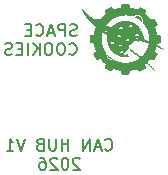
<source format=gbo>
%TF.GenerationSoftware,KiCad,Pcbnew,9.0.7-9.0.7~ubuntu24.04.1*%
%TF.CreationDate,2026-01-24T17:44:50-08:00*%
%TF.ProjectId,CAN-hub,43414e2d-6875-4622-9e6b-696361645f70,1*%
%TF.SameCoordinates,Original*%
%TF.FileFunction,Legend,Bot*%
%TF.FilePolarity,Positive*%
%FSLAX46Y46*%
G04 Gerber Fmt 4.6, Leading zero omitted, Abs format (unit mm)*
G04 Created by KiCad (PCBNEW 9.0.7-9.0.7~ubuntu24.04.1) date 2026-01-24 17:44:50*
%MOMM*%
%LPD*%
G01*
G04 APERTURE LIST*
%ADD10C,0.200000*%
%ADD11C,0.000000*%
G04 APERTURE END LIST*
D10*
X182419143Y-131893036D02*
X182466762Y-131940656D01*
X182466762Y-131940656D02*
X182609619Y-131988275D01*
X182609619Y-131988275D02*
X182704857Y-131988275D01*
X182704857Y-131988275D02*
X182847714Y-131940656D01*
X182847714Y-131940656D02*
X182942952Y-131845417D01*
X182942952Y-131845417D02*
X182990571Y-131750179D01*
X182990571Y-131750179D02*
X183038190Y-131559703D01*
X183038190Y-131559703D02*
X183038190Y-131416846D01*
X183038190Y-131416846D02*
X182990571Y-131226370D01*
X182990571Y-131226370D02*
X182942952Y-131131132D01*
X182942952Y-131131132D02*
X182847714Y-131035894D01*
X182847714Y-131035894D02*
X182704857Y-130988275D01*
X182704857Y-130988275D02*
X182609619Y-130988275D01*
X182609619Y-130988275D02*
X182466762Y-131035894D01*
X182466762Y-131035894D02*
X182419143Y-131083513D01*
X182038190Y-131702560D02*
X181562000Y-131702560D01*
X182133428Y-131988275D02*
X181800095Y-130988275D01*
X181800095Y-130988275D02*
X181466762Y-131988275D01*
X181133428Y-131988275D02*
X181133428Y-130988275D01*
X181133428Y-130988275D02*
X180562000Y-131988275D01*
X180562000Y-131988275D02*
X180562000Y-130988275D01*
X179323904Y-131988275D02*
X179323904Y-130988275D01*
X179323904Y-131464465D02*
X178752476Y-131464465D01*
X178752476Y-131988275D02*
X178752476Y-130988275D01*
X178276285Y-130988275D02*
X178276285Y-131797798D01*
X178276285Y-131797798D02*
X178228666Y-131893036D01*
X178228666Y-131893036D02*
X178181047Y-131940656D01*
X178181047Y-131940656D02*
X178085809Y-131988275D01*
X178085809Y-131988275D02*
X177895333Y-131988275D01*
X177895333Y-131988275D02*
X177800095Y-131940656D01*
X177800095Y-131940656D02*
X177752476Y-131893036D01*
X177752476Y-131893036D02*
X177704857Y-131797798D01*
X177704857Y-131797798D02*
X177704857Y-130988275D01*
X176895333Y-131464465D02*
X176752476Y-131512084D01*
X176752476Y-131512084D02*
X176704857Y-131559703D01*
X176704857Y-131559703D02*
X176657238Y-131654941D01*
X176657238Y-131654941D02*
X176657238Y-131797798D01*
X176657238Y-131797798D02*
X176704857Y-131893036D01*
X176704857Y-131893036D02*
X176752476Y-131940656D01*
X176752476Y-131940656D02*
X176847714Y-131988275D01*
X176847714Y-131988275D02*
X177228666Y-131988275D01*
X177228666Y-131988275D02*
X177228666Y-130988275D01*
X177228666Y-130988275D02*
X176895333Y-130988275D01*
X176895333Y-130988275D02*
X176800095Y-131035894D01*
X176800095Y-131035894D02*
X176752476Y-131083513D01*
X176752476Y-131083513D02*
X176704857Y-131178751D01*
X176704857Y-131178751D02*
X176704857Y-131273989D01*
X176704857Y-131273989D02*
X176752476Y-131369227D01*
X176752476Y-131369227D02*
X176800095Y-131416846D01*
X176800095Y-131416846D02*
X176895333Y-131464465D01*
X176895333Y-131464465D02*
X177228666Y-131464465D01*
X175609618Y-130988275D02*
X175276285Y-131988275D01*
X175276285Y-131988275D02*
X174942952Y-130988275D01*
X174085809Y-131988275D02*
X174657237Y-131988275D01*
X174371523Y-131988275D02*
X174371523Y-130988275D01*
X174371523Y-130988275D02*
X174466761Y-131131132D01*
X174466761Y-131131132D02*
X174561999Y-131226370D01*
X174561999Y-131226370D02*
X174657237Y-131273989D01*
X180276285Y-132693457D02*
X180228666Y-132645838D01*
X180228666Y-132645838D02*
X180133428Y-132598219D01*
X180133428Y-132598219D02*
X179895333Y-132598219D01*
X179895333Y-132598219D02*
X179800095Y-132645838D01*
X179800095Y-132645838D02*
X179752476Y-132693457D01*
X179752476Y-132693457D02*
X179704857Y-132788695D01*
X179704857Y-132788695D02*
X179704857Y-132883933D01*
X179704857Y-132883933D02*
X179752476Y-133026790D01*
X179752476Y-133026790D02*
X180323904Y-133598219D01*
X180323904Y-133598219D02*
X179704857Y-133598219D01*
X179085809Y-132598219D02*
X178990571Y-132598219D01*
X178990571Y-132598219D02*
X178895333Y-132645838D01*
X178895333Y-132645838D02*
X178847714Y-132693457D01*
X178847714Y-132693457D02*
X178800095Y-132788695D01*
X178800095Y-132788695D02*
X178752476Y-132979171D01*
X178752476Y-132979171D02*
X178752476Y-133217266D01*
X178752476Y-133217266D02*
X178800095Y-133407742D01*
X178800095Y-133407742D02*
X178847714Y-133502980D01*
X178847714Y-133502980D02*
X178895333Y-133550600D01*
X178895333Y-133550600D02*
X178990571Y-133598219D01*
X178990571Y-133598219D02*
X179085809Y-133598219D01*
X179085809Y-133598219D02*
X179181047Y-133550600D01*
X179181047Y-133550600D02*
X179228666Y-133502980D01*
X179228666Y-133502980D02*
X179276285Y-133407742D01*
X179276285Y-133407742D02*
X179323904Y-133217266D01*
X179323904Y-133217266D02*
X179323904Y-132979171D01*
X179323904Y-132979171D02*
X179276285Y-132788695D01*
X179276285Y-132788695D02*
X179228666Y-132693457D01*
X179228666Y-132693457D02*
X179181047Y-132645838D01*
X179181047Y-132645838D02*
X179085809Y-132598219D01*
X178371523Y-132693457D02*
X178323904Y-132645838D01*
X178323904Y-132645838D02*
X178228666Y-132598219D01*
X178228666Y-132598219D02*
X177990571Y-132598219D01*
X177990571Y-132598219D02*
X177895333Y-132645838D01*
X177895333Y-132645838D02*
X177847714Y-132693457D01*
X177847714Y-132693457D02*
X177800095Y-132788695D01*
X177800095Y-132788695D02*
X177800095Y-132883933D01*
X177800095Y-132883933D02*
X177847714Y-133026790D01*
X177847714Y-133026790D02*
X178419142Y-133598219D01*
X178419142Y-133598219D02*
X177800095Y-133598219D01*
X176942952Y-132598219D02*
X177133428Y-132598219D01*
X177133428Y-132598219D02*
X177228666Y-132645838D01*
X177228666Y-132645838D02*
X177276285Y-132693457D01*
X177276285Y-132693457D02*
X177371523Y-132836314D01*
X177371523Y-132836314D02*
X177419142Y-133026790D01*
X177419142Y-133026790D02*
X177419142Y-133407742D01*
X177419142Y-133407742D02*
X177371523Y-133502980D01*
X177371523Y-133502980D02*
X177323904Y-133550600D01*
X177323904Y-133550600D02*
X177228666Y-133598219D01*
X177228666Y-133598219D02*
X177038190Y-133598219D01*
X177038190Y-133598219D02*
X176942952Y-133550600D01*
X176942952Y-133550600D02*
X176895333Y-133502980D01*
X176895333Y-133502980D02*
X176847714Y-133407742D01*
X176847714Y-133407742D02*
X176847714Y-133169647D01*
X176847714Y-133169647D02*
X176895333Y-133074409D01*
X176895333Y-133074409D02*
X176942952Y-133026790D01*
X176942952Y-133026790D02*
X177038190Y-132979171D01*
X177038190Y-132979171D02*
X177228666Y-132979171D01*
X177228666Y-132979171D02*
X177323904Y-133026790D01*
X177323904Y-133026790D02*
X177371523Y-133074409D01*
X177371523Y-133074409D02*
X177419142Y-133169647D01*
X180017945Y-122234095D02*
X179875088Y-122281714D01*
X179875088Y-122281714D02*
X179636993Y-122281714D01*
X179636993Y-122281714D02*
X179541755Y-122234095D01*
X179541755Y-122234095D02*
X179494136Y-122186475D01*
X179494136Y-122186475D02*
X179446517Y-122091237D01*
X179446517Y-122091237D02*
X179446517Y-121995999D01*
X179446517Y-121995999D02*
X179494136Y-121900761D01*
X179494136Y-121900761D02*
X179541755Y-121853142D01*
X179541755Y-121853142D02*
X179636993Y-121805523D01*
X179636993Y-121805523D02*
X179827469Y-121757904D01*
X179827469Y-121757904D02*
X179922707Y-121710285D01*
X179922707Y-121710285D02*
X179970326Y-121662666D01*
X179970326Y-121662666D02*
X180017945Y-121567428D01*
X180017945Y-121567428D02*
X180017945Y-121472190D01*
X180017945Y-121472190D02*
X179970326Y-121376952D01*
X179970326Y-121376952D02*
X179922707Y-121329333D01*
X179922707Y-121329333D02*
X179827469Y-121281714D01*
X179827469Y-121281714D02*
X179589374Y-121281714D01*
X179589374Y-121281714D02*
X179446517Y-121329333D01*
X179017945Y-122281714D02*
X179017945Y-121281714D01*
X179017945Y-121281714D02*
X178636993Y-121281714D01*
X178636993Y-121281714D02*
X178541755Y-121329333D01*
X178541755Y-121329333D02*
X178494136Y-121376952D01*
X178494136Y-121376952D02*
X178446517Y-121472190D01*
X178446517Y-121472190D02*
X178446517Y-121615047D01*
X178446517Y-121615047D02*
X178494136Y-121710285D01*
X178494136Y-121710285D02*
X178541755Y-121757904D01*
X178541755Y-121757904D02*
X178636993Y-121805523D01*
X178636993Y-121805523D02*
X179017945Y-121805523D01*
X178065564Y-121995999D02*
X177589374Y-121995999D01*
X178160802Y-122281714D02*
X177827469Y-121281714D01*
X177827469Y-121281714D02*
X177494136Y-122281714D01*
X176589374Y-122186475D02*
X176636993Y-122234095D01*
X176636993Y-122234095D02*
X176779850Y-122281714D01*
X176779850Y-122281714D02*
X176875088Y-122281714D01*
X176875088Y-122281714D02*
X177017945Y-122234095D01*
X177017945Y-122234095D02*
X177113183Y-122138856D01*
X177113183Y-122138856D02*
X177160802Y-122043618D01*
X177160802Y-122043618D02*
X177208421Y-121853142D01*
X177208421Y-121853142D02*
X177208421Y-121710285D01*
X177208421Y-121710285D02*
X177160802Y-121519809D01*
X177160802Y-121519809D02*
X177113183Y-121424571D01*
X177113183Y-121424571D02*
X177017945Y-121329333D01*
X177017945Y-121329333D02*
X176875088Y-121281714D01*
X176875088Y-121281714D02*
X176779850Y-121281714D01*
X176779850Y-121281714D02*
X176636993Y-121329333D01*
X176636993Y-121329333D02*
X176589374Y-121376952D01*
X176160802Y-121757904D02*
X175827469Y-121757904D01*
X175684612Y-122281714D02*
X176160802Y-122281714D01*
X176160802Y-122281714D02*
X176160802Y-121281714D01*
X176160802Y-121281714D02*
X175684612Y-121281714D01*
X179398898Y-123796419D02*
X179446517Y-123844039D01*
X179446517Y-123844039D02*
X179589374Y-123891658D01*
X179589374Y-123891658D02*
X179684612Y-123891658D01*
X179684612Y-123891658D02*
X179827469Y-123844039D01*
X179827469Y-123844039D02*
X179922707Y-123748800D01*
X179922707Y-123748800D02*
X179970326Y-123653562D01*
X179970326Y-123653562D02*
X180017945Y-123463086D01*
X180017945Y-123463086D02*
X180017945Y-123320229D01*
X180017945Y-123320229D02*
X179970326Y-123129753D01*
X179970326Y-123129753D02*
X179922707Y-123034515D01*
X179922707Y-123034515D02*
X179827469Y-122939277D01*
X179827469Y-122939277D02*
X179684612Y-122891658D01*
X179684612Y-122891658D02*
X179589374Y-122891658D01*
X179589374Y-122891658D02*
X179446517Y-122939277D01*
X179446517Y-122939277D02*
X179398898Y-122986896D01*
X178779850Y-122891658D02*
X178589374Y-122891658D01*
X178589374Y-122891658D02*
X178494136Y-122939277D01*
X178494136Y-122939277D02*
X178398898Y-123034515D01*
X178398898Y-123034515D02*
X178351279Y-123224991D01*
X178351279Y-123224991D02*
X178351279Y-123558324D01*
X178351279Y-123558324D02*
X178398898Y-123748800D01*
X178398898Y-123748800D02*
X178494136Y-123844039D01*
X178494136Y-123844039D02*
X178589374Y-123891658D01*
X178589374Y-123891658D02*
X178779850Y-123891658D01*
X178779850Y-123891658D02*
X178875088Y-123844039D01*
X178875088Y-123844039D02*
X178970326Y-123748800D01*
X178970326Y-123748800D02*
X179017945Y-123558324D01*
X179017945Y-123558324D02*
X179017945Y-123224991D01*
X179017945Y-123224991D02*
X178970326Y-123034515D01*
X178970326Y-123034515D02*
X178875088Y-122939277D01*
X178875088Y-122939277D02*
X178779850Y-122891658D01*
X177732231Y-122891658D02*
X177541755Y-122891658D01*
X177541755Y-122891658D02*
X177446517Y-122939277D01*
X177446517Y-122939277D02*
X177351279Y-123034515D01*
X177351279Y-123034515D02*
X177303660Y-123224991D01*
X177303660Y-123224991D02*
X177303660Y-123558324D01*
X177303660Y-123558324D02*
X177351279Y-123748800D01*
X177351279Y-123748800D02*
X177446517Y-123844039D01*
X177446517Y-123844039D02*
X177541755Y-123891658D01*
X177541755Y-123891658D02*
X177732231Y-123891658D01*
X177732231Y-123891658D02*
X177827469Y-123844039D01*
X177827469Y-123844039D02*
X177922707Y-123748800D01*
X177922707Y-123748800D02*
X177970326Y-123558324D01*
X177970326Y-123558324D02*
X177970326Y-123224991D01*
X177970326Y-123224991D02*
X177922707Y-123034515D01*
X177922707Y-123034515D02*
X177827469Y-122939277D01*
X177827469Y-122939277D02*
X177732231Y-122891658D01*
X176875088Y-123891658D02*
X176875088Y-122891658D01*
X176303660Y-123891658D02*
X176732231Y-123320229D01*
X176303660Y-122891658D02*
X176875088Y-123463086D01*
X175875088Y-123891658D02*
X175875088Y-122891658D01*
X175398898Y-123367848D02*
X175065565Y-123367848D01*
X174922708Y-123891658D02*
X175398898Y-123891658D01*
X175398898Y-123891658D02*
X175398898Y-122891658D01*
X175398898Y-122891658D02*
X174922708Y-122891658D01*
X174541755Y-123844039D02*
X174398898Y-123891658D01*
X174398898Y-123891658D02*
X174160803Y-123891658D01*
X174160803Y-123891658D02*
X174065565Y-123844039D01*
X174065565Y-123844039D02*
X174017946Y-123796419D01*
X174017946Y-123796419D02*
X173970327Y-123701181D01*
X173970327Y-123701181D02*
X173970327Y-123605943D01*
X173970327Y-123605943D02*
X174017946Y-123510705D01*
X174017946Y-123510705D02*
X174065565Y-123463086D01*
X174065565Y-123463086D02*
X174160803Y-123415467D01*
X174160803Y-123415467D02*
X174351279Y-123367848D01*
X174351279Y-123367848D02*
X174446517Y-123320229D01*
X174446517Y-123320229D02*
X174494136Y-123272610D01*
X174494136Y-123272610D02*
X174541755Y-123177372D01*
X174541755Y-123177372D02*
X174541755Y-123082134D01*
X174541755Y-123082134D02*
X174494136Y-122986896D01*
X174494136Y-122986896D02*
X174446517Y-122939277D01*
X174446517Y-122939277D02*
X174351279Y-122891658D01*
X174351279Y-122891658D02*
X174113184Y-122891658D01*
X174113184Y-122891658D02*
X173970327Y-122939277D01*
D11*
%TO.C,G1*%
G36*
X181173683Y-121081745D02*
G01*
X181170767Y-121084662D01*
X181167850Y-121081745D01*
X181170767Y-121078828D01*
X181173683Y-121081745D01*
G37*
G36*
X181261189Y-121169251D02*
G01*
X181258272Y-121172168D01*
X181255355Y-121169251D01*
X181258272Y-121166334D01*
X181261189Y-121169251D01*
G37*
G36*
X185303954Y-125264519D02*
G01*
X185301038Y-125267436D01*
X185298121Y-125264519D01*
X185301038Y-125261603D01*
X185303954Y-125264519D01*
G37*
G36*
X186884891Y-121344262D02*
G01*
X186881975Y-121347179D01*
X186879058Y-121344262D01*
X186881975Y-121341345D01*
X186884891Y-121344262D01*
G37*
G36*
X182636110Y-123855170D02*
G01*
X182646066Y-123867766D01*
X182659092Y-123881636D01*
X182663874Y-123886380D01*
X182674053Y-123897091D01*
X182678800Y-123903070D01*
X182680391Y-123905117D01*
X182688821Y-123914376D01*
X182703202Y-123929559D01*
X182722098Y-123949157D01*
X182744073Y-123971660D01*
X182757967Y-123985721D01*
X182777250Y-124004911D01*
X182792204Y-124019377D01*
X182801563Y-124027903D01*
X182804060Y-124029274D01*
X182805004Y-124028733D01*
X182812004Y-124034876D01*
X182823655Y-124046731D01*
X182834192Y-124057455D01*
X182845294Y-124067604D01*
X182851251Y-124071524D01*
X182852488Y-124071900D01*
X182860467Y-124077772D01*
X182871672Y-124088503D01*
X182875458Y-124092303D01*
X182885433Y-124100626D01*
X182890859Y-124102519D01*
X182894709Y-124103612D01*
X182901462Y-124111792D01*
X182908026Y-124119551D01*
X182916634Y-124124028D01*
X182920510Y-124125031D01*
X182927522Y-124132779D01*
X182930019Y-124136820D01*
X182939190Y-124141529D01*
X182943410Y-124142525D01*
X182950857Y-124150280D01*
X182953354Y-124154321D01*
X182962525Y-124159030D01*
X182966745Y-124160026D01*
X182974192Y-124167781D01*
X182976688Y-124171822D01*
X182985859Y-124176531D01*
X182990079Y-124177527D01*
X182997527Y-124185282D01*
X183000023Y-124189324D01*
X183009194Y-124194033D01*
X183013414Y-124195028D01*
X183020862Y-124202783D01*
X183023505Y-124206946D01*
X183033805Y-124212585D01*
X183034682Y-124212750D01*
X183031343Y-124213792D01*
X183018973Y-124215283D01*
X182999637Y-124216960D01*
X182974446Y-124217950D01*
X182950318Y-124217352D01*
X182932549Y-124215291D01*
X182928205Y-124214372D01*
X182911589Y-124211027D01*
X182900463Y-124209045D01*
X182896438Y-124208282D01*
X182882962Y-124204106D01*
X182876925Y-124202003D01*
X182862544Y-124198685D01*
X182855442Y-124196748D01*
X182843168Y-124189657D01*
X182838335Y-124186145D01*
X182826461Y-124182365D01*
X182821730Y-124181613D01*
X182806892Y-124175936D01*
X182788854Y-124166581D01*
X182771765Y-124155815D01*
X182759770Y-124145904D01*
X182753086Y-124139484D01*
X182746987Y-124135695D01*
X182745889Y-124135320D01*
X182738625Y-124129824D01*
X182727551Y-124119712D01*
X182715149Y-124107482D01*
X182703901Y-124095637D01*
X182696287Y-124086677D01*
X182694791Y-124083103D01*
X182696087Y-124082676D01*
X182693312Y-124078727D01*
X182690436Y-124076017D01*
X182682577Y-124066125D01*
X182673497Y-124052866D01*
X182665221Y-124039436D01*
X182659776Y-124029033D01*
X182659186Y-124024855D01*
X182658943Y-124021608D01*
X182652530Y-124013187D01*
X182646492Y-124005112D01*
X182646507Y-124001520D01*
X182647774Y-123999818D01*
X182643780Y-123992769D01*
X182640165Y-123987650D01*
X182639851Y-123984019D01*
X182640246Y-123983828D01*
X182639720Y-123977520D01*
X182635489Y-123965059D01*
X182634851Y-123963436D01*
X182630696Y-123948797D01*
X182630440Y-123938807D01*
X182630997Y-123935682D01*
X182627151Y-123931515D01*
X182623870Y-123927767D01*
X182623862Y-123916931D01*
X182624193Y-123907202D01*
X182620922Y-123902347D01*
X182617990Y-123900792D01*
X182615481Y-123892138D01*
X182615460Y-123890511D01*
X182614126Y-123876795D01*
X182611342Y-123859459D01*
X182611272Y-123859089D01*
X182610364Y-123852760D01*
X182626279Y-123852760D01*
X182629196Y-123855677D01*
X182632112Y-123852760D01*
X182629196Y-123849843D01*
X182626279Y-123852760D01*
X182610364Y-123852760D01*
X182609236Y-123844900D01*
X182611032Y-123839148D01*
X182617502Y-123839041D01*
X182624752Y-123842346D01*
X182634404Y-123852467D01*
X182634589Y-123852760D01*
X182636110Y-123855170D01*
G37*
G36*
X185522144Y-120912091D02*
G01*
X185523424Y-120915294D01*
X185527321Y-120928333D01*
X185527225Y-120935285D01*
X185526397Y-120937845D01*
X185529905Y-120945970D01*
X185532984Y-120952884D01*
X185533689Y-120966529D01*
X185533444Y-120974821D01*
X185536452Y-120979655D01*
X185538230Y-120980779D01*
X185541505Y-120990604D01*
X185543521Y-121008544D01*
X185543929Y-121032158D01*
X185544465Y-121042876D01*
X185547054Y-121055493D01*
X185547651Y-121057098D01*
X185551142Y-121073569D01*
X185550719Y-121088748D01*
X185546450Y-121097762D01*
X185546131Y-121097959D01*
X185538291Y-121096461D01*
X185528333Y-121087553D01*
X185527971Y-121087113D01*
X185517897Y-121077127D01*
X185510117Y-121072994D01*
X185504635Y-121070148D01*
X185493357Y-121060632D01*
X185479589Y-121046743D01*
X185468021Y-121034846D01*
X185456470Y-121024480D01*
X185449882Y-121020491D01*
X185445216Y-121018051D01*
X185438130Y-121008824D01*
X185432699Y-121001777D01*
X185423764Y-120997156D01*
X185423303Y-120997133D01*
X185414109Y-120992359D01*
X185403551Y-120981785D01*
X185401964Y-120979812D01*
X185394497Y-120972005D01*
X185391460Y-120971516D01*
X185391282Y-120972139D01*
X185386472Y-120970317D01*
X185377150Y-120962094D01*
X185376402Y-120961337D01*
X185359048Y-120944678D01*
X185347182Y-120935681D01*
X185339020Y-120932985D01*
X185335724Y-120931980D01*
X185329412Y-120924268D01*
X185327139Y-120920290D01*
X185321578Y-120918325D01*
X185320724Y-120918578D01*
X185312784Y-120915410D01*
X185301471Y-120906624D01*
X185299402Y-120904750D01*
X185294463Y-120900900D01*
X185298121Y-120900900D01*
X185301038Y-120903817D01*
X185303954Y-120900900D01*
X185301038Y-120897983D01*
X185298121Y-120900900D01*
X185294463Y-120900900D01*
X185287911Y-120895793D01*
X185280319Y-120892149D01*
X185279005Y-120891982D01*
X185274786Y-120886315D01*
X185273732Y-120883575D01*
X185265852Y-120880482D01*
X185261379Y-120879504D01*
X185253573Y-120871765D01*
X185251184Y-120867828D01*
X185245006Y-120866275D01*
X185243253Y-120866999D01*
X185239784Y-120863325D01*
X185238793Y-120860479D01*
X185231033Y-120857147D01*
X185227002Y-120856448D01*
X185222282Y-120850969D01*
X185221824Y-120848859D01*
X185216449Y-120848396D01*
X185214189Y-120849308D01*
X185210615Y-120845824D01*
X185209625Y-120842978D01*
X185201864Y-120839646D01*
X185197839Y-120838988D01*
X185193114Y-120833812D01*
X185192127Y-120831128D01*
X185184363Y-120827978D01*
X185180332Y-120827279D01*
X185175613Y-120821800D01*
X185175155Y-120819690D01*
X185169779Y-120819228D01*
X185167526Y-120820147D01*
X185163945Y-120816766D01*
X185160290Y-120811843D01*
X185149361Y-120807039D01*
X185139721Y-120803313D01*
X185134777Y-120798177D01*
X185134709Y-120797274D01*
X185130401Y-120793667D01*
X185127715Y-120793989D01*
X185114645Y-120791664D01*
X185099774Y-120781309D01*
X185088228Y-120773213D01*
X185078464Y-120769641D01*
X185075262Y-120769132D01*
X185070606Y-120763807D01*
X185070456Y-120762334D01*
X185066230Y-120759130D01*
X185062598Y-120759409D01*
X185051252Y-120756725D01*
X185040428Y-120751304D01*
X185035603Y-120745569D01*
X185035262Y-120743766D01*
X185030173Y-120743140D01*
X185028069Y-120743933D01*
X185021078Y-120740568D01*
X185017290Y-120737364D01*
X185006091Y-120734639D01*
X184999638Y-120733592D01*
X184994767Y-120728805D01*
X184994617Y-120727332D01*
X184990392Y-120724127D01*
X184987030Y-120724307D01*
X184974721Y-120721482D01*
X184961412Y-120715970D01*
X184953347Y-120710130D01*
X184949791Y-120706927D01*
X184938763Y-120702612D01*
X184932381Y-120701384D01*
X184926221Y-120700083D01*
X184922888Y-120701095D01*
X184919150Y-120699536D01*
X184910750Y-120692291D01*
X184902481Y-120686585D01*
X184893666Y-120685934D01*
X184890902Y-120687263D01*
X184890733Y-120685501D01*
X184891319Y-120684900D01*
X184899483Y-120681153D01*
X184902459Y-120680496D01*
X184911637Y-120675091D01*
X184915482Y-120672676D01*
X184919018Y-120674129D01*
X184919648Y-120675700D01*
X184923647Y-120672074D01*
X184927836Y-120667990D01*
X184939600Y-120663154D01*
X184946421Y-120661617D01*
X184958307Y-120656829D01*
X184961813Y-120655241D01*
X184970934Y-120655576D01*
X184972856Y-120656322D01*
X184978344Y-120652651D01*
X184978500Y-120652281D01*
X184985825Y-120647966D01*
X184999468Y-120645887D01*
X185000407Y-120645855D01*
X185014194Y-120643934D01*
X185021630Y-120640311D01*
X185022718Y-120639030D01*
X185030052Y-120638557D01*
X185035492Y-120639304D01*
X185046734Y-120635753D01*
X185052376Y-120633251D01*
X185072248Y-120627725D01*
X185096174Y-120623935D01*
X185118734Y-120622853D01*
X185129751Y-120621792D01*
X185134777Y-120618278D01*
X185134780Y-120618226D01*
X185140503Y-120616292D01*
X185155580Y-120614727D01*
X185177757Y-120613689D01*
X185204781Y-120613337D01*
X185205501Y-120613339D01*
X185232432Y-120613774D01*
X185254459Y-120614845D01*
X185269328Y-120616393D01*
X185274786Y-120618260D01*
X185276336Y-120620774D01*
X185284995Y-120622888D01*
X185288177Y-120622896D01*
X185315737Y-120628409D01*
X185345691Y-120644120D01*
X185352645Y-120648583D01*
X185364496Y-120655395D01*
X185370100Y-120657400D01*
X185371811Y-120657927D01*
X185379852Y-120664192D01*
X185392022Y-120675317D01*
X185405832Y-120688831D01*
X185418792Y-120702265D01*
X185428414Y-120713149D01*
X185432206Y-120719013D01*
X185433333Y-120722719D01*
X185439588Y-120731936D01*
X185441336Y-120733891D01*
X185453616Y-120748196D01*
X185458737Y-120755761D01*
X185457663Y-120757974D01*
X185457710Y-120760152D01*
X185464725Y-120766539D01*
X185471174Y-120772271D01*
X185471838Y-120775289D01*
X185471354Y-120777584D01*
X185474757Y-120787512D01*
X185482047Y-120802595D01*
X185487237Y-120812887D01*
X185493872Y-120828220D01*
X185496467Y-120837598D01*
X185497013Y-120840827D01*
X185502645Y-120845479D01*
X185504607Y-120845830D01*
X185505467Y-120850910D01*
X185504670Y-120853077D01*
X185508134Y-120860064D01*
X185510044Y-120861760D01*
X185510644Y-120869473D01*
X185509874Y-120873932D01*
X185514180Y-120883654D01*
X185517560Y-120888548D01*
X185517521Y-120892149D01*
X185516987Y-120892480D01*
X185517663Y-120899278D01*
X185518230Y-120900900D01*
X185522144Y-120912091D01*
G37*
G36*
X184465777Y-119571588D02*
G01*
X184467007Y-119579253D01*
X184465967Y-119581762D01*
X184469026Y-119585397D01*
X184472127Y-119586941D01*
X184475072Y-119595606D01*
X184475132Y-119597643D01*
X184477875Y-119620602D01*
X184483652Y-119636824D01*
X184485265Y-119640663D01*
X184485017Y-119652764D01*
X184484106Y-119656966D01*
X184487055Y-119661235D01*
X184489895Y-119662773D01*
X184492726Y-119671444D01*
X184493344Y-119681066D01*
X184495064Y-119697397D01*
X184497176Y-119711860D01*
X184499038Y-119719572D01*
X184499307Y-119720092D01*
X184502034Y-119728323D01*
X184502261Y-119729277D01*
X184504509Y-119737073D01*
X184506570Y-119743676D01*
X184510389Y-119760464D01*
X184513194Y-119777909D01*
X184514678Y-119787980D01*
X184516539Y-119795411D01*
X184516808Y-119795930D01*
X184519535Y-119804161D01*
X184519762Y-119805115D01*
X184522010Y-119812912D01*
X184523912Y-119818889D01*
X184527612Y-119834835D01*
X184529802Y-119849372D01*
X184530791Y-119854732D01*
X184534474Y-119859581D01*
X184537271Y-119861677D01*
X184541356Y-119870975D01*
X184541567Y-119871739D01*
X184547229Y-119879435D01*
X184559538Y-119879611D01*
X184569857Y-119879106D01*
X184574740Y-119881965D01*
X184579128Y-119885632D01*
X184590783Y-119887673D01*
X184611460Y-119888896D01*
X184631853Y-119891678D01*
X184641840Y-119895566D01*
X184647542Y-119897457D01*
X184659825Y-119896910D01*
X184669071Y-119896551D01*
X184673913Y-119899686D01*
X184676787Y-119903048D01*
X184687039Y-119905210D01*
X184708657Y-119906996D01*
X184732486Y-119911764D01*
X184750469Y-119918303D01*
X184758600Y-119921667D01*
X184765311Y-119921805D01*
X184765693Y-119921553D01*
X184773510Y-119922134D01*
X184786688Y-119926436D01*
X184787333Y-119926695D01*
X184803068Y-119931325D01*
X184815381Y-119932289D01*
X184820893Y-119932177D01*
X184825590Y-119935573D01*
X184827140Y-119938167D01*
X184835799Y-119940378D01*
X184841183Y-119940552D01*
X184858555Y-119943060D01*
X184875601Y-119947482D01*
X184886662Y-119952471D01*
X184890600Y-119954728D01*
X184902886Y-119957959D01*
X184904366Y-119958076D01*
X184920819Y-119959725D01*
X184928622Y-119961670D01*
X184930597Y-119964588D01*
X184931089Y-119966024D01*
X184937889Y-119968981D01*
X184945761Y-119970127D01*
X184959765Y-119973170D01*
X184970975Y-119975874D01*
X184988809Y-119979828D01*
X184998806Y-119982680D01*
X185006311Y-119986821D01*
X185006444Y-119986994D01*
X185010795Y-119990257D01*
X185020106Y-119993239D01*
X185037657Y-119997007D01*
X185043683Y-119998808D01*
X185056617Y-120005918D01*
X185061203Y-120009032D01*
X185064772Y-120008711D01*
X185065646Y-120007375D01*
X185072064Y-120009287D01*
X185077365Y-120011848D01*
X185090771Y-120015612D01*
X185097559Y-120017665D01*
X185106724Y-120024531D01*
X185108959Y-120027375D01*
X185111352Y-120026586D01*
X185113121Y-120024993D01*
X185120192Y-120028759D01*
X185125372Y-120032121D01*
X185128943Y-120031224D01*
X185130076Y-120029748D01*
X185135943Y-120033426D01*
X185139866Y-120036774D01*
X185147640Y-120040427D01*
X185152619Y-120036651D01*
X185164728Y-120025625D01*
X185182813Y-120008427D01*
X185205750Y-119986140D01*
X185232417Y-119959843D01*
X185261689Y-119930619D01*
X185289658Y-119902849D01*
X185317481Y-119875876D01*
X185342065Y-119852712D01*
X185362180Y-119834493D01*
X185376601Y-119822353D01*
X185384099Y-119817426D01*
X185394766Y-119817249D01*
X185411809Y-119825567D01*
X185413088Y-119826554D01*
X185422632Y-119832484D01*
X185426640Y-119832295D01*
X185428028Y-119831542D01*
X185432832Y-119837828D01*
X185437461Y-119843282D01*
X185444322Y-119844776D01*
X185446326Y-119843992D01*
X185449797Y-119847914D01*
X185450264Y-119850175D01*
X185455631Y-119850831D01*
X185457891Y-119849919D01*
X185461465Y-119853403D01*
X185461645Y-119855125D01*
X185465840Y-119858891D01*
X185471205Y-119858347D01*
X185480835Y-119860405D01*
X185481292Y-119866874D01*
X185479833Y-119869965D01*
X185481910Y-119869800D01*
X185482104Y-119869650D01*
X185489818Y-119870377D01*
X185503706Y-119876175D01*
X185520671Y-119885375D01*
X185537614Y-119896307D01*
X185551440Y-119907299D01*
X185560172Y-119914325D01*
X185567572Y-119917919D01*
X185575222Y-119917919D01*
X185580319Y-119921027D01*
X185589658Y-119929438D01*
X185600261Y-119937547D01*
X185615910Y-119944654D01*
X185625691Y-119948517D01*
X185630643Y-119953898D01*
X185631085Y-119955737D01*
X185636476Y-119955838D01*
X185638756Y-119954950D01*
X185642310Y-119958755D01*
X185642642Y-119960892D01*
X185647260Y-119962218D01*
X185653373Y-119962708D01*
X185663531Y-119969165D01*
X185672575Y-119975899D01*
X185683374Y-119981090D01*
X185689534Y-119983493D01*
X185701106Y-119991300D01*
X185707539Y-119995999D01*
X185717149Y-119999591D01*
X185719401Y-119999866D01*
X185723982Y-120004488D01*
X185723982Y-120004513D01*
X185728733Y-120010055D01*
X185739621Y-120016863D01*
X185751805Y-120022354D01*
X185760443Y-120023944D01*
X185761564Y-120023878D01*
X185764818Y-120028759D01*
X185765805Y-120031443D01*
X185773569Y-120034593D01*
X185777600Y-120035292D01*
X185782319Y-120040771D01*
X185782777Y-120042881D01*
X185788153Y-120043344D01*
X185790413Y-120042432D01*
X185793987Y-120045916D01*
X185794166Y-120047637D01*
X185798362Y-120051403D01*
X185803712Y-120050885D01*
X185813259Y-120052698D01*
X185814315Y-120058072D01*
X185813239Y-120060361D01*
X185815429Y-120062750D01*
X185819310Y-120062444D01*
X185830769Y-120065032D01*
X185841649Y-120070257D01*
X185846490Y-120075822D01*
X185846702Y-120077245D01*
X185852560Y-120081263D01*
X185856259Y-120082269D01*
X185868654Y-120089018D01*
X185885814Y-120100622D01*
X185905033Y-120115325D01*
X185910065Y-120123458D01*
X185912049Y-120135640D01*
X185910404Y-120146544D01*
X185905119Y-120151267D01*
X185903577Y-120151760D01*
X185900434Y-120158559D01*
X185899246Y-120166454D01*
X185896077Y-120180436D01*
X185893531Y-120191286D01*
X185891719Y-120202312D01*
X185891220Y-120204946D01*
X185886537Y-120209604D01*
X185884632Y-120210820D01*
X185885216Y-120218355D01*
X185885926Y-120222889D01*
X185881492Y-120227106D01*
X185878347Y-120228307D01*
X185877697Y-120235669D01*
X185878571Y-120240099D01*
X185875309Y-120247740D01*
X185873665Y-120249155D01*
X185872991Y-120256677D01*
X185873793Y-120258571D01*
X185870504Y-120262108D01*
X185867470Y-120264417D01*
X185866908Y-120273775D01*
X185866962Y-120280737D01*
X185862684Y-120285443D01*
X185860588Y-120285693D01*
X185859869Y-120289099D01*
X185860064Y-120289335D01*
X185859808Y-120296995D01*
X185854858Y-120309517D01*
X185854123Y-120310966D01*
X185849714Y-120321828D01*
X185849971Y-120326279D01*
X185850767Y-120328021D01*
X185846373Y-120335170D01*
X185842786Y-120340915D01*
X185842537Y-120347605D01*
X185843151Y-120352794D01*
X185839020Y-120363507D01*
X185834474Y-120372418D01*
X185831147Y-120381699D01*
X185831015Y-120382573D01*
X185828910Y-120390450D01*
X185828226Y-120392041D01*
X185826277Y-120407704D01*
X185829194Y-120425331D01*
X185835994Y-120438290D01*
X185843542Y-120445138D01*
X185849362Y-120448787D01*
X185849533Y-120448799D01*
X185856460Y-120452921D01*
X185868823Y-120462865D01*
X185883937Y-120476346D01*
X185899114Y-120491081D01*
X185901894Y-120493835D01*
X185913000Y-120503301D01*
X185920231Y-120507124D01*
X185925032Y-120509855D01*
X185935595Y-120519362D01*
X185948768Y-120533329D01*
X185959654Y-120544870D01*
X185971462Y-120555472D01*
X185978688Y-120559580D01*
X185979588Y-120559699D01*
X185988297Y-120564982D01*
X185991731Y-120568378D01*
X185999106Y-120575672D01*
X186013441Y-120590624D01*
X186029580Y-120604841D01*
X186032632Y-120607277D01*
X186040973Y-120614895D01*
X186042230Y-120617965D01*
X186042081Y-120617988D01*
X186044645Y-120621904D01*
X186054142Y-120631235D01*
X186068669Y-120644101D01*
X186084399Y-120658286D01*
X186099339Y-120673292D01*
X186108583Y-120684406D01*
X186111206Y-120688061D01*
X186123442Y-120702093D01*
X186138236Y-120716350D01*
X186144289Y-120721891D01*
X186154541Y-120732859D01*
X186158594Y-120739765D01*
X186160948Y-120744331D01*
X186169952Y-120754986D01*
X186183387Y-120768295D01*
X186193919Y-120778527D01*
X186204203Y-120789962D01*
X186208180Y-120796529D01*
X186208182Y-120796597D01*
X186212525Y-120803589D01*
X186222765Y-120812827D01*
X186233060Y-120822825D01*
X186237349Y-120831507D01*
X186239741Y-120837462D01*
X186249016Y-120845479D01*
X186256090Y-120850737D01*
X186260684Y-120858866D01*
X186261490Y-120862741D01*
X186269575Y-120871649D01*
X186282241Y-120876773D01*
X186294362Y-120875570D01*
X186300756Y-120873240D01*
X186311729Y-120873006D01*
X186314885Y-120873472D01*
X186319021Y-120868907D01*
X186321114Y-120865441D01*
X186330688Y-120865897D01*
X186337788Y-120867059D01*
X186342356Y-120864346D01*
X186342853Y-120862410D01*
X186349648Y-120858588D01*
X186357542Y-120857400D01*
X186371524Y-120854230D01*
X186382535Y-120851737D01*
X186394859Y-120849962D01*
X186398778Y-120849373D01*
X186406636Y-120844977D01*
X186413729Y-120840977D01*
X186427054Y-120837589D01*
X186427293Y-120837550D01*
X186439416Y-120835221D01*
X186444446Y-120833547D01*
X186446644Y-120832482D01*
X186456113Y-120830455D01*
X186458448Y-120830040D01*
X186473246Y-120826736D01*
X186491116Y-120822090D01*
X186495990Y-120820762D01*
X186511781Y-120816854D01*
X186521743Y-120814980D01*
X186524368Y-120814497D01*
X186529035Y-120810477D01*
X186530117Y-120808487D01*
X186539594Y-120805600D01*
X186559662Y-120804204D01*
X186565034Y-120803327D01*
X186569871Y-120799095D01*
X186571446Y-120796654D01*
X186580080Y-120795083D01*
X186581710Y-120795336D01*
X186593665Y-120802067D01*
X186605141Y-120814441D01*
X186611854Y-120828016D01*
X186615351Y-120835408D01*
X186624045Y-120846665D01*
X186630060Y-120855282D01*
X186630993Y-120863193D01*
X186630113Y-120865232D01*
X186633065Y-120868814D01*
X186637648Y-120872474D01*
X186642271Y-120883399D01*
X186646209Y-120893029D01*
X186651998Y-120897983D01*
X186653782Y-120898232D01*
X186655136Y-120902722D01*
X186654847Y-120903753D01*
X186657932Y-120912172D01*
X186666459Y-120924047D01*
X186668564Y-120926559D01*
X186677207Y-120938514D01*
X186680711Y-120946311D01*
X186680722Y-120946497D01*
X186684136Y-120954279D01*
X186692483Y-120968482D01*
X186704046Y-120986173D01*
X186704995Y-120987566D01*
X186716310Y-121004549D01*
X186724333Y-121017275D01*
X186727381Y-121023083D01*
X186727946Y-121024667D01*
X186733099Y-121033672D01*
X186741882Y-121047175D01*
X186745753Y-121053261D01*
X186752146Y-121066172D01*
X186753205Y-121073686D01*
X186752503Y-121075348D01*
X186756056Y-121078828D01*
X186757225Y-121079027D01*
X186764294Y-121085322D01*
X186771270Y-121096936D01*
X186775737Y-121109075D01*
X186775277Y-121116943D01*
X186774189Y-121118681D01*
X186778426Y-121117338D01*
X186781214Y-121116318D01*
X186786204Y-121120328D01*
X186786409Y-121132790D01*
X186786421Y-121133878D01*
X186791552Y-121137165D01*
X186794236Y-121138153D01*
X186797386Y-121145916D01*
X186798085Y-121149947D01*
X186803564Y-121154666D01*
X186805498Y-121155000D01*
X186806427Y-121160030D01*
X186806197Y-121164970D01*
X186811916Y-121174197D01*
X186816967Y-121180387D01*
X186820721Y-121189252D01*
X186820957Y-121191009D01*
X186826554Y-121195502D01*
X186828015Y-121195649D01*
X186831370Y-121199878D01*
X186831362Y-121199911D01*
X186832984Y-121208586D01*
X186838491Y-121220776D01*
X186845299Y-121231641D01*
X186850826Y-121236338D01*
X186853071Y-121237319D01*
X186855723Y-121245089D01*
X186856497Y-121249131D01*
X186862529Y-121253840D01*
X186864878Y-121254148D01*
X186865474Y-121257701D01*
X186865006Y-121259531D01*
X186868462Y-121268701D01*
X186876999Y-121281735D01*
X186880372Y-121286434D01*
X186889178Y-121301965D01*
X186893014Y-121314206D01*
X186892919Y-121315589D01*
X186890016Y-121322318D01*
X186882670Y-121332604D01*
X186870290Y-121347068D01*
X186852282Y-121366331D01*
X186828056Y-121391012D01*
X186797019Y-121421732D01*
X186774701Y-121443435D01*
X186758580Y-121459111D01*
X186712147Y-121503770D01*
X186690384Y-121525225D01*
X186675363Y-121541691D01*
X186668368Y-121552089D01*
X186668861Y-121557080D01*
X186671935Y-121559942D01*
X186672672Y-121567710D01*
X186671734Y-121570107D01*
X186675101Y-121575741D01*
X186679024Y-121579676D01*
X186682212Y-121590823D01*
X186683949Y-121598900D01*
X186688411Y-121603863D01*
X186690554Y-121604947D01*
X186690414Y-121612236D01*
X186689533Y-121616421D01*
X186692538Y-121622445D01*
X186696641Y-121627149D01*
X186700527Y-121638865D01*
X186702510Y-121648991D01*
X186704304Y-121656366D01*
X186704737Y-121663658D01*
X186704795Y-121664897D01*
X186710224Y-121668033D01*
X186712186Y-121668384D01*
X186713046Y-121673464D01*
X186712270Y-121675394D01*
X186715364Y-121682401D01*
X186717522Y-121684720D01*
X186717978Y-121693882D01*
X186717281Y-121697734D01*
X186721245Y-121705766D01*
X186723398Y-121707664D01*
X186724215Y-121715106D01*
X186723371Y-121716941D01*
X186725764Y-121720537D01*
X186729488Y-121724923D01*
X186731993Y-121736580D01*
X186734267Y-121747923D01*
X186738480Y-121754360D01*
X186740924Y-121757509D01*
X186740666Y-121767486D01*
X186740158Y-121774287D01*
X186744546Y-121778874D01*
X186746951Y-121779305D01*
X186748048Y-121784305D01*
X186747250Y-121786666D01*
X186751019Y-121793645D01*
X186753508Y-121796248D01*
X186754214Y-121805716D01*
X186753367Y-121809634D01*
X186756398Y-121813876D01*
X186759115Y-121816177D01*
X186759467Y-121825544D01*
X186759022Y-121832462D01*
X186761746Y-121837211D01*
X186762822Y-121837317D01*
X186765650Y-121840110D01*
X186767656Y-121848848D01*
X186769606Y-121866380D01*
X186771006Y-121873135D01*
X186774785Y-121878047D01*
X186776712Y-121879660D01*
X186777207Y-121888256D01*
X186776844Y-121893881D01*
X186779018Y-121904299D01*
X186780473Y-121907164D01*
X186784429Y-121918883D01*
X186786308Y-121927410D01*
X186791111Y-121951398D01*
X186793255Y-121967011D01*
X186794215Y-121972371D01*
X186797664Y-121977220D01*
X186799781Y-121977892D01*
X186801330Y-121981890D01*
X186802502Y-121991993D01*
X186803801Y-122010972D01*
X186803876Y-122012058D01*
X186806108Y-122025749D01*
X186809588Y-122032971D01*
X186811870Y-122037478D01*
X186811653Y-122048806D01*
X186811494Y-122049762D01*
X186811940Y-122064727D01*
X186815824Y-122082109D01*
X186815893Y-122082321D01*
X186820358Y-122102117D01*
X186821802Y-122121258D01*
X186821776Y-122122065D01*
X186822920Y-122135840D01*
X186826382Y-122143375D01*
X186828989Y-122147287D01*
X186829448Y-122158188D01*
X186829204Y-122165011D01*
X186832723Y-122169733D01*
X186835249Y-122170718D01*
X186838222Y-122178484D01*
X186838729Y-122182481D01*
X186842597Y-122186543D01*
X186849889Y-122186990D01*
X186857989Y-122189235D01*
X186872590Y-122192253D01*
X186886350Y-122194398D01*
X186891709Y-122195730D01*
X186896559Y-122200399D01*
X186897125Y-122202174D01*
X186903851Y-122204041D01*
X186906756Y-122203881D01*
X186920640Y-122205601D01*
X186938444Y-122209692D01*
X186954896Y-122215019D01*
X186956101Y-122215491D01*
X186967970Y-122219333D01*
X186983209Y-122222513D01*
X187005941Y-122225912D01*
X187012510Y-122227008D01*
X187025550Y-122230758D01*
X187030734Y-122234861D01*
X187031250Y-122236778D01*
X187036824Y-122236663D01*
X187040144Y-122235559D01*
X187049949Y-122238177D01*
X187059282Y-122242041D01*
X187074160Y-122244542D01*
X187087058Y-122246965D01*
X187095045Y-122251631D01*
X187098473Y-122254230D01*
X187108498Y-122253895D01*
X187113974Y-122252862D01*
X187118240Y-122256870D01*
X187118817Y-122259405D01*
X187125532Y-122262637D01*
X187135252Y-122262020D01*
X187144547Y-122263431D01*
X187145515Y-122266911D01*
X187144488Y-122270141D01*
X187148265Y-122278689D01*
X187148700Y-122279441D01*
X187150179Y-122286681D01*
X187151300Y-122301224D01*
X187152068Y-122323695D01*
X187152487Y-122354715D01*
X187152565Y-122394907D01*
X187152305Y-122444895D01*
X187151713Y-122505300D01*
X187151240Y-122542108D01*
X187150794Y-122576745D01*
X187150654Y-122586738D01*
X187149846Y-122643464D01*
X187149071Y-122696537D01*
X187148345Y-122744812D01*
X187147687Y-122787144D01*
X187147116Y-122822390D01*
X187146648Y-122849403D01*
X187146303Y-122867039D01*
X187146099Y-122874154D01*
X187142603Y-122878770D01*
X187131852Y-122881446D01*
X187123203Y-122882707D01*
X187118240Y-122886945D01*
X187115908Y-122889777D01*
X187106512Y-122890185D01*
X187105990Y-122890095D01*
X187092240Y-122890921D01*
X187075885Y-122895596D01*
X187074318Y-122896213D01*
X187059690Y-122900367D01*
X187049694Y-122900620D01*
X187046520Y-122900167D01*
X187042402Y-122904928D01*
X187039647Y-122908862D01*
X187028300Y-122908341D01*
X187018582Y-122907485D01*
X187012216Y-122910749D01*
X187011597Y-122911734D01*
X187003049Y-122915553D01*
X186988398Y-122917518D01*
X186984514Y-122917748D01*
X186971724Y-122920017D01*
X186966563Y-122923594D01*
X186964958Y-122926216D01*
X186956354Y-122927586D01*
X186950970Y-122927450D01*
X186936753Y-122930447D01*
X186928399Y-122933190D01*
X186913171Y-122936085D01*
X186903122Y-122937857D01*
X186892463Y-122941626D01*
X186888319Y-122943097D01*
X186876667Y-122942095D01*
X186871674Y-122941201D01*
X186867390Y-122944993D01*
X186867389Y-122945077D01*
X186862174Y-122949582D01*
X186849889Y-122951451D01*
X186849804Y-122951451D01*
X186837286Y-122953174D01*
X186831659Y-122957285D01*
X186829459Y-122968859D01*
X186826531Y-122976244D01*
X186825251Y-122980717D01*
X186823739Y-122992287D01*
X186821938Y-123005004D01*
X186818045Y-123022834D01*
X186816353Y-123032310D01*
X186819784Y-123040801D01*
X186831739Y-123049086D01*
X186834004Y-123050412D01*
X186845253Y-123058361D01*
X186849852Y-123064094D01*
X186850287Y-123065590D01*
X186855723Y-123065208D01*
X186857983Y-123064297D01*
X186861557Y-123067781D01*
X186862547Y-123070627D01*
X186870307Y-123073959D01*
X186874333Y-123074617D01*
X186879058Y-123079793D01*
X186879202Y-123081245D01*
X186883433Y-123084700D01*
X186883655Y-123084659D01*
X186893737Y-123086487D01*
X186906289Y-123092170D01*
X186914644Y-123098715D01*
X186917612Y-123101415D01*
X186928236Y-123105384D01*
X186933548Y-123106965D01*
X186942889Y-123114245D01*
X186945192Y-123117429D01*
X186949715Y-123120271D01*
X186952972Y-123119736D01*
X186963148Y-123122347D01*
X186973496Y-123127642D01*
X186978231Y-123133034D01*
X186978679Y-123134974D01*
X186984065Y-123135213D01*
X186986238Y-123134212D01*
X186989920Y-123136327D01*
X186991458Y-123138542D01*
X187000931Y-123144684D01*
X187016172Y-123151834D01*
X187024988Y-123155729D01*
X187037491Y-123162539D01*
X187042402Y-123167244D01*
X187046071Y-123171223D01*
X187056986Y-123175528D01*
X187066617Y-123179465D01*
X187071570Y-123185255D01*
X187072026Y-123187317D01*
X187077404Y-123187717D01*
X187079684Y-123186829D01*
X187083238Y-123190633D01*
X187083620Y-123192784D01*
X187088713Y-123193772D01*
X187093128Y-123193787D01*
X187100203Y-123200720D01*
X187103936Y-123206066D01*
X187106395Y-123206340D01*
X187110743Y-123206196D01*
X187121581Y-123210698D01*
X187135662Y-123218058D01*
X187149741Y-123226458D01*
X187160570Y-123234080D01*
X187164904Y-123239106D01*
X187165328Y-123240603D01*
X187170744Y-123240220D01*
X187173003Y-123239308D01*
X187176577Y-123242793D01*
X187177567Y-123245638D01*
X187185328Y-123248971D01*
X187189359Y-123249670D01*
X187194078Y-123255149D01*
X187194536Y-123257259D01*
X187199912Y-123257721D01*
X187202172Y-123256810D01*
X187205746Y-123260294D01*
X187206736Y-123263140D01*
X187214496Y-123266472D01*
X187218527Y-123267171D01*
X187223247Y-123272650D01*
X187223705Y-123274760D01*
X187229081Y-123275222D01*
X187231340Y-123274311D01*
X187234914Y-123277795D01*
X187235905Y-123280641D01*
X187243665Y-123283973D01*
X187247696Y-123284672D01*
X187252416Y-123290151D01*
X187252874Y-123292261D01*
X187258249Y-123292723D01*
X187260529Y-123291836D01*
X187264083Y-123295640D01*
X187264561Y-123297915D01*
X187269958Y-123298532D01*
X187273538Y-123297981D01*
X187279320Y-123303988D01*
X187281895Y-123308234D01*
X187288029Y-123309847D01*
X187289923Y-123309123D01*
X187293252Y-123313141D01*
X187293634Y-123315292D01*
X187298727Y-123316280D01*
X187303142Y-123316295D01*
X187310217Y-123323228D01*
X187313943Y-123328607D01*
X187316409Y-123329034D01*
X187318745Y-123327613D01*
X187327193Y-123330198D01*
X187338115Y-123336031D01*
X187347562Y-123342910D01*
X187351589Y-123348638D01*
X187352055Y-123350696D01*
X187357464Y-123351035D01*
X187361044Y-123350484D01*
X187366826Y-123356491D01*
X187369401Y-123360738D01*
X187375535Y-123362350D01*
X187377288Y-123361627D01*
X187380757Y-123365301D01*
X187381747Y-123368146D01*
X187389508Y-123371479D01*
X187393539Y-123372178D01*
X187398258Y-123377657D01*
X187398717Y-123379767D01*
X187404092Y-123380229D01*
X187406352Y-123379318D01*
X187409926Y-123382802D01*
X187410106Y-123384523D01*
X187414301Y-123388289D01*
X187421264Y-123387688D01*
X187434064Y-123390162D01*
X187439094Y-123397098D01*
X187438240Y-123400375D01*
X187428167Y-123407551D01*
X187407009Y-123412701D01*
X187406657Y-123412769D01*
X187397767Y-123416921D01*
X187385133Y-123425020D01*
X187383126Y-123426414D01*
X187373151Y-123432043D01*
X187369090Y-123431963D01*
X187367966Y-123430659D01*
X187362089Y-123434483D01*
X187350122Y-123440461D01*
X187332154Y-123439979D01*
X187313464Y-123432062D01*
X187313147Y-123431855D01*
X187303205Y-123426692D01*
X187299085Y-123427132D01*
X187296586Y-123427807D01*
X187288876Y-123422385D01*
X187281838Y-123416600D01*
X187275750Y-123413140D01*
X187275592Y-123413132D01*
X187268225Y-123410903D01*
X187255332Y-123405921D01*
X187254553Y-123405600D01*
X187241818Y-123400462D01*
X187234914Y-123397865D01*
X187233276Y-123397245D01*
X187223478Y-123393008D01*
X187208663Y-123386310D01*
X187202868Y-123383710D01*
X187187303Y-123377293D01*
X187177161Y-123373927D01*
X187173439Y-123372590D01*
X187164125Y-123364574D01*
X187161568Y-123361385D01*
X187159165Y-123362436D01*
X187157963Y-123364321D01*
X187152076Y-123360978D01*
X187147515Y-123357671D01*
X187134575Y-123353977D01*
X187128910Y-123353140D01*
X187124074Y-123348714D01*
X187119753Y-123344198D01*
X187108468Y-123337794D01*
X187094529Y-123331796D01*
X187082266Y-123328317D01*
X187081475Y-123328133D01*
X187074001Y-123323350D01*
X187070308Y-123321137D01*
X187058931Y-123318975D01*
X187053072Y-123317959D01*
X187048236Y-123312797D01*
X187047885Y-123310835D01*
X187042805Y-123309975D01*
X187040701Y-123310768D01*
X187033710Y-123307403D01*
X187029922Y-123304199D01*
X187018723Y-123301474D01*
X187012267Y-123300364D01*
X187007400Y-123295296D01*
X187006941Y-123293186D01*
X187001566Y-123292723D01*
X186999286Y-123293611D01*
X186995732Y-123289807D01*
X186995361Y-123287658D01*
X186990369Y-123286599D01*
X186985592Y-123286905D01*
X186976433Y-123281341D01*
X186966912Y-123275044D01*
X186951642Y-123269828D01*
X186939667Y-123266135D01*
X186931382Y-123260347D01*
X186929630Y-123257907D01*
X186925075Y-123255116D01*
X186922271Y-123254707D01*
X186911317Y-123250775D01*
X186895421Y-123243947D01*
X186885334Y-123239534D01*
X186870386Y-123233739D01*
X186861877Y-123231469D01*
X186859836Y-123231083D01*
X186855723Y-123224663D01*
X186855417Y-123222315D01*
X186851884Y-123221696D01*
X186848723Y-123222738D01*
X186840217Y-123219037D01*
X186835942Y-123216116D01*
X186832388Y-123216376D01*
X186828936Y-123217045D01*
X186819262Y-123212922D01*
X186809809Y-123208141D01*
X186802247Y-123205424D01*
X186801723Y-123205366D01*
X186794333Y-123201193D01*
X186791768Y-123199721D01*
X186784777Y-123202384D01*
X186779322Y-123210818D01*
X186778531Y-123221088D01*
X186778987Y-123226916D01*
X186775094Y-123231469D01*
X186771807Y-123233015D01*
X186768656Y-123241678D01*
X186767977Y-123255142D01*
X186765729Y-123268272D01*
X186761746Y-123272305D01*
X186759503Y-123274593D01*
X186759467Y-123283973D01*
X186759790Y-123290904D01*
X186756577Y-123295640D01*
X186753830Y-123297180D01*
X186751155Y-123305849D01*
X186750181Y-123322284D01*
X186747595Y-123333278D01*
X186742938Y-123336476D01*
X186741300Y-123336672D01*
X186740943Y-123340315D01*
X186741965Y-123343563D01*
X186738167Y-123352123D01*
X186735206Y-123356882D01*
X186735095Y-123363636D01*
X186735777Y-123368779D01*
X186731832Y-123379538D01*
X186727359Y-123388358D01*
X186723627Y-123397730D01*
X186722137Y-123404168D01*
X186719192Y-123417285D01*
X186716090Y-123426956D01*
X186709386Y-123439162D01*
X186706329Y-123443764D01*
X186706963Y-123447317D01*
X186708230Y-123448742D01*
X186704556Y-123455453D01*
X186701257Y-123460336D01*
X186698950Y-123468579D01*
X186698994Y-123468823D01*
X186697356Y-123477584D01*
X186692260Y-123491070D01*
X186686471Y-123506548D01*
X186683306Y-123519992D01*
X186681631Y-123526676D01*
X186675944Y-123533495D01*
X186673361Y-123535503D01*
X186672913Y-123543950D01*
X186673818Y-123548058D01*
X186670940Y-123552324D01*
X186667111Y-123556378D01*
X186664478Y-123567754D01*
X186664440Y-123568384D01*
X186665491Y-123574535D01*
X186669647Y-123582575D01*
X186677799Y-123593528D01*
X186690839Y-123608419D01*
X186709661Y-123628273D01*
X186735154Y-123654115D01*
X186768212Y-123686971D01*
X186792042Y-123710686D01*
X186818294Y-123737225D01*
X186840653Y-123760291D01*
X186858005Y-123778715D01*
X186864328Y-123785817D01*
X186861557Y-123788589D01*
X186864473Y-123791506D01*
X186867075Y-123788904D01*
X186869233Y-123791329D01*
X186873224Y-123796966D01*
X186873388Y-123798649D01*
X186877599Y-123803178D01*
X186878639Y-123803295D01*
X186882658Y-123809089D01*
X186882167Y-123820804D01*
X186877825Y-123834538D01*
X186870291Y-123846392D01*
X186868969Y-123847843D01*
X186861209Y-123857806D01*
X186859316Y-123863159D01*
X186859368Y-123864788D01*
X186855342Y-123873696D01*
X186847036Y-123887113D01*
X186842940Y-123893283D01*
X186835384Y-123905603D01*
X186832388Y-123912033D01*
X186830123Y-123916624D01*
X186822541Y-123928273D01*
X186811473Y-123943860D01*
X186802255Y-123957204D01*
X186795977Y-123968190D01*
X186795430Y-123972441D01*
X186796929Y-123972938D01*
X186793883Y-123976816D01*
X186792941Y-123977514D01*
X186785062Y-123986284D01*
X186775833Y-123999728D01*
X186767327Y-124014331D01*
X186761615Y-124026581D01*
X186760770Y-124032964D01*
X186761612Y-124034335D01*
X186757522Y-124036522D01*
X186754378Y-124037518D01*
X186750716Y-124045273D01*
X186750017Y-124049304D01*
X186744538Y-124054023D01*
X186742428Y-124054481D01*
X186741965Y-124059857D01*
X186742956Y-124062042D01*
X186740651Y-124065691D01*
X186738930Y-124066209D01*
X186732050Y-124073098D01*
X186724826Y-124084478D01*
X186719826Y-124095835D01*
X186719619Y-124102654D01*
X186720023Y-124105218D01*
X186713665Y-124109918D01*
X186709025Y-124112727D01*
X186707341Y-124118806D01*
X186708110Y-124120464D01*
X186705648Y-124124028D01*
X186701697Y-124126390D01*
X186694805Y-124134804D01*
X186688145Y-124145671D01*
X186684026Y-124155101D01*
X186684757Y-124159208D01*
X186685454Y-124160594D01*
X186679130Y-124165400D01*
X186673676Y-124170029D01*
X186672182Y-124176890D01*
X186672966Y-124178894D01*
X186669044Y-124182365D01*
X186666769Y-124182843D01*
X186666153Y-124188240D01*
X186666703Y-124191820D01*
X186660697Y-124197602D01*
X186656450Y-124200177D01*
X186654837Y-124206311D01*
X186655562Y-124208205D01*
X186651543Y-124211534D01*
X186649282Y-124212000D01*
X186648626Y-124217367D01*
X186649513Y-124219647D01*
X186645709Y-124223201D01*
X186643434Y-124223679D01*
X186642818Y-124229076D01*
X186643368Y-124232656D01*
X186637362Y-124238438D01*
X186633101Y-124240977D01*
X186631371Y-124246934D01*
X186630798Y-124252990D01*
X186624045Y-124262852D01*
X186617059Y-124271614D01*
X186611845Y-124282024D01*
X186609980Y-124286747D01*
X186601726Y-124296699D01*
X186597652Y-124300641D01*
X186596217Y-124305940D01*
X186596400Y-124306999D01*
X186591853Y-124314001D01*
X186581542Y-124324368D01*
X186577147Y-124328092D01*
X186567773Y-124334335D01*
X186564037Y-124333976D01*
X186560554Y-124330831D01*
X186549453Y-124331646D01*
X186539640Y-124332671D01*
X186534869Y-124329813D01*
X186533904Y-124327206D01*
X186526118Y-124323347D01*
X186522814Y-124322979D01*
X186508617Y-124321402D01*
X186504634Y-124320316D01*
X186499866Y-124314596D01*
X186499671Y-124312958D01*
X186496028Y-124312601D01*
X186493409Y-124313722D01*
X186485229Y-124310663D01*
X186477149Y-124306660D01*
X186462816Y-124303607D01*
X186452396Y-124301454D01*
X186447363Y-124297423D01*
X186447042Y-124295963D01*
X186441932Y-124295873D01*
X186439571Y-124296672D01*
X186432591Y-124292903D01*
X186430383Y-124290603D01*
X186421191Y-124289451D01*
X186413972Y-124289462D01*
X186402129Y-124284221D01*
X186393913Y-124279786D01*
X186387263Y-124279412D01*
X186384869Y-124280388D01*
X186376288Y-124277916D01*
X186370746Y-124275220D01*
X186357065Y-124271331D01*
X186350106Y-124269568D01*
X186340311Y-124264326D01*
X186337418Y-124262443D01*
X186327061Y-124262200D01*
X186323246Y-124263003D01*
X186319021Y-124259800D01*
X186318525Y-124257774D01*
X186311729Y-124253684D01*
X186299159Y-124251825D01*
X186279643Y-124244569D01*
X186276044Y-124243092D01*
X186272351Y-124246192D01*
X186271361Y-124249038D01*
X186263601Y-124252370D01*
X186259570Y-124253067D01*
X186254850Y-124258532D01*
X186254185Y-124260755D01*
X186247480Y-124270132D01*
X186235891Y-124282012D01*
X186230889Y-124286782D01*
X186220902Y-124297922D01*
X186216931Y-124305030D01*
X186215576Y-124308207D01*
X186207671Y-124317919D01*
X186195055Y-124330195D01*
X186187415Y-124337273D01*
X186177186Y-124347979D01*
X186173178Y-124354100D01*
X186173177Y-124354139D01*
X186169365Y-124360293D01*
X186169307Y-124360387D01*
X186159363Y-124372319D01*
X186145468Y-124387384D01*
X186123094Y-124410577D01*
X186093150Y-124441274D01*
X186067809Y-124466825D01*
X186047916Y-124486388D01*
X186034318Y-124499125D01*
X186027859Y-124504195D01*
X186025466Y-124505884D01*
X186021345Y-124514887D01*
X186020472Y-124525574D01*
X186023622Y-124539325D01*
X186033756Y-124545899D01*
X186040875Y-124549273D01*
X186041605Y-124556232D01*
X186040054Y-124559558D01*
X186043057Y-124559740D01*
X186049414Y-124561807D01*
X186060774Y-124570892D01*
X186074585Y-124585029D01*
X186088010Y-124599188D01*
X186099889Y-124609885D01*
X186106913Y-124613999D01*
X186111679Y-124616731D01*
X186123113Y-124626536D01*
X186138915Y-124641792D01*
X186157183Y-124660730D01*
X186172197Y-124676479D01*
X186188213Y-124692486D01*
X186200034Y-124703379D01*
X186205831Y-124707400D01*
X186206971Y-124707886D01*
X186215168Y-124714318D01*
X186217212Y-124716150D01*
X186229374Y-124727053D01*
X186247965Y-124744606D01*
X186269318Y-124765490D01*
X186313641Y-124809554D01*
X186342884Y-124838658D01*
X186360468Y-124856159D01*
X186380156Y-124875753D01*
X186438838Y-124934262D01*
X186489989Y-124985386D01*
X186533912Y-125029430D01*
X186570908Y-125066701D01*
X186601280Y-125097503D01*
X186625329Y-125122143D01*
X186643358Y-125140925D01*
X186655668Y-125154157D01*
X186662562Y-125162142D01*
X186664341Y-125165188D01*
X186663747Y-125166487D01*
X186668752Y-125168263D01*
X186672826Y-125170265D01*
X186673187Y-125179931D01*
X186672349Y-125186943D01*
X186675061Y-125191598D01*
X186677629Y-125193151D01*
X186679753Y-125201807D01*
X186680853Y-125217261D01*
X186684528Y-125239138D01*
X186689743Y-125260144D01*
X186690826Y-125265294D01*
X186688339Y-125272677D01*
X186680146Y-125272777D01*
X186668304Y-125266025D01*
X186654871Y-125252852D01*
X186649789Y-125247144D01*
X186638132Y-125236611D01*
X186629766Y-125232434D01*
X186626413Y-125231754D01*
X186625291Y-125226600D01*
X186626158Y-125224304D01*
X186622100Y-125220767D01*
X186616342Y-125217422D01*
X186604078Y-125207179D01*
X186587399Y-125191691D01*
X186568191Y-125172638D01*
X186567985Y-125172428D01*
X186550160Y-125154515D01*
X186536308Y-125141162D01*
X186527802Y-125133650D01*
X186526016Y-125133261D01*
X186526355Y-125134296D01*
X186522233Y-125131743D01*
X186512112Y-125122686D01*
X186497534Y-125108468D01*
X186492873Y-125103845D01*
X186477177Y-125089110D01*
X186464877Y-125078803D01*
X186458311Y-125074924D01*
X186456362Y-125074475D01*
X186456113Y-125069090D01*
X186456662Y-125066084D01*
X186450624Y-125063256D01*
X186446218Y-125062110D01*
X186441529Y-125054161D01*
X186440781Y-125049974D01*
X186436244Y-125048333D01*
X186432811Y-125047829D01*
X186423442Y-125040825D01*
X186411654Y-125028259D01*
X186404195Y-125019711D01*
X186393376Y-125009075D01*
X186386770Y-125004919D01*
X186385816Y-125004655D01*
X186377787Y-124998883D01*
X186364731Y-124987107D01*
X186348959Y-124971375D01*
X186344789Y-124967073D01*
X186329725Y-124952187D01*
X186318161Y-124941760D01*
X186312325Y-124937831D01*
X186311578Y-124937599D01*
X186304159Y-124931978D01*
X186291539Y-124920377D01*
X186275970Y-124904842D01*
X186271797Y-124900581D01*
X186257166Y-124886441D01*
X186246291Y-124877170D01*
X186241272Y-124874598D01*
X186239723Y-124874464D01*
X186232668Y-124868401D01*
X186222661Y-124856542D01*
X186222352Y-124856159D01*
X186354023Y-124856159D01*
X186356940Y-124859076D01*
X186359857Y-124856159D01*
X186356940Y-124853242D01*
X186354023Y-124856159D01*
X186222352Y-124856159D01*
X186218036Y-124850809D01*
X186207503Y-124840022D01*
X186205211Y-124838658D01*
X186336522Y-124838658D01*
X186339439Y-124841575D01*
X186342356Y-124838658D01*
X186339439Y-124835741D01*
X186336522Y-124838658D01*
X186205211Y-124838658D01*
X186200308Y-124835741D01*
X186194009Y-124832321D01*
X186182251Y-124822316D01*
X186168014Y-124808031D01*
X186155015Y-124794605D01*
X186143980Y-124784275D01*
X186138284Y-124780321D01*
X186136260Y-124779462D01*
X186127505Y-124772683D01*
X186115402Y-124761361D01*
X186109645Y-124755853D01*
X186097964Y-124746216D01*
X186090713Y-124742402D01*
X186088796Y-124741955D01*
X186088589Y-124736568D01*
X186089487Y-124734297D01*
X186085820Y-124730734D01*
X186083915Y-124730273D01*
X186074431Y-124724167D01*
X186065563Y-124716150D01*
X186208180Y-124716150D01*
X186211097Y-124719067D01*
X186214014Y-124716150D01*
X186211097Y-124713233D01*
X186208180Y-124716150D01*
X186065563Y-124716150D01*
X186062337Y-124713233D01*
X186058201Y-124709144D01*
X186047080Y-124699562D01*
X186040214Y-124695732D01*
X186038030Y-124694854D01*
X186029402Y-124687569D01*
X186018173Y-124675314D01*
X186013030Y-124669408D01*
X186002546Y-124659012D01*
X185996058Y-124654896D01*
X185992284Y-124653064D01*
X185982035Y-124644799D01*
X185968876Y-124632132D01*
X185952631Y-124616874D01*
X185935985Y-124606355D01*
X185922599Y-124605353D01*
X185911187Y-124613453D01*
X185903105Y-124620819D01*
X185897415Y-124622205D01*
X185893722Y-124622968D01*
X185887593Y-124631062D01*
X185881984Y-124638625D01*
X185873921Y-124643229D01*
X185873906Y-124643229D01*
X185865634Y-124647523D01*
X185855808Y-124657813D01*
X185850130Y-124663647D01*
X185845791Y-124668106D01*
X185837057Y-124672397D01*
X185831925Y-124673494D01*
X185822307Y-124682511D01*
X185816223Y-124697434D01*
X185814870Y-124714377D01*
X185819448Y-124729456D01*
X185822641Y-124739102D01*
X185824435Y-124754147D01*
X185824439Y-124754269D01*
X185826231Y-124766493D01*
X185829811Y-124771570D01*
X185832848Y-124774446D01*
X185834678Y-124784696D01*
X185834680Y-124785464D01*
X185835970Y-124804792D01*
X185839124Y-124822907D01*
X185843338Y-124836328D01*
X185847809Y-124841575D01*
X185850731Y-124843952D01*
X185850633Y-124853242D01*
X185849618Y-124860233D01*
X185851629Y-124864910D01*
X185851866Y-124864941D01*
X185855007Y-124870728D01*
X185857091Y-124883482D01*
X185859895Y-124898663D01*
X185864818Y-124909659D01*
X185867387Y-124914282D01*
X185867744Y-124926090D01*
X185866675Y-124930594D01*
X185869036Y-124934914D01*
X185870780Y-124935405D01*
X185874631Y-124942207D01*
X185876101Y-124953118D01*
X185879157Y-124969687D01*
X185882523Y-124978770D01*
X185884486Y-124985801D01*
X185884820Y-124999351D01*
X185883227Y-125013670D01*
X185883187Y-125014028D01*
X185880120Y-125025569D01*
X185876153Y-125029712D01*
X185874060Y-125029579D01*
X185869825Y-125034432D01*
X185869524Y-125036316D01*
X185864652Y-125037413D01*
X185860255Y-125037249D01*
X185851951Y-125043287D01*
X185842345Y-125051948D01*
X185829064Y-125060139D01*
X185816689Y-125065172D01*
X185809310Y-125064968D01*
X185808071Y-125064096D01*
X185805654Y-125067485D01*
X185802000Y-125072479D01*
X185791070Y-125077319D01*
X185781435Y-125081173D01*
X185776485Y-125086702D01*
X185776207Y-125088373D01*
X185770113Y-125092425D01*
X185770002Y-125092427D01*
X185761166Y-125095895D01*
X185753260Y-125101175D01*
X185749010Y-125104013D01*
X185748308Y-125104557D01*
X185736784Y-125111391D01*
X185729130Y-125112419D01*
X185727268Y-125111712D01*
X185723982Y-125115760D01*
X185723515Y-125118020D01*
X185718148Y-125118677D01*
X185715868Y-125117789D01*
X185712315Y-125121593D01*
X185711962Y-125123737D01*
X185707142Y-125124919D01*
X185702745Y-125124755D01*
X185694441Y-125130793D01*
X185684835Y-125139453D01*
X185671553Y-125147645D01*
X185659178Y-125152678D01*
X185651800Y-125152474D01*
X185650560Y-125151602D01*
X185648144Y-125154991D01*
X185644490Y-125159984D01*
X185633559Y-125164825D01*
X185623925Y-125168679D01*
X185618975Y-125174208D01*
X185618290Y-125176538D01*
X185611117Y-125179931D01*
X185601983Y-125183146D01*
X185589946Y-125191477D01*
X185579055Y-125198708D01*
X185571552Y-125199883D01*
X185569719Y-125199192D01*
X185566472Y-125203265D01*
X185566005Y-125205526D01*
X185560638Y-125206182D01*
X185558358Y-125205295D01*
X185554804Y-125209099D01*
X185554491Y-125211230D01*
X185550065Y-125212692D01*
X185549034Y-125212403D01*
X185540616Y-125215488D01*
X185528740Y-125224016D01*
X185519554Y-125231405D01*
X185506758Y-125238356D01*
X185495009Y-125238959D01*
X185493920Y-125238971D01*
X185490633Y-125244101D01*
X185489792Y-125246649D01*
X185482299Y-125249935D01*
X185475742Y-125251652D01*
X185464798Y-125259102D01*
X185458992Y-125264032D01*
X185455631Y-125264418D01*
X185455087Y-125263937D01*
X185448767Y-125267172D01*
X185437636Y-125275707D01*
X185433604Y-125278914D01*
X185421691Y-125286232D01*
X185414301Y-125287549D01*
X185412356Y-125286797D01*
X185408961Y-125290771D01*
X185408495Y-125293032D01*
X185403128Y-125293688D01*
X185400868Y-125292776D01*
X185397294Y-125296261D01*
X185397097Y-125298030D01*
X185392919Y-125301141D01*
X185392652Y-125301086D01*
X185384777Y-125303524D01*
X185372624Y-125310482D01*
X185371504Y-125311189D01*
X185364394Y-125315679D01*
X185356883Y-125317524D01*
X185348854Y-125313243D01*
X185346586Y-125311189D01*
X185350624Y-125311189D01*
X185353541Y-125314106D01*
X185356458Y-125311189D01*
X185353541Y-125308272D01*
X185350624Y-125311189D01*
X185346586Y-125311189D01*
X185336323Y-125301896D01*
X185329596Y-125295259D01*
X185320818Y-125285195D01*
X185318488Y-125280127D01*
X185317900Y-125278326D01*
X185311167Y-125269896D01*
X185298582Y-125256424D01*
X185281867Y-125239804D01*
X185271585Y-125229742D01*
X185258638Y-125216476D01*
X185251477Y-125208269D01*
X185251451Y-125206596D01*
X185252438Y-125206914D01*
X185250080Y-125203100D01*
X185241022Y-125193422D01*
X185226658Y-125179408D01*
X185222703Y-125175619D01*
X185207652Y-125160259D01*
X185197095Y-125147970D01*
X185193114Y-125141127D01*
X185188970Y-125133868D01*
X185178530Y-125125047D01*
X185168393Y-125116325D01*
X185163945Y-125108132D01*
X185160109Y-125101175D01*
X185741483Y-125101175D01*
X185744400Y-125104092D01*
X185747317Y-125101175D01*
X185744400Y-125098259D01*
X185741483Y-125101175D01*
X185160109Y-125101175D01*
X185159687Y-125100410D01*
X185148098Y-125091752D01*
X185133486Y-125085211D01*
X185120192Y-125083257D01*
X185108066Y-125085871D01*
X185092102Y-125091364D01*
X185079333Y-125096192D01*
X185071268Y-125098259D01*
X185069365Y-125098633D01*
X185058942Y-125102562D01*
X185043971Y-125109390D01*
X185037772Y-125112232D01*
X185024161Y-125117129D01*
X185016678Y-125117796D01*
X185015664Y-125117309D01*
X185012269Y-125120277D01*
X185011774Y-125122199D01*
X185004976Y-125126113D01*
X184996240Y-125127451D01*
X184981992Y-125130514D01*
X184971433Y-125133505D01*
X184971161Y-125133600D01*
X184963217Y-125133644D01*
X184961077Y-125133710D01*
X184953937Y-125139085D01*
X184946546Y-125144115D01*
X184932984Y-125147742D01*
X184920416Y-125149582D01*
X184913095Y-125151051D01*
X184912826Y-125151141D01*
X184904879Y-125151145D01*
X184903353Y-125151080D01*
X184896129Y-125155713D01*
X184895642Y-125156330D01*
X184886825Y-125161058D01*
X184872259Y-125164972D01*
X184858049Y-125167578D01*
X184838894Y-125171380D01*
X184823023Y-125175133D01*
X184805172Y-125180019D01*
X184800835Y-125181195D01*
X184783290Y-125185018D01*
X184770438Y-125186476D01*
X184763595Y-125187129D01*
X184752937Y-125191315D01*
X184752314Y-125191777D01*
X184741058Y-125196263D01*
X184723316Y-125200397D01*
X184703754Y-125203279D01*
X184687039Y-125204011D01*
X184678841Y-125204723D01*
X184673913Y-125208368D01*
X184671003Y-125211254D01*
X184660787Y-125212318D01*
X184651968Y-125212279D01*
X184642074Y-125214207D01*
X184634105Y-125216837D01*
X184616674Y-125220184D01*
X184595158Y-125222751D01*
X184588055Y-125223833D01*
X184577657Y-125227299D01*
X184571685Y-125229162D01*
X184558697Y-125229693D01*
X184550461Y-125230275D01*
X184545571Y-125234381D01*
X184545375Y-125236018D01*
X184541719Y-125236360D01*
X184541470Y-125236150D01*
X184535877Y-125237980D01*
X184528533Y-125245914D01*
X184522546Y-125255848D01*
X184521028Y-125263675D01*
X184521259Y-125266167D01*
X184517640Y-125275343D01*
X184517320Y-125275806D01*
X184513617Y-125286559D01*
X184511415Y-125302209D01*
X184511280Y-125304144D01*
X184509150Y-125318120D01*
X184506007Y-125325544D01*
X184505265Y-125326163D01*
X184501479Y-125332446D01*
X184498362Y-125345039D01*
X184495214Y-125366609D01*
X184494876Y-125369023D01*
X184491626Y-125382391D01*
X184487639Y-125388766D01*
X184485291Y-125391910D01*
X184485617Y-125401891D01*
X184486173Y-125408670D01*
X184482443Y-125413279D01*
X184479198Y-125414835D01*
X184476350Y-125423488D01*
X184476085Y-125428564D01*
X184474355Y-125440870D01*
X184471892Y-125452114D01*
X184469733Y-125457032D01*
X184468236Y-125460931D01*
X184465295Y-125472765D01*
X184461863Y-125488669D01*
X184458789Y-125504679D01*
X184456923Y-125516828D01*
X184456283Y-125519455D01*
X184450915Y-125524120D01*
X184449527Y-125524337D01*
X184448769Y-125529070D01*
X184448786Y-125529098D01*
X184447368Y-125536404D01*
X184439762Y-125546972D01*
X184427695Y-125559924D01*
X184132999Y-125556329D01*
X184083914Y-125555697D01*
X184020575Y-125554747D01*
X183967727Y-125553757D01*
X183924671Y-125552703D01*
X183890704Y-125551558D01*
X183865125Y-125550299D01*
X183847233Y-125548899D01*
X183836327Y-125547334D01*
X183831705Y-125545580D01*
X183831425Y-125545273D01*
X183826611Y-125538323D01*
X183822807Y-125527986D01*
X183819251Y-125511524D01*
X183815182Y-125486201D01*
X183813473Y-125479176D01*
X183809045Y-125471260D01*
X183808176Y-125470210D01*
X183805098Y-125460447D01*
X183803064Y-125445008D01*
X183802749Y-125441243D01*
X183800181Y-125424910D01*
X183796666Y-125414350D01*
X183794814Y-125410425D01*
X183795123Y-125403400D01*
X183795528Y-125402660D01*
X183794719Y-125394043D01*
X183790112Y-125380310D01*
X183789171Y-125377947D01*
X183785052Y-125362691D01*
X183785133Y-125351882D01*
X183785964Y-125347522D01*
X183782365Y-125343275D01*
X183778991Y-125339524D01*
X183778938Y-125328690D01*
X183779427Y-125318971D01*
X183776607Y-125314106D01*
X183774689Y-125313786D01*
X183772072Y-125310263D01*
X183770418Y-125300594D01*
X183769079Y-125282021D01*
X183767387Y-125272446D01*
X183763640Y-125267436D01*
X183761413Y-125265825D01*
X183760568Y-125257227D01*
X183760701Y-125252215D01*
X183757499Y-125240479D01*
X183751414Y-125231807D01*
X183744905Y-125230411D01*
X183740834Y-125231358D01*
X183730030Y-125229079D01*
X183721106Y-125226103D01*
X183705516Y-125223027D01*
X183685967Y-125220495D01*
X183669192Y-125217173D01*
X183661386Y-125213583D01*
X183655894Y-125211923D01*
X183643766Y-125212606D01*
X183634516Y-125212902D01*
X183629678Y-125209576D01*
X183628122Y-125206647D01*
X183619469Y-125204157D01*
X183617459Y-125204129D01*
X183603511Y-125202873D01*
X183585925Y-125200312D01*
X183581479Y-125199563D01*
X183565435Y-125197094D01*
X183555298Y-125195894D01*
X183552662Y-125195441D01*
X183548006Y-125190988D01*
X183546471Y-125188560D01*
X183537797Y-125186064D01*
X183517220Y-125184656D01*
X183505035Y-125182172D01*
X183501336Y-125178336D01*
X183500836Y-125176695D01*
X183495247Y-125177172D01*
X183491038Y-125178170D01*
X183481277Y-125174394D01*
X183476686Y-125171293D01*
X183468406Y-125169015D01*
X183464108Y-125169042D01*
X183450791Y-125166844D01*
X183434307Y-125162778D01*
X183419664Y-125157979D01*
X183404740Y-125153682D01*
X183380287Y-125149666D01*
X183377664Y-125149099D01*
X183372994Y-125144928D01*
X183372503Y-125143486D01*
X183365702Y-125140409D01*
X183351915Y-125138281D01*
X183334138Y-125131616D01*
X183326402Y-125128648D01*
X183312261Y-125126133D01*
X183302181Y-125123877D01*
X183297156Y-125119349D01*
X183297024Y-125117953D01*
X183293763Y-125117208D01*
X183293159Y-125117581D01*
X183284722Y-125117030D01*
X183271169Y-125112578D01*
X183268659Y-125111572D01*
X183255566Y-125107813D01*
X183248310Y-125108213D01*
X183246895Y-125109095D01*
X183244653Y-125105065D01*
X183244393Y-125102801D01*
X183240277Y-125098949D01*
X183232985Y-125098516D01*
X183227767Y-125097181D01*
X183215737Y-125094761D01*
X183205727Y-125091515D01*
X183196867Y-125084985D01*
X183194648Y-125082110D01*
X183192238Y-125082560D01*
X183191371Y-125084249D01*
X183185024Y-125082876D01*
X183184982Y-125082850D01*
X183174378Y-125079870D01*
X183158959Y-125078855D01*
X183153703Y-125079464D01*
X183146512Y-125082101D01*
X183137544Y-125087675D01*
X183125749Y-125097101D01*
X183110075Y-125111290D01*
X183089473Y-125131156D01*
X183062892Y-125157613D01*
X183029281Y-125191573D01*
X183028976Y-125191882D01*
X182994724Y-125226425D01*
X182967595Y-125253269D01*
X182946709Y-125273195D01*
X182931190Y-125286984D01*
X182920158Y-125295416D01*
X182912736Y-125299271D01*
X182908044Y-125299331D01*
X182901637Y-125296994D01*
X182893171Y-125295679D01*
X182891671Y-125295582D01*
X182888796Y-125289799D01*
X182888503Y-125287452D01*
X182885079Y-125286710D01*
X182884619Y-125287028D01*
X182877030Y-125285682D01*
X182865219Y-125278931D01*
X182864201Y-125278215D01*
X182851477Y-125270579D01*
X182842684Y-125267436D01*
X182840826Y-125267224D01*
X182836292Y-125262539D01*
X182836166Y-125261918D01*
X182830417Y-125256416D01*
X182819620Y-125250092D01*
X182808638Y-125245457D01*
X182802338Y-125245020D01*
X182800111Y-125244192D01*
X182794688Y-125236687D01*
X182790224Y-125231254D01*
X182783430Y-125229739D01*
X182781427Y-125230522D01*
X182777955Y-125226600D01*
X182777489Y-125224340D01*
X182772122Y-125223683D01*
X182769842Y-125224571D01*
X182766288Y-125220767D01*
X182765937Y-125218624D01*
X182761140Y-125217426D01*
X182760880Y-125217563D01*
X182752864Y-125216135D01*
X182741260Y-125209020D01*
X182740675Y-125208562D01*
X182729608Y-125200685D01*
X182723087Y-125197432D01*
X182718229Y-125195077D01*
X182706315Y-125187484D01*
X182690463Y-125176466D01*
X182676631Y-125166995D01*
X182665535Y-125160427D01*
X182661281Y-125159382D01*
X182659167Y-125159734D01*
X182652060Y-125154042D01*
X182645271Y-125149098D01*
X182637435Y-125148161D01*
X182634112Y-125148564D01*
X182628543Y-125142415D01*
X182625968Y-125138168D01*
X182619834Y-125136555D01*
X182617939Y-125137280D01*
X182614611Y-125133261D01*
X182614261Y-125131118D01*
X182609463Y-125129920D01*
X182609204Y-125130058D01*
X182601187Y-125128629D01*
X182589584Y-125121514D01*
X182588904Y-125120982D01*
X182578157Y-125113156D01*
X182572262Y-125109926D01*
X182571408Y-125109623D01*
X182563165Y-125104945D01*
X182548442Y-125095789D01*
X182529702Y-125083674D01*
X182524139Y-125080067D01*
X182505251Y-125068531D01*
X182490315Y-125060460D01*
X182482168Y-125057423D01*
X182479226Y-125056934D01*
X182474602Y-125051245D01*
X182474144Y-125049134D01*
X182468768Y-125048672D01*
X182466488Y-125049559D01*
X182462935Y-125045755D01*
X182462603Y-125043618D01*
X182457984Y-125042292D01*
X182451872Y-125041802D01*
X182441714Y-125035344D01*
X182432660Y-125028636D01*
X182421871Y-125023558D01*
X182416967Y-125021656D01*
X182407261Y-125013670D01*
X182410431Y-125013670D01*
X182413348Y-125016587D01*
X182416265Y-125013670D01*
X182413348Y-125010753D01*
X182410431Y-125013670D01*
X182407261Y-125013670D01*
X182406871Y-125013349D01*
X182402661Y-125009073D01*
X182393745Y-125004919D01*
X182389332Y-125000097D01*
X182387254Y-124988852D01*
X182387864Y-124976282D01*
X182391472Y-124967486D01*
X182392157Y-124966745D01*
X182396576Y-124957763D01*
X182396674Y-124957108D01*
X182398700Y-124950957D01*
X182400269Y-124944841D01*
X182402102Y-124932079D01*
X182405175Y-124919298D01*
X182409860Y-124912742D01*
X182412086Y-124911096D01*
X182412623Y-124903042D01*
X182411924Y-124899411D01*
X182415612Y-124891565D01*
X182417902Y-124889166D01*
X182418529Y-124879897D01*
X182417832Y-124876045D01*
X182421796Y-124868014D01*
X182423949Y-124866116D01*
X182424766Y-124858673D01*
X182423954Y-124856792D01*
X182427042Y-124853242D01*
X182429815Y-124850871D01*
X182429623Y-124841575D01*
X182429034Y-124834410D01*
X182434058Y-124829908D01*
X182436925Y-124829548D01*
X182437888Y-124826251D01*
X182437668Y-124825977D01*
X182437992Y-124818245D01*
X182442988Y-124805662D01*
X182443405Y-124804840D01*
X182448226Y-124791681D01*
X182448244Y-124783067D01*
X182447366Y-124780976D01*
X182450560Y-124777404D01*
X182453668Y-124775861D01*
X182456662Y-124767195D01*
X182457379Y-124753282D01*
X182459666Y-124740473D01*
X182463724Y-124736568D01*
X182465629Y-124735352D01*
X182465044Y-124727818D01*
X182464073Y-124723359D01*
X182466952Y-124719067D01*
X182470685Y-124716412D01*
X182473388Y-124705916D01*
X182473306Y-124691252D01*
X182470569Y-124676555D01*
X182465305Y-124665959D01*
X182462602Y-124663647D01*
X185840656Y-124663647D01*
X185843573Y-124666564D01*
X185846490Y-124663647D01*
X185843573Y-124660730D01*
X185840656Y-124663647D01*
X182462602Y-124663647D01*
X182457860Y-124659591D01*
X182451111Y-124657909D01*
X182450050Y-124658115D01*
X182442780Y-124653757D01*
X182432931Y-124643240D01*
X182430677Y-124640500D01*
X182419996Y-124630042D01*
X182411939Y-124625780D01*
X182405903Y-124623242D01*
X182397410Y-124614060D01*
X182391271Y-124606867D01*
X182382432Y-124602393D01*
X182379383Y-124601777D01*
X182378346Y-124596559D01*
X182379238Y-124594283D01*
X182375495Y-124590725D01*
X182374379Y-124590550D01*
X182365497Y-124585191D01*
X182354170Y-124574683D01*
X182351758Y-124572138D01*
X182341441Y-124562529D01*
X182335102Y-124558640D01*
X182332928Y-124557294D01*
X182323563Y-124549162D01*
X182308325Y-124534898D01*
X182288639Y-124515927D01*
X182265930Y-124493674D01*
X182241625Y-124469563D01*
X182217148Y-124445020D01*
X182193925Y-124421470D01*
X182173381Y-124400337D01*
X182156942Y-124383047D01*
X182146033Y-124371024D01*
X182142080Y-124365692D01*
X182140157Y-124362028D01*
X182131684Y-124352075D01*
X182118745Y-124339212D01*
X182109575Y-124330169D01*
X182099377Y-124318450D01*
X182095411Y-124311368D01*
X182092983Y-124306365D01*
X182083743Y-124299039D01*
X182076670Y-124293779D01*
X182072076Y-124285635D01*
X182067845Y-124277410D01*
X182057601Y-124267604D01*
X182057105Y-124267227D01*
X182048101Y-124258371D01*
X182046029Y-124252038D01*
X182046272Y-124251611D01*
X182044791Y-124245167D01*
X182035540Y-124240247D01*
X182022172Y-124237599D01*
X182008340Y-124237972D01*
X181997696Y-124242118D01*
X181993991Y-124244630D01*
X181990404Y-124244679D01*
X181990402Y-124244632D01*
X181985832Y-124244715D01*
X181975094Y-124249337D01*
X181962407Y-124253939D01*
X181951759Y-124254201D01*
X181947885Y-124253607D01*
X181943734Y-124258260D01*
X181941714Y-124262012D01*
X181932346Y-124262420D01*
X181925412Y-124261568D01*
X181919220Y-124264130D01*
X181916274Y-124266493D01*
X181904556Y-124270679D01*
X181887615Y-124274528D01*
X181869354Y-124277031D01*
X181866729Y-124277516D01*
X181862062Y-124281538D01*
X181860977Y-124283532D01*
X181851543Y-124286410D01*
X181831550Y-124287820D01*
X181826195Y-124288635D01*
X181818237Y-124293322D01*
X181815719Y-124295379D01*
X181806455Y-124295244D01*
X181802159Y-124294340D01*
X181797891Y-124297443D01*
X181797393Y-124299465D01*
X181790599Y-124303432D01*
X181782714Y-124304602D01*
X181768722Y-124307717D01*
X181756955Y-124310604D01*
X181733241Y-124314652D01*
X181717303Y-124313865D01*
X181707104Y-124308259D01*
X181702328Y-124302351D01*
X181702676Y-124298950D01*
X181704140Y-124298464D01*
X181701133Y-124294575D01*
X181700821Y-124294350D01*
X181693669Y-124286327D01*
X181683341Y-124271834D01*
X181671831Y-124254064D01*
X181661133Y-124236206D01*
X181653242Y-124221452D01*
X181650150Y-124212992D01*
X181649804Y-124210331D01*
X181645361Y-124205700D01*
X181644763Y-124205487D01*
X181639403Y-124199217D01*
X181631646Y-124187115D01*
X181623710Y-124173066D01*
X181617816Y-124160951D01*
X181616183Y-124154655D01*
X181613404Y-124150258D01*
X181605166Y-124141316D01*
X181597791Y-124131657D01*
X181596382Y-124124426D01*
X181596534Y-124121145D01*
X181589926Y-124115751D01*
X181585295Y-124113163D01*
X181583963Y-124108497D01*
X181584385Y-124107465D01*
X181581478Y-124099503D01*
X181573091Y-124087722D01*
X181570447Y-124084436D01*
X181563060Y-124072853D01*
X181561553Y-124065808D01*
X181561745Y-124062854D01*
X181555389Y-124057593D01*
X181551185Y-124054905D01*
X181549933Y-124048231D01*
X181550790Y-124045800D01*
X181546413Y-124042356D01*
X181543805Y-124042016D01*
X181543061Y-124038557D01*
X181543773Y-124035436D01*
X181538521Y-124028348D01*
X181534327Y-124024285D01*
X181528402Y-124013673D01*
X181524920Y-124005983D01*
X181516201Y-123994501D01*
X181514951Y-123992769D01*
X181517873Y-123992769D01*
X181520789Y-123995686D01*
X181523706Y-123992769D01*
X181520789Y-123989852D01*
X181517873Y-123992769D01*
X181514951Y-123992769D01*
X181510088Y-123986028D01*
X181508876Y-123978584D01*
X181509155Y-123975477D01*
X181502885Y-123970087D01*
X181498681Y-123967399D01*
X181497429Y-123960725D01*
X181498329Y-123958410D01*
X181494538Y-123954850D01*
X181492387Y-123954468D01*
X181491399Y-123949375D01*
X181491946Y-123945937D01*
X181486381Y-123939166D01*
X181482490Y-123936238D01*
X181476049Y-123926168D01*
X181472478Y-123918488D01*
X181463698Y-123906995D01*
X181462490Y-123905264D01*
X181465369Y-123905264D01*
X181468286Y-123908180D01*
X181471203Y-123905264D01*
X181468286Y-123902347D01*
X181465369Y-123905264D01*
X181462490Y-123905264D01*
X181457684Y-123898378D01*
X181456750Y-123890467D01*
X181457594Y-123888390D01*
X181454046Y-123884846D01*
X181451200Y-123883855D01*
X181447868Y-123876095D01*
X181447169Y-123872064D01*
X181441690Y-123867344D01*
X181439804Y-123867040D01*
X181438740Y-123862122D01*
X181439085Y-123858899D01*
X181432880Y-123853413D01*
X181428677Y-123850725D01*
X181427425Y-123844051D01*
X181428325Y-123841735D01*
X181424533Y-123838176D01*
X181422388Y-123837818D01*
X181421239Y-123832953D01*
X181421832Y-123830216D01*
X181416559Y-123824697D01*
X181411330Y-123820579D01*
X181405410Y-123809266D01*
X181405199Y-123804545D01*
X181408644Y-123795746D01*
X181417460Y-123783288D01*
X181432705Y-123765744D01*
X181455437Y-123741685D01*
X181459414Y-123737579D01*
X181479226Y-123717594D01*
X181495984Y-123701428D01*
X181500371Y-123701428D01*
X181500428Y-123702243D01*
X181503805Y-123703528D01*
X181509679Y-123697265D01*
X181511099Y-123694005D01*
X181507107Y-123694693D01*
X181504515Y-123696494D01*
X181500371Y-123701428D01*
X181495984Y-123701428D01*
X181496045Y-123701369D01*
X181508197Y-123690479D01*
X181514012Y-123686499D01*
X181516308Y-123685465D01*
X181525919Y-123677816D01*
X181540730Y-123664194D01*
X181558957Y-123646362D01*
X181578820Y-123626084D01*
X181598536Y-123605124D01*
X181616324Y-123585243D01*
X181628847Y-123569385D01*
X181635641Y-123555857D01*
X181636066Y-123544048D01*
X181632830Y-123533982D01*
X181628102Y-123528989D01*
X181626826Y-123528353D01*
X181622722Y-123520157D01*
X181619265Y-123505525D01*
X181618359Y-123500511D01*
X181614458Y-123486188D01*
X181610351Y-123478870D01*
X181608979Y-123477688D01*
X181608544Y-123470249D01*
X181609329Y-123468334D01*
X181605723Y-123464818D01*
X181601659Y-123461195D01*
X181599545Y-123450234D01*
X181598032Y-123440640D01*
X181593455Y-123435649D01*
X181591176Y-123435076D01*
X181588400Y-123428357D01*
X181588504Y-123427482D01*
X181587744Y-123414884D01*
X181584376Y-123400273D01*
X181579730Y-123388183D01*
X181575136Y-123383146D01*
X181573544Y-123382862D01*
X181572918Y-123377919D01*
X181572968Y-123377834D01*
X181572698Y-123369347D01*
X181567727Y-123356461D01*
X181567603Y-123356221D01*
X181562744Y-123343293D01*
X181562671Y-123334784D01*
X181563474Y-123332496D01*
X181559836Y-123325506D01*
X181554729Y-123317924D01*
X181550818Y-123304282D01*
X181550779Y-123304043D01*
X181548450Y-123291920D01*
X181546776Y-123286890D01*
X181546138Y-123285761D01*
X181544111Y-123276956D01*
X181541870Y-123263177D01*
X181540201Y-123248971D01*
X181539424Y-123245086D01*
X181534126Y-123236733D01*
X181534041Y-123236675D01*
X181530187Y-123228753D01*
X181528287Y-123214857D01*
X181528256Y-123213933D01*
X181526621Y-123201567D01*
X181523615Y-123196467D01*
X181521220Y-123193569D01*
X181520364Y-123183341D01*
X181518880Y-123168842D01*
X181513965Y-123151997D01*
X181513362Y-123150448D01*
X181509744Y-123137495D01*
X181510185Y-123130261D01*
X181511142Y-123127571D01*
X181507770Y-123119311D01*
X181504691Y-123112397D01*
X181503985Y-123098752D01*
X181504250Y-123090462D01*
X181501307Y-123085626D01*
X181498490Y-123084680D01*
X181496416Y-123079757D01*
X181495130Y-123068286D01*
X181494149Y-123047707D01*
X181494010Y-123045057D01*
X181492061Y-123032427D01*
X181488923Y-123027289D01*
X181486350Y-123022992D01*
X181486205Y-123011526D01*
X181486444Y-122999688D01*
X181484320Y-122989914D01*
X181481275Y-122980907D01*
X181478768Y-122966365D01*
X181477744Y-122961272D01*
X181471144Y-122947044D01*
X181461099Y-122934290D01*
X181450368Y-122926059D01*
X181441709Y-122925400D01*
X181438491Y-122926494D01*
X181428653Y-122924023D01*
X181419085Y-122920038D01*
X181404115Y-122917089D01*
X181390938Y-122914258D01*
X181383231Y-122909820D01*
X181380307Y-122907578D01*
X181370695Y-122907898D01*
X181365604Y-122908814D01*
X181357691Y-122905179D01*
X181357284Y-122904641D01*
X181348378Y-122900603D01*
X181333766Y-122898948D01*
X181331381Y-122898906D01*
X181318814Y-122896958D01*
X181313693Y-122893000D01*
X181309944Y-122889709D01*
X181299108Y-122889697D01*
X181289373Y-122889937D01*
X181284524Y-122886408D01*
X181283816Y-122884121D01*
X181277232Y-122883119D01*
X181277114Y-122883160D01*
X181266811Y-122882893D01*
X181252439Y-122878712D01*
X181252101Y-122878577D01*
X181237940Y-122874373D01*
X181228180Y-122873944D01*
X181225662Y-122874353D01*
X181217627Y-122870087D01*
X181216744Y-122869112D01*
X181207052Y-122865434D01*
X181191777Y-122863945D01*
X181184504Y-122863683D01*
X181174089Y-122861406D01*
X181166262Y-122855645D01*
X181160630Y-122845036D01*
X181156799Y-122828215D01*
X181154374Y-122803821D01*
X181152962Y-122770488D01*
X181152168Y-122726853D01*
X181152123Y-122723235D01*
X181151639Y-122688287D01*
X181150981Y-122644660D01*
X181150190Y-122595007D01*
X181149667Y-122563509D01*
X182152835Y-122563509D01*
X182152900Y-122595394D01*
X182153249Y-122641510D01*
X182153963Y-122678729D01*
X182155120Y-122708796D01*
X182156794Y-122733454D01*
X182159063Y-122754448D01*
X182162002Y-122773523D01*
X182163186Y-122782357D01*
X182164817Y-122802457D01*
X182165724Y-122824568D01*
X182166482Y-122839121D01*
X182168501Y-122852821D01*
X182171207Y-122858112D01*
X182174052Y-122862567D01*
X182174258Y-122874154D01*
X182173981Y-122886302D01*
X182176066Y-122896031D01*
X182177555Y-122898875D01*
X182181446Y-122910615D01*
X182182599Y-122916824D01*
X182185538Y-122935047D01*
X182188422Y-122955100D01*
X182190280Y-122970411D01*
X182191422Y-122975770D01*
X182195471Y-122980620D01*
X182197726Y-122982156D01*
X182199923Y-122990829D01*
X182200125Y-122994744D01*
X182201772Y-123009237D01*
X182204264Y-123024014D01*
X182206654Y-123033123D01*
X182206884Y-123033648D01*
X182209384Y-123041874D01*
X182209611Y-123042827D01*
X182211858Y-123050624D01*
X182213871Y-123057209D01*
X182217226Y-123072456D01*
X182219056Y-123085626D01*
X182219706Y-123089681D01*
X182225262Y-123101669D01*
X182227497Y-123105450D01*
X182225925Y-123109051D01*
X182224363Y-123109708D01*
X182228099Y-123113753D01*
X182233391Y-123121652D01*
X182236449Y-123135540D01*
X182238638Y-123149085D01*
X182243026Y-123160006D01*
X182245265Y-123163656D01*
X182244750Y-123167298D01*
X182244661Y-123171169D01*
X182249890Y-123180890D01*
X182254963Y-123191237D01*
X182255027Y-123198250D01*
X182254209Y-123202030D01*
X182258638Y-123210910D01*
X182262035Y-123216249D01*
X182260927Y-123219891D01*
X182259397Y-123220625D01*
X182263422Y-123224791D01*
X182267958Y-123229867D01*
X182271956Y-123242203D01*
X182273612Y-123249857D01*
X182278121Y-123254804D01*
X182280259Y-123255871D01*
X182280143Y-123263128D01*
X182279730Y-123268621D01*
X182285289Y-123278374D01*
X182289320Y-123282996D01*
X182290432Y-123290468D01*
X182289729Y-123292446D01*
X182294037Y-123295640D01*
X182296998Y-123296763D01*
X182297626Y-123304014D01*
X182296796Y-123308223D01*
X182300178Y-123314309D01*
X182303885Y-123318180D01*
X182306925Y-123329271D01*
X182308601Y-123337347D01*
X182312844Y-123342310D01*
X182314284Y-123342608D01*
X182314483Y-123347645D01*
X182313740Y-123349517D01*
X182317315Y-123355024D01*
X182321238Y-123358960D01*
X182324426Y-123370107D01*
X182326028Y-123378183D01*
X182330001Y-123383146D01*
X182330449Y-123383167D01*
X182333667Y-123387521D01*
X182335401Y-123397574D01*
X182341822Y-123411290D01*
X182350309Y-123422940D01*
X182354134Y-123428341D01*
X182357928Y-123441900D01*
X182358894Y-123448280D01*
X182363368Y-123453151D01*
X182365685Y-123454199D01*
X182371382Y-123462347D01*
X182375805Y-123474037D01*
X182376585Y-123483778D01*
X182376518Y-123485059D01*
X182381607Y-123488153D01*
X182383717Y-123488611D01*
X182384179Y-123493987D01*
X182383185Y-123496168D01*
X182385425Y-123499820D01*
X182389446Y-123502785D01*
X182396807Y-123513033D01*
X182404530Y-123526686D01*
X182410322Y-123539600D01*
X182411890Y-123547633D01*
X182411738Y-123549041D01*
X182416609Y-123552324D01*
X182418719Y-123552782D01*
X182419182Y-123558157D01*
X182418270Y-123560417D01*
X182421754Y-123563991D01*
X182424600Y-123564981D01*
X182427932Y-123572742D01*
X182428631Y-123576773D01*
X182434110Y-123581492D01*
X182436234Y-123581962D01*
X182436657Y-123587367D01*
X182436107Y-123590948D01*
X182442113Y-123596729D01*
X182446432Y-123599120D01*
X182448656Y-123604333D01*
X182448669Y-123606437D01*
X182453509Y-123615688D01*
X182463260Y-123628515D01*
X182467932Y-123634258D01*
X182476868Y-123647296D01*
X182480422Y-123655872D01*
X182480839Y-123658557D01*
X182486270Y-123663164D01*
X182488745Y-123663937D01*
X182492103Y-123671291D01*
X182493242Y-123675648D01*
X182501224Y-123682917D01*
X182505452Y-123685629D01*
X182506688Y-123692333D01*
X182506426Y-123694005D01*
X182506124Y-123695936D01*
X182512118Y-123701736D01*
X182516365Y-123704312D01*
X182517977Y-123710445D01*
X182517231Y-123712145D01*
X182520310Y-123715668D01*
X182523786Y-123718546D01*
X182525918Y-123728794D01*
X182525971Y-123731209D01*
X182526767Y-123745689D01*
X182528317Y-123767017D01*
X182530358Y-123791506D01*
X182530900Y-123797813D01*
X182532774Y-123823170D01*
X182533973Y-123845316D01*
X182534260Y-123860052D01*
X182534236Y-123861501D01*
X182535388Y-123873916D01*
X182538422Y-123879012D01*
X182538527Y-123879016D01*
X182541130Y-123884284D01*
X182541039Y-123896513D01*
X182540994Y-123896902D01*
X182540950Y-123905264D01*
X182540930Y-123909001D01*
X182543471Y-123914014D01*
X182546637Y-123916921D01*
X182549189Y-123928578D01*
X182550740Y-123950475D01*
X182551709Y-123955844D01*
X182556120Y-123960684D01*
X182558541Y-123962304D01*
X182559501Y-123970893D01*
X182559383Y-123976549D01*
X182562787Y-123984272D01*
X182565729Y-123987865D01*
X182567376Y-123992769D01*
X182569421Y-123998856D01*
X182570959Y-124005677D01*
X182575747Y-124017563D01*
X182577343Y-124021055D01*
X182575578Y-124024944D01*
X182574239Y-124025668D01*
X182578443Y-124029844D01*
X182582979Y-124034920D01*
X182586976Y-124047256D01*
X182588574Y-124054909D01*
X182592862Y-124059857D01*
X182594199Y-124060091D01*
X182594675Y-124064911D01*
X182595590Y-124071040D01*
X182603081Y-124080400D01*
X182610638Y-124088994D01*
X182614611Y-124097966D01*
X182616036Y-124103009D01*
X182623503Y-124112478D01*
X182628249Y-124117133D01*
X182630279Y-124121973D01*
X182631909Y-124125353D01*
X182639943Y-124135123D01*
X182652689Y-124149090D01*
X182668068Y-124165136D01*
X182684002Y-124181140D01*
X182698414Y-124194983D01*
X182709226Y-124204548D01*
X182714359Y-124207714D01*
X182720244Y-124209823D01*
X182730158Y-124217569D01*
X182740193Y-124225388D01*
X182748543Y-124229035D01*
X182750215Y-124229274D01*
X182754620Y-124235213D01*
X182754947Y-124237135D01*
X182759956Y-124238093D01*
X182761695Y-124237348D01*
X182767248Y-124240323D01*
X182772809Y-124244823D01*
X182785151Y-124248706D01*
X182797366Y-124251697D01*
X182808486Y-124256177D01*
X182812641Y-124258504D01*
X182821361Y-124261678D01*
X182834924Y-124264461D01*
X182856710Y-124267660D01*
X182860757Y-124268237D01*
X182877543Y-124271167D01*
X182888796Y-124273939D01*
X182897477Y-124275550D01*
X182915370Y-124276952D01*
X182938815Y-124277811D01*
X182964946Y-124278127D01*
X182990894Y-124277901D01*
X183013791Y-124277131D01*
X183030769Y-124275816D01*
X183038961Y-124273958D01*
X183048867Y-124270925D01*
X183063754Y-124271107D01*
X183064245Y-124271178D01*
X183076313Y-124271775D01*
X183081309Y-124269806D01*
X183081481Y-124269296D01*
X183088220Y-124266644D01*
X183101727Y-124265160D01*
X183104455Y-124265111D01*
X183117032Y-124266624D01*
X183122145Y-124270393D01*
X183122598Y-124272426D01*
X183127978Y-124272788D01*
X183130231Y-124271869D01*
X183133812Y-124275249D01*
X183137467Y-124280173D01*
X183148396Y-124284976D01*
X183158033Y-124288787D01*
X183162981Y-124294182D01*
X183163247Y-124295777D01*
X183168123Y-124296550D01*
X183170369Y-124296238D01*
X183180627Y-124299741D01*
X183194634Y-124307873D01*
X183200450Y-124311686D01*
X183213690Y-124319333D01*
X183221577Y-124322374D01*
X183222902Y-124322542D01*
X183227151Y-124328208D01*
X183227288Y-124329631D01*
X183231527Y-124333411D01*
X183234947Y-124333360D01*
X183246457Y-124336110D01*
X183257328Y-124341217D01*
X183262154Y-124346390D01*
X183262227Y-124347311D01*
X183266529Y-124350387D01*
X183270162Y-124350107D01*
X183281508Y-124352791D01*
X183292331Y-124358213D01*
X183297156Y-124363948D01*
X183297497Y-124365750D01*
X183302587Y-124366376D01*
X183304690Y-124365584D01*
X183311682Y-124368949D01*
X183315470Y-124372153D01*
X183326669Y-124374878D01*
X183333121Y-124375925D01*
X183337992Y-124380711D01*
X183338137Y-124382167D01*
X183342367Y-124385588D01*
X183349960Y-124385787D01*
X183362618Y-124389155D01*
X183373930Y-124394253D01*
X183378828Y-124399189D01*
X183379164Y-124400897D01*
X183384259Y-124401379D01*
X183386362Y-124400586D01*
X183393354Y-124403951D01*
X183397142Y-124407155D01*
X183408341Y-124409880D01*
X183414797Y-124410990D01*
X183419664Y-124416058D01*
X183419905Y-124417913D01*
X183424097Y-124419496D01*
X183425167Y-124419160D01*
X183434685Y-124420628D01*
X183448890Y-124425847D01*
X183451458Y-124426976D01*
X183467243Y-124433267D01*
X183478664Y-124436835D01*
X183489759Y-124440052D01*
X183504916Y-124445694D01*
X183505265Y-124445838D01*
X183516400Y-124450403D01*
X183524198Y-124453096D01*
X183533580Y-124455334D01*
X183549464Y-124458536D01*
X183553546Y-124459444D01*
X183566231Y-124463761D01*
X183571341Y-124468119D01*
X183572894Y-124470843D01*
X183581550Y-124473140D01*
X183590971Y-124473869D01*
X183606343Y-124476888D01*
X183617205Y-124479487D01*
X183628219Y-124481325D01*
X183630852Y-124481812D01*
X183635512Y-124486328D01*
X183637059Y-124488679D01*
X183645721Y-124490676D01*
X183657376Y-124491679D01*
X183673431Y-124494636D01*
X183687567Y-124497559D01*
X183698224Y-124499038D01*
X183700863Y-124499436D01*
X183705516Y-124503619D01*
X183709941Y-124506163D01*
X183723114Y-124509283D01*
X183741977Y-124512047D01*
X183759359Y-124514492D01*
X183775842Y-124517891D01*
X183784540Y-124521097D01*
X183789404Y-124523632D01*
X183802041Y-124525840D01*
X183803745Y-124525835D01*
X183822206Y-124526967D01*
X183846747Y-124529733D01*
X183872629Y-124533528D01*
X183895112Y-124537744D01*
X183898508Y-124538469D01*
X183917635Y-124541918D01*
X183933031Y-124543801D01*
X183933743Y-124543845D01*
X183953642Y-124544696D01*
X183981693Y-124545392D01*
X184016246Y-124545935D01*
X184055648Y-124546327D01*
X184098248Y-124546570D01*
X184142394Y-124546665D01*
X184186435Y-124546614D01*
X184228718Y-124546420D01*
X184267593Y-124546083D01*
X184301408Y-124545605D01*
X184328511Y-124544989D01*
X184347251Y-124544236D01*
X184355976Y-124543348D01*
X184371446Y-124540611D01*
X184386871Y-124541240D01*
X184396426Y-124542260D01*
X184407289Y-124540027D01*
X184410326Y-124538401D01*
X184423063Y-124534364D01*
X184435222Y-124532619D01*
X184459988Y-124529193D01*
X184483399Y-124526092D01*
X184500360Y-124523997D01*
X184511674Y-124522443D01*
X184517861Y-124521004D01*
X184518629Y-124520606D01*
X184527763Y-124518170D01*
X184543596Y-124514966D01*
X184562223Y-124511692D01*
X184579739Y-124509044D01*
X184592241Y-124507721D01*
X184596161Y-124507145D01*
X184603908Y-124502984D01*
X184610663Y-124499700D01*
X184625282Y-124495896D01*
X184643784Y-124492514D01*
X184662246Y-124490399D01*
X184666148Y-124489709D01*
X184674209Y-124484914D01*
X184681441Y-124480966D01*
X184694891Y-124478128D01*
X184708737Y-124475642D01*
X184719388Y-124471872D01*
X184722576Y-124470434D01*
X184731752Y-124470826D01*
X184733489Y-124471572D01*
X184739044Y-124468612D01*
X184744513Y-124464354D01*
X184756823Y-124461018D01*
X184768313Y-124458682D01*
X184776353Y-124455228D01*
X184778762Y-124453936D01*
X184788241Y-124454659D01*
X184792194Y-124455458D01*
X184796421Y-124452069D01*
X184799334Y-124448806D01*
X184809800Y-124444167D01*
X184823359Y-124440612D01*
X184835174Y-124439687D01*
X184836618Y-124439454D01*
X184842692Y-124433860D01*
X184848358Y-124429354D01*
X184860845Y-124425045D01*
X184870709Y-124423097D01*
X184878093Y-124421290D01*
X184885385Y-124420857D01*
X184886473Y-124420845D01*
X184889761Y-124415714D01*
X184891793Y-124412389D01*
X184901084Y-124409880D01*
X184907788Y-124408933D01*
X184916071Y-124403951D01*
X184917674Y-124402110D01*
X184925166Y-124401379D01*
X184927041Y-124402195D01*
X184930597Y-124399189D01*
X184931439Y-124397243D01*
X184939307Y-124392151D01*
X184950907Y-124388473D01*
X184960611Y-124388258D01*
X184966574Y-124386029D01*
X184976654Y-124378349D01*
X184985321Y-124371836D01*
X184988934Y-124371771D01*
X184990234Y-124373187D01*
X184996763Y-124369809D01*
X185001415Y-124366986D01*
X185008430Y-124367150D01*
X185009818Y-124368102D01*
X185012269Y-124364576D01*
X185013137Y-124361725D01*
X185015108Y-124360293D01*
X186161511Y-124360293D01*
X186164428Y-124363210D01*
X186167344Y-124360293D01*
X186164428Y-124357377D01*
X186161511Y-124360293D01*
X185015108Y-124360293D01*
X185022175Y-124355159D01*
X185038520Y-124350889D01*
X185046433Y-124347293D01*
X185058166Y-124339231D01*
X185069394Y-124332509D01*
X185077125Y-124331549D01*
X185078848Y-124332255D01*
X185082273Y-124328552D01*
X185082962Y-124326030D01*
X185090131Y-124322374D01*
X185099265Y-124319159D01*
X185111302Y-124310828D01*
X185122194Y-124303597D01*
X185129696Y-124302422D01*
X185131529Y-124303113D01*
X185134777Y-124299039D01*
X185135243Y-124296779D01*
X185140610Y-124296123D01*
X185142870Y-124297034D01*
X185146444Y-124293550D01*
X185147434Y-124290704D01*
X185155195Y-124287372D01*
X185159226Y-124286673D01*
X185163945Y-124281194D01*
X185164403Y-124279084D01*
X185169779Y-124278621D01*
X185172059Y-124279509D01*
X185175613Y-124275705D01*
X185175970Y-124273560D01*
X185180835Y-124272410D01*
X185184058Y-124272756D01*
X185189544Y-124266551D01*
X185192232Y-124262347D01*
X185198906Y-124261095D01*
X185201202Y-124262020D01*
X185204781Y-124258548D01*
X185205771Y-124255702D01*
X185213532Y-124252370D01*
X185217563Y-124251671D01*
X185222282Y-124246192D01*
X185222587Y-124244306D01*
X185227505Y-124243241D01*
X185230581Y-124243676D01*
X185236072Y-124237752D01*
X185238609Y-124233753D01*
X185248351Y-124229035D01*
X185252547Y-124228347D01*
X185257285Y-124223201D01*
X185258272Y-124220517D01*
X185266035Y-124217367D01*
X185270066Y-124216668D01*
X185274786Y-124211189D01*
X185275090Y-124209303D01*
X185280008Y-124208239D01*
X185283084Y-124208674D01*
X185288576Y-124202750D01*
X185291052Y-124198740D01*
X185300230Y-124194033D01*
X185304450Y-124193037D01*
X185311898Y-124185282D01*
X185314455Y-124181251D01*
X185324189Y-124176531D01*
X185328401Y-124175722D01*
X185333123Y-124169725D01*
X185333430Y-124167377D01*
X185336975Y-124166771D01*
X185341533Y-124166402D01*
X185349042Y-124158896D01*
X185355340Y-124151854D01*
X185361232Y-124149570D01*
X185364694Y-124149531D01*
X185372731Y-124143834D01*
X185376119Y-124138961D01*
X185374189Y-124135695D01*
X185372501Y-124135509D01*
X185369584Y-124131320D01*
X185369737Y-124130719D01*
X185366225Y-124125870D01*
X185360332Y-124122062D01*
X185350956Y-124112744D01*
X185342309Y-124104720D01*
X185333897Y-124100693D01*
X185331825Y-124100398D01*
X185327289Y-124094859D01*
X185327066Y-124093298D01*
X185321177Y-124089026D01*
X185320680Y-124088985D01*
X185312397Y-124084371D01*
X185301548Y-124074441D01*
X185300353Y-124073168D01*
X185290329Y-124063726D01*
X185284047Y-124059857D01*
X185283402Y-124059724D01*
X185276214Y-124054625D01*
X185265757Y-124044421D01*
X185263294Y-124041819D01*
X185254858Y-124033975D01*
X185251451Y-124032696D01*
X185248587Y-124032712D01*
X185240050Y-124027011D01*
X185228708Y-124017409D01*
X185217491Y-124006194D01*
X185210847Y-124000672D01*
X185203699Y-123999272D01*
X185200675Y-123999487D01*
X185195365Y-123993139D01*
X185192642Y-123988743D01*
X185183556Y-123984019D01*
X185179336Y-123983023D01*
X185171889Y-123975268D01*
X185175613Y-123975268D01*
X185178530Y-123978185D01*
X185181446Y-123975268D01*
X185178530Y-123972351D01*
X185175613Y-123975268D01*
X185171889Y-123975268D01*
X185169452Y-123971215D01*
X185160828Y-123966518D01*
X185160371Y-123966493D01*
X185151462Y-123961709D01*
X185141034Y-123951147D01*
X185139486Y-123949217D01*
X185131992Y-123941205D01*
X185128943Y-123940372D01*
X185126145Y-123940400D01*
X185118734Y-123933566D01*
X185116329Y-123931093D01*
X185102954Y-123919977D01*
X185086648Y-123908863D01*
X185080844Y-123905106D01*
X185069344Y-123895872D01*
X185064772Y-123889231D01*
X185064526Y-123887236D01*
X185060989Y-123886684D01*
X185055303Y-123885791D01*
X185046405Y-123878013D01*
X185038801Y-123870369D01*
X185035603Y-123869414D01*
X185034972Y-123869860D01*
X185028587Y-123866207D01*
X185017548Y-123857180D01*
X185013424Y-123853632D01*
X185001376Y-123844679D01*
X184993743Y-123841093D01*
X184988983Y-123839175D01*
X184980594Y-123830974D01*
X184975265Y-123825581D01*
X184969397Y-123824655D01*
X184967919Y-123825593D01*
X184965599Y-123821647D01*
X184964537Y-123818438D01*
X184956665Y-123814841D01*
X184952170Y-123813851D01*
X184944374Y-123806090D01*
X184941895Y-123802045D01*
X184932889Y-123797340D01*
X184929439Y-123796773D01*
X184924763Y-123791381D01*
X184920112Y-123785144D01*
X184908720Y-123778345D01*
X184896038Y-123770952D01*
X184884986Y-123760871D01*
X184879180Y-123755137D01*
X184872259Y-123753587D01*
X184866998Y-123752774D01*
X184859009Y-123744971D01*
X184852667Y-123738226D01*
X184846943Y-123737095D01*
X184845440Y-123738056D01*
X184843091Y-123734141D01*
X184842197Y-123731106D01*
X184834630Y-123727335D01*
X184828922Y-123725604D01*
X184820223Y-123717126D01*
X184816554Y-123711894D01*
X184814100Y-123711709D01*
X184812297Y-123713036D01*
X184805374Y-123708792D01*
X184791651Y-123696752D01*
X184781963Y-123689382D01*
X184778920Y-123689186D01*
X184775917Y-123688596D01*
X184767671Y-123682124D01*
X184763479Y-123678343D01*
X184748612Y-123665605D01*
X184740499Y-123660249D01*
X184737995Y-123661476D01*
X184737497Y-123662848D01*
X184733619Y-123659603D01*
X184733048Y-123658850D01*
X184724175Y-123651590D01*
X184710374Y-123643411D01*
X184707706Y-123641984D01*
X184696119Y-123634042D01*
X184691414Y-123627668D01*
X184690960Y-123625623D01*
X184685580Y-123625245D01*
X184683321Y-123626157D01*
X184679747Y-123622673D01*
X184678690Y-123619767D01*
X184670813Y-123616495D01*
X184666340Y-123615517D01*
X184658534Y-123607778D01*
X184656145Y-123603841D01*
X184649967Y-123602288D01*
X184648226Y-123603011D01*
X184644744Y-123599368D01*
X184642971Y-123596339D01*
X184633280Y-123588942D01*
X184617969Y-123580633D01*
X184608631Y-123575855D01*
X184594891Y-123567080D01*
X184588189Y-123560219D01*
X184586250Y-123557017D01*
X184579962Y-123555618D01*
X184578293Y-123556382D01*
X184574740Y-123553749D01*
X184574376Y-123552616D01*
X184567390Y-123546335D01*
X184554322Y-123538914D01*
X184550547Y-123537006D01*
X184538684Y-123529207D01*
X184533904Y-123522905D01*
X184533443Y-123520754D01*
X184528070Y-123520238D01*
X184778920Y-123520238D01*
X184781837Y-123523155D01*
X184784754Y-123520238D01*
X184781837Y-123517321D01*
X184778920Y-123520238D01*
X184528070Y-123520238D01*
X184525810Y-123521150D01*
X184522236Y-123517666D01*
X184521246Y-123514820D01*
X184513486Y-123511488D01*
X184509460Y-123510830D01*
X184504735Y-123505654D01*
X184504973Y-123504055D01*
X184510913Y-123499820D01*
X184512877Y-123499469D01*
X184513733Y-123494386D01*
X184514385Y-123488864D01*
X184522102Y-123480737D01*
X184528847Y-123474394D01*
X184529978Y-123468670D01*
X184529017Y-123467167D01*
X184532932Y-123464818D01*
X184535538Y-123464247D01*
X184539738Y-123457364D01*
X184541928Y-123450695D01*
X184549947Y-123440273D01*
X184559506Y-123430762D01*
X184569921Y-123417419D01*
X184570092Y-123415231D01*
X184621410Y-123415231D01*
X184624326Y-123418148D01*
X184627243Y-123415231D01*
X184624326Y-123412315D01*
X184621410Y-123415231D01*
X184570092Y-123415231D01*
X184570500Y-123410019D01*
X184569665Y-123408658D01*
X184573768Y-123406481D01*
X184576911Y-123405485D01*
X184580574Y-123397730D01*
X184581192Y-123393710D01*
X184586074Y-123388980D01*
X184591370Y-123390247D01*
X184603660Y-123396159D01*
X184617355Y-123404628D01*
X184628485Y-123413112D01*
X184630118Y-123415231D01*
X184633077Y-123419069D01*
X184633425Y-123420815D01*
X184638552Y-123421287D01*
X184642968Y-123421302D01*
X184650042Y-123428235D01*
X184653778Y-123433567D01*
X184656235Y-123433774D01*
X184658037Y-123432448D01*
X184664960Y-123436691D01*
X184668815Y-123440146D01*
X184681987Y-123451235D01*
X184689530Y-123455696D01*
X184693572Y-123454882D01*
X184696022Y-123454582D01*
X184700639Y-123461033D01*
X184703448Y-123465673D01*
X184709527Y-123467357D01*
X184711280Y-123466634D01*
X184714749Y-123470307D01*
X184715805Y-123473213D01*
X184723683Y-123476485D01*
X184728156Y-123477463D01*
X184735961Y-123485203D01*
X184738357Y-123489136D01*
X184744570Y-123490666D01*
X184747815Y-123490308D01*
X184753321Y-123496500D01*
X184755773Y-123500794D01*
X184761296Y-123502813D01*
X184762150Y-123502560D01*
X184770090Y-123505728D01*
X184781403Y-123514514D01*
X184783457Y-123516373D01*
X184788440Y-123520238D01*
X184795018Y-123525340D01*
X184802738Y-123528989D01*
X184805791Y-123530001D01*
X184811800Y-123537706D01*
X184814095Y-123541676D01*
X184819774Y-123543562D01*
X184821547Y-123543392D01*
X184830397Y-123547826D01*
X184842498Y-123557603D01*
X184847493Y-123562115D01*
X184856945Y-123569531D01*
X184860786Y-123570707D01*
X184860787Y-123570686D01*
X184864101Y-123571824D01*
X184871729Y-123579786D01*
X184880305Y-123587756D01*
X184886119Y-123589023D01*
X184887527Y-123588147D01*
X184889761Y-123592187D01*
X184890823Y-123595396D01*
X184898694Y-123598993D01*
X184903189Y-123599984D01*
X184910986Y-123607744D01*
X184913482Y-123611786D01*
X184922653Y-123616495D01*
X184926873Y-123617490D01*
X184934321Y-123625245D01*
X184936671Y-123629316D01*
X184944505Y-123633996D01*
X184946827Y-123634549D01*
X184957104Y-123640598D01*
X184970132Y-123651168D01*
X184975656Y-123656027D01*
X184985245Y-123663276D01*
X184989128Y-123664294D01*
X184989209Y-123663960D01*
X184993253Y-123666090D01*
X185001453Y-123674832D01*
X185002492Y-123676063D01*
X185010907Y-123684596D01*
X185015289Y-123686499D01*
X185016705Y-123686432D01*
X185024543Y-123691218D01*
X185036507Y-123701043D01*
X185042113Y-123705889D01*
X185053930Y-123714936D01*
X185060867Y-123718544D01*
X185064637Y-123720061D01*
X185072534Y-123727697D01*
X185077196Y-123732657D01*
X185089565Y-123740640D01*
X185095049Y-123743645D01*
X185099774Y-123750487D01*
X185100829Y-123753315D01*
X185108708Y-123756504D01*
X185113203Y-123757494D01*
X185121000Y-123765254D01*
X185123437Y-123769307D01*
X185132061Y-123774005D01*
X185132065Y-123774005D01*
X185140829Y-123778234D01*
X185151080Y-123788391D01*
X185151690Y-123789155D01*
X185160378Y-123797696D01*
X185165950Y-123799224D01*
X185168499Y-123798852D01*
X185173183Y-123805255D01*
X185176114Y-123810111D01*
X185184564Y-123814841D01*
X185184661Y-123814842D01*
X185193453Y-123819185D01*
X185203739Y-123829425D01*
X185204020Y-123829781D01*
X185213634Y-123839842D01*
X185220846Y-123844010D01*
X185227913Y-123848145D01*
X185237172Y-123858245D01*
X185237396Y-123858542D01*
X185246224Y-123867513D01*
X185252614Y-123869542D01*
X185255594Y-123869352D01*
X185260867Y-123875725D01*
X185263524Y-123880133D01*
X185272070Y-123884846D01*
X185272166Y-123884847D01*
X185280959Y-123889190D01*
X185291245Y-123899430D01*
X185291499Y-123899752D01*
X185301246Y-123909836D01*
X185308746Y-123914014D01*
X185310592Y-123914542D01*
X185319349Y-123921174D01*
X185330376Y-123932974D01*
X185334966Y-123938363D01*
X185341295Y-123944653D01*
X185341996Y-123943183D01*
X185341474Y-123941565D01*
X185344481Y-123942417D01*
X185352791Y-123950475D01*
X185355132Y-123952956D01*
X185365583Y-123962590D01*
X185372221Y-123966465D01*
X185373965Y-123967087D01*
X185382276Y-123973768D01*
X185383709Y-123975268D01*
X185393410Y-123985425D01*
X185398496Y-123991067D01*
X185405021Y-123997178D01*
X185405699Y-123995686D01*
X185405935Y-123994128D01*
X185411899Y-123998723D01*
X185422709Y-124009545D01*
X185431372Y-124018314D01*
X185440447Y-124026109D01*
X185443971Y-124027046D01*
X185444257Y-124026357D01*
X185449125Y-124029097D01*
X185458106Y-124038366D01*
X185460354Y-124040925D01*
X185470072Y-124050754D01*
X185475898Y-124054670D01*
X185477056Y-124054223D01*
X185484515Y-124047991D01*
X185495147Y-124036783D01*
X185498580Y-124032984D01*
X185508807Y-124023017D01*
X185515009Y-124019021D01*
X185515789Y-124018740D01*
X185522610Y-124013271D01*
X185536008Y-124000617D01*
X185556253Y-123980505D01*
X185583619Y-123952661D01*
X185618379Y-123916813D01*
X185660803Y-123872687D01*
X185666277Y-123866921D01*
X185679665Y-123852241D01*
X185688164Y-123842015D01*
X185690130Y-123838176D01*
X185689862Y-123837413D01*
X185694682Y-123831277D01*
X185705181Y-123821004D01*
X185710004Y-123816391D01*
X185720002Y-123805085D01*
X185723982Y-123797669D01*
X185724204Y-123795989D01*
X185729816Y-123791506D01*
X185732392Y-123790635D01*
X185735649Y-123783086D01*
X185738915Y-123775227D01*
X185748615Y-123765585D01*
X185756054Y-123759179D01*
X185755907Y-123756310D01*
X185755791Y-123756303D01*
X185755734Y-123752939D01*
X185763111Y-123745367D01*
X185771361Y-123737087D01*
X185773343Y-123731972D01*
X185773135Y-123731576D01*
X185776229Y-123725444D01*
X185785259Y-123715646D01*
X185786251Y-123714696D01*
X185795867Y-123703173D01*
X185799820Y-123694050D01*
X185800807Y-123690023D01*
X185808537Y-123682788D01*
X185812474Y-123680399D01*
X185814027Y-123674221D01*
X185813264Y-123672551D01*
X185815897Y-123668998D01*
X185817029Y-123668634D01*
X185823311Y-123661648D01*
X185830731Y-123648580D01*
X185832639Y-123644806D01*
X185840438Y-123632943D01*
X185846740Y-123628162D01*
X185848891Y-123627702D01*
X185849407Y-123622328D01*
X185848485Y-123620077D01*
X185851830Y-123616495D01*
X185853722Y-123615713D01*
X185860446Y-123608474D01*
X185867916Y-123597185D01*
X185873437Y-123586222D01*
X185874318Y-123579958D01*
X185874232Y-123579767D01*
X185877395Y-123574198D01*
X185885868Y-123564213D01*
X185886676Y-123563340D01*
X185895542Y-123552949D01*
X185899440Y-123546848D01*
X185900800Y-123538737D01*
X185906761Y-123521362D01*
X185918685Y-123503171D01*
X185922262Y-123498215D01*
X185928928Y-123486516D01*
X185929854Y-123480122D01*
X185928996Y-123478632D01*
X185933368Y-123476485D01*
X185935991Y-123476069D01*
X185937500Y-123471602D01*
X185938191Y-123464216D01*
X185944314Y-123452682D01*
X185951271Y-123440947D01*
X185955421Y-123429961D01*
X185956549Y-123426082D01*
X185962883Y-123419214D01*
X185964761Y-123418216D01*
X185965773Y-123411816D01*
X185965023Y-123409873D01*
X185968998Y-123406481D01*
X185971141Y-123406128D01*
X185972323Y-123401308D01*
X185971940Y-123397354D01*
X185977466Y-123389214D01*
X185981408Y-123384251D01*
X185982611Y-123373969D01*
X185981929Y-123369838D01*
X185986219Y-123365645D01*
X185988576Y-123365249D01*
X185989825Y-123360472D01*
X185989521Y-123356346D01*
X185995250Y-123348144D01*
X185999566Y-123343318D01*
X186000924Y-123336218D01*
X186000274Y-123334302D01*
X186004000Y-123327726D01*
X186005924Y-123326088D01*
X186006917Y-123318975D01*
X186006212Y-123317021D01*
X186009739Y-123310283D01*
X186012943Y-123306495D01*
X186015668Y-123295296D01*
X186016894Y-123288833D01*
X186022474Y-123283973D01*
X186024821Y-123283684D01*
X186025596Y-123280289D01*
X186024843Y-123275045D01*
X186028792Y-123264246D01*
X186033159Y-123255616D01*
X186035879Y-123247998D01*
X186036001Y-123247168D01*
X186040461Y-123239734D01*
X186043128Y-123234228D01*
X186044836Y-123221747D01*
X186046255Y-123213093D01*
X186051014Y-123208135D01*
X186052976Y-123207784D01*
X186053836Y-123202704D01*
X186053079Y-123200960D01*
X186055679Y-123194060D01*
X186059163Y-123187784D01*
X186060879Y-123174940D01*
X186062619Y-123163625D01*
X186067478Y-123156834D01*
X186069674Y-123155648D01*
X186070780Y-123149299D01*
X186069825Y-123146425D01*
X186072038Y-123136671D01*
X186076287Y-123127738D01*
X186081153Y-123104586D01*
X186081734Y-123101953D01*
X186086989Y-123097294D01*
X186088749Y-123096787D01*
X186088431Y-123091205D01*
X186087341Y-123087774D01*
X186090209Y-123078079D01*
X186093998Y-123071118D01*
X186096574Y-123058414D01*
X186097779Y-123037498D01*
X186098704Y-123032124D01*
X186103201Y-123027289D01*
X186105810Y-123024992D01*
X186106090Y-123015622D01*
X186105716Y-123008696D01*
X186108725Y-123003954D01*
X186111877Y-123001088D01*
X186114134Y-122990829D01*
X186115355Y-122971224D01*
X186117805Y-122956257D01*
X186121409Y-122951451D01*
X186123296Y-122949818D01*
X186123522Y-122941242D01*
X186122516Y-122935683D01*
X186121121Y-122926313D01*
X186120670Y-122924947D01*
X186115244Y-122924950D01*
X186113141Y-122925743D01*
X186106149Y-122922378D01*
X186100623Y-122918636D01*
X186088245Y-122916449D01*
X186078988Y-122915083D01*
X186074005Y-122910798D01*
X186072766Y-122908384D01*
X186065254Y-122908505D01*
X186060747Y-122909306D01*
X186056504Y-122905405D01*
X186056502Y-122905322D01*
X186051288Y-122900817D01*
X186039003Y-122898948D01*
X186038780Y-122898947D01*
X186026569Y-122897107D01*
X186021501Y-122892770D01*
X186021151Y-122890808D01*
X186016071Y-122889948D01*
X186013967Y-122890741D01*
X186006976Y-122887375D01*
X185999649Y-122883275D01*
X185986155Y-122881446D01*
X185974063Y-122880026D01*
X185968998Y-122876585D01*
X185968503Y-122874794D01*
X185961706Y-122871220D01*
X185959457Y-122871026D01*
X185937979Y-122866667D01*
X185918332Y-122859308D01*
X185911318Y-122856747D01*
X185900452Y-122856469D01*
X185897349Y-122857047D01*
X185893160Y-122853493D01*
X185889190Y-122849741D01*
X185877912Y-122847903D01*
X185866947Y-122846255D01*
X185858486Y-122841142D01*
X185854813Y-122838145D01*
X185844565Y-122838120D01*
X185839125Y-122839146D01*
X185834823Y-122835401D01*
X185834821Y-122835317D01*
X185829607Y-122830812D01*
X185817321Y-122828943D01*
X185817098Y-122828942D01*
X185804888Y-122827088D01*
X185799820Y-122822716D01*
X185797548Y-122819634D01*
X185788153Y-122820192D01*
X185780974Y-122821267D01*
X185776485Y-122817183D01*
X185775763Y-122814536D01*
X185769193Y-122813084D01*
X185763443Y-122813619D01*
X185751314Y-122810246D01*
X185750591Y-122809878D01*
X185738738Y-122805054D01*
X185722282Y-122800733D01*
X185697730Y-122795987D01*
X185684854Y-122792345D01*
X185678394Y-122787908D01*
X185676806Y-122786035D01*
X185668775Y-122785916D01*
X185665129Y-122786590D01*
X185657140Y-122782671D01*
X185649914Y-122778404D01*
X185636476Y-122776440D01*
X185623949Y-122774818D01*
X185615999Y-122770511D01*
X185614397Y-122768670D01*
X185606905Y-122767938D01*
X185603989Y-122768916D01*
X185594182Y-122766723D01*
X185586608Y-122763486D01*
X185572415Y-122760164D01*
X185562395Y-122757598D01*
X185554447Y-122752527D01*
X185551132Y-122750113D01*
X185541212Y-122750614D01*
X185535799Y-122751657D01*
X185531469Y-122748258D01*
X185529924Y-122745000D01*
X185521260Y-122741876D01*
X185505453Y-122740975D01*
X185494006Y-122738480D01*
X185490633Y-122734007D01*
X185488995Y-122731600D01*
X185480891Y-122732260D01*
X185475209Y-122733347D01*
X185467536Y-122730154D01*
X185467420Y-122729979D01*
X185459262Y-122725535D01*
X185445193Y-122722882D01*
X185443983Y-122722779D01*
X185431569Y-122720314D01*
X185426462Y-122716606D01*
X185425898Y-122714831D01*
X185419170Y-122712933D01*
X185415415Y-122713119D01*
X185403128Y-122710759D01*
X185397614Y-122708804D01*
X185380155Y-122703881D01*
X185363403Y-122700509D01*
X185352522Y-122699806D01*
X185350281Y-122699859D01*
X185341969Y-122694922D01*
X185341219Y-122693864D01*
X185330873Y-122689205D01*
X185315812Y-122691616D01*
X185299713Y-122700601D01*
X185298278Y-122701744D01*
X185290049Y-122709214D01*
X185288811Y-122712269D01*
X185288895Y-122712272D01*
X185288095Y-122716048D01*
X185281049Y-122724820D01*
X185273749Y-122735018D01*
X185272415Y-122742321D01*
X185273076Y-122744099D01*
X185268952Y-122747271D01*
X185266804Y-122747642D01*
X185265745Y-122752634D01*
X185265829Y-122757866D01*
X185259838Y-122767219D01*
X185255067Y-122773191D01*
X185255410Y-122776850D01*
X185255796Y-122778160D01*
X185248534Y-122781906D01*
X185242246Y-122783231D01*
X185231889Y-122779550D01*
X185218244Y-122767547D01*
X185212370Y-122761871D01*
X185201949Y-122753594D01*
X185196367Y-122751796D01*
X185195131Y-122752519D01*
X185193114Y-122748243D01*
X185192052Y-122745035D01*
X185184180Y-122741437D01*
X185179707Y-122740460D01*
X185171901Y-122732720D01*
X185169621Y-122728745D01*
X185164020Y-122726807D01*
X185163621Y-122726989D01*
X185155813Y-122725014D01*
X185144213Y-122717599D01*
X185142451Y-122716242D01*
X185132856Y-122710081D01*
X185128943Y-122709833D01*
X185126209Y-122710186D01*
X185118260Y-122704409D01*
X185110436Y-122698959D01*
X185104064Y-122698256D01*
X185101571Y-122699333D01*
X185092870Y-122696974D01*
X185089435Y-122695098D01*
X185077363Y-122690994D01*
X185074431Y-122690386D01*
X185066489Y-122686761D01*
X185066865Y-122681229D01*
X185072171Y-122670004D01*
X185080234Y-122657181D01*
X185088586Y-122646640D01*
X185094761Y-122642264D01*
X185096666Y-122641818D01*
X185096857Y-122636430D01*
X185095946Y-122634171D01*
X185099430Y-122630597D01*
X185102276Y-122629607D01*
X185105608Y-122621846D01*
X185106307Y-122617815D01*
X185111786Y-122613095D01*
X185113766Y-122612734D01*
X185114580Y-122607620D01*
X185114595Y-122603205D01*
X185121528Y-122596130D01*
X185126894Y-122592401D01*
X185127257Y-122589938D01*
X185127143Y-122589929D01*
X185127503Y-122586017D01*
X185134348Y-122577210D01*
X185141648Y-122567011D01*
X185142981Y-122559709D01*
X185142318Y-122558066D01*
X185146100Y-122554758D01*
X185148629Y-122554064D01*
X185152278Y-122546883D01*
X185153068Y-122543370D01*
X185158929Y-122531299D01*
X185168629Y-122516256D01*
X185177873Y-122502622D01*
X185191643Y-122480740D01*
X185204746Y-122458502D01*
X185204918Y-122458197D01*
X185215460Y-122440434D01*
X185224201Y-122427272D01*
X185229267Y-122421543D01*
X185230532Y-122420719D01*
X185230725Y-122414251D01*
X185229970Y-122412417D01*
X185233606Y-122408915D01*
X185235351Y-122408660D01*
X185239784Y-122402665D01*
X185241387Y-122397475D01*
X185248588Y-122387610D01*
X185253176Y-122381302D01*
X185254077Y-122373443D01*
X185253313Y-122371585D01*
X185256940Y-122368079D01*
X185259786Y-122367089D01*
X185263118Y-122359329D01*
X185263777Y-122355303D01*
X185268952Y-122350578D01*
X185270404Y-122350434D01*
X185273860Y-122346203D01*
X185275616Y-122335995D01*
X185282847Y-122321370D01*
X185293249Y-122307400D01*
X185299298Y-122298809D01*
X185300492Y-122291358D01*
X185299830Y-122289580D01*
X185303954Y-122286407D01*
X185306215Y-122285941D01*
X185306871Y-122280574D01*
X185305984Y-122278294D01*
X185309788Y-122274740D01*
X185311936Y-122274371D01*
X185313010Y-122269400D01*
X185312655Y-122267813D01*
X185316066Y-122258583D01*
X185324849Y-122246069D01*
X185327680Y-122242609D01*
X185336991Y-122229669D01*
X185341508Y-122220781D01*
X185344612Y-122210022D01*
X185351183Y-122195394D01*
X185357879Y-122186650D01*
X185359947Y-122184685D01*
X185364293Y-122174796D01*
X185364673Y-122173179D01*
X185369913Y-122161870D01*
X185378887Y-122147670D01*
X185381853Y-122143353D01*
X185387799Y-122133027D01*
X185388226Y-122128897D01*
X185387141Y-122127474D01*
X185390966Y-122120742D01*
X185395451Y-122113315D01*
X185400373Y-122098884D01*
X185403338Y-122089856D01*
X185408903Y-122083219D01*
X185412140Y-122080289D01*
X185414795Y-122070074D01*
X185415884Y-122063753D01*
X185420973Y-122058892D01*
X185423083Y-122058434D01*
X185423546Y-122053059D01*
X185422590Y-122050839D01*
X185425438Y-122047225D01*
X185428756Y-122044570D01*
X185433631Y-122035718D01*
X185436971Y-122025832D01*
X185436507Y-122020411D01*
X185437381Y-122018068D01*
X185443219Y-122010202D01*
X185447216Y-122004186D01*
X185446691Y-122000555D01*
X185446507Y-121997290D01*
X185452714Y-121988888D01*
X185458753Y-121980812D01*
X185458738Y-121977220D01*
X185457471Y-121975519D01*
X185461465Y-121968470D01*
X185464906Y-121963308D01*
X185464382Y-121959719D01*
X185463226Y-121958024D01*
X185467298Y-121950969D01*
X185470707Y-121945799D01*
X185470025Y-121942218D01*
X185469842Y-121938952D01*
X185476049Y-121930551D01*
X185482254Y-121922495D01*
X185482709Y-121918883D01*
X185482038Y-121918211D01*
X185483227Y-121910522D01*
X185488174Y-121897007D01*
X185489872Y-121892971D01*
X185496015Y-121877182D01*
X185499473Y-121866380D01*
X185500409Y-121862361D01*
X185502545Y-121854712D01*
X185502992Y-121847420D01*
X185502984Y-121846419D01*
X185507951Y-121843045D01*
X185510365Y-121841806D01*
X185510244Y-121834294D01*
X185509340Y-121829816D01*
X185512630Y-121825544D01*
X185519627Y-121828622D01*
X185528534Y-121838405D01*
X185533565Y-121850047D01*
X185534706Y-121854494D01*
X185540220Y-121866380D01*
X185542838Y-121871213D01*
X185546960Y-121883297D01*
X185547840Y-121886487D01*
X185554804Y-121895548D01*
X185557248Y-121897550D01*
X185562648Y-121907800D01*
X185563319Y-121910931D01*
X185568438Y-121923259D01*
X185570098Y-121926720D01*
X185568829Y-121930551D01*
X185568895Y-121933805D01*
X185575222Y-121942218D01*
X185581261Y-121950293D01*
X185581246Y-121953886D01*
X185579979Y-121955587D01*
X185583973Y-121962636D01*
X185587514Y-121967774D01*
X185587469Y-121971387D01*
X185587380Y-121975257D01*
X185592609Y-121984978D01*
X185597643Y-121995362D01*
X185597605Y-122002479D01*
X185596650Y-122004166D01*
X185601126Y-122006389D01*
X185604548Y-122007626D01*
X185605198Y-122015140D01*
X185604421Y-122019653D01*
X185608463Y-122023890D01*
X185610675Y-122024175D01*
X185611247Y-122027729D01*
X185610206Y-122030890D01*
X185613906Y-122039396D01*
X185616755Y-122043694D01*
X185616058Y-122047225D01*
X185614853Y-122048806D01*
X185618763Y-122055720D01*
X185621981Y-122061307D01*
X185622050Y-122070304D01*
X185620984Y-122072730D01*
X185623492Y-122076394D01*
X185625410Y-122076890D01*
X185629202Y-122083686D01*
X185630358Y-122091563D01*
X185633432Y-122105562D01*
X185636100Y-122116194D01*
X185638440Y-122125980D01*
X185639180Y-122128499D01*
X185644192Y-122138969D01*
X185645225Y-122140950D01*
X185649476Y-122154566D01*
X185653303Y-122173977D01*
X185655738Y-122194526D01*
X185656668Y-122199886D01*
X185660089Y-122204735D01*
X185660855Y-122204874D01*
X185663581Y-122209449D01*
X185665294Y-122221898D01*
X185666293Y-122244113D01*
X185666344Y-122245521D01*
X185668204Y-122257963D01*
X185671631Y-122263072D01*
X185671748Y-122263078D01*
X185674413Y-122268355D01*
X185674248Y-122280574D01*
X185674196Y-122280992D01*
X185674057Y-122293071D01*
X185676644Y-122298075D01*
X185679719Y-122302438D01*
X185682335Y-122316305D01*
X185683824Y-122337415D01*
X185683927Y-122363438D01*
X185683908Y-122366679D01*
X185685382Y-122380883D01*
X185688766Y-122388365D01*
X185689163Y-122388738D01*
X185691278Y-122397187D01*
X185692161Y-122413656D01*
X185691619Y-122434996D01*
X185691446Y-122438262D01*
X185691133Y-122459101D01*
X185692231Y-122474621D01*
X185694543Y-122481670D01*
X185696387Y-122484656D01*
X185698698Y-122496785D01*
X185699314Y-122514228D01*
X185699327Y-122523674D01*
X185702261Y-122542838D01*
X185710435Y-122553856D01*
X185725108Y-122558910D01*
X185733596Y-122561447D01*
X185742599Y-122568031D01*
X185744854Y-122570833D01*
X185747227Y-122569634D01*
X185748430Y-122567750D01*
X185754317Y-122571093D01*
X185763076Y-122575729D01*
X185777652Y-122578093D01*
X185788947Y-122579819D01*
X185793987Y-122584271D01*
X185794337Y-122586233D01*
X185799417Y-122587093D01*
X185801521Y-122586300D01*
X185808512Y-122589665D01*
X185814038Y-122593407D01*
X185826416Y-122595594D01*
X185835673Y-122596960D01*
X185840656Y-122601245D01*
X185841895Y-122603659D01*
X185849407Y-122603538D01*
X185853914Y-122602737D01*
X185858157Y-122606638D01*
X185861041Y-122610673D01*
X185871283Y-122613131D01*
X185884072Y-122615255D01*
X185900059Y-122621332D01*
X185914746Y-122627660D01*
X185933603Y-122633427D01*
X185934265Y-122633576D01*
X185946458Y-122638000D01*
X185951497Y-122643072D01*
X185951730Y-122644653D01*
X185956471Y-122645712D01*
X185961871Y-122645515D01*
X185972270Y-122650553D01*
X185980368Y-122654749D01*
X185990630Y-122655575D01*
X185994032Y-122654970D01*
X185998167Y-122659141D01*
X185998389Y-122661121D01*
X186002542Y-122664657D01*
X186002765Y-122664621D01*
X186011113Y-122666349D01*
X186024418Y-122671382D01*
X186039810Y-122677326D01*
X186053334Y-122681222D01*
X186060131Y-122683492D01*
X186069287Y-122690540D01*
X186071542Y-122693341D01*
X186073916Y-122692142D01*
X186075118Y-122690258D01*
X186081005Y-122693601D01*
X186085566Y-122696908D01*
X186098507Y-122700601D01*
X186104175Y-122701501D01*
X186109007Y-122706252D01*
X186110246Y-122708666D01*
X186117758Y-122708545D01*
X186122215Y-122707566D01*
X186126508Y-122710403D01*
X186127432Y-122712652D01*
X186135076Y-122715988D01*
X186145503Y-122716074D01*
X186152655Y-122712439D01*
X186153058Y-122710787D01*
X186153921Y-122699333D01*
X186154624Y-122678788D01*
X186155169Y-122650971D01*
X186155553Y-122617705D01*
X186155776Y-122580810D01*
X186155838Y-122542108D01*
X186155737Y-122503419D01*
X186155474Y-122466564D01*
X186155047Y-122433365D01*
X186154456Y-122405643D01*
X186153700Y-122385219D01*
X186152779Y-122373913D01*
X186151760Y-122366444D01*
X186149876Y-122345164D01*
X186148873Y-122322737D01*
X186148324Y-122310908D01*
X186146444Y-122296136D01*
X186143821Y-122289208D01*
X186143574Y-122289024D01*
X186141030Y-122281271D01*
X186140801Y-122267462D01*
X186140317Y-122250522D01*
X186136802Y-122233904D01*
X186133064Y-122218895D01*
X186131256Y-122200360D01*
X186131238Y-122198942D01*
X186129776Y-122186507D01*
X186126722Y-122181400D01*
X186124161Y-122178495D01*
X186123290Y-122168275D01*
X186123292Y-122159434D01*
X186121199Y-122149315D01*
X186118358Y-122142362D01*
X186115614Y-122130867D01*
X186112198Y-122111396D01*
X186110364Y-122101519D01*
X186108680Y-122095353D01*
X186107773Y-122092425D01*
X186106090Y-122082227D01*
X186105048Y-122075313D01*
X186103456Y-122069101D01*
X186103104Y-122068528D01*
X186100440Y-122059990D01*
X186097703Y-122046981D01*
X186096203Y-122035558D01*
X186095635Y-122031798D01*
X186090209Y-122019770D01*
X186088109Y-122016058D01*
X186088123Y-122007143D01*
X186088931Y-122005120D01*
X186085449Y-121999509D01*
X186081315Y-121994755D01*
X186078547Y-121982968D01*
X186077187Y-121972644D01*
X186073777Y-121962636D01*
X186070320Y-121955357D01*
X186065688Y-121941180D01*
X186062196Y-121926667D01*
X186061381Y-121917425D01*
X186061393Y-121916161D01*
X186056159Y-121913050D01*
X186054212Y-121912708D01*
X186053317Y-121907653D01*
X186054186Y-121901053D01*
X186051219Y-121888693D01*
X186045064Y-121872401D01*
X186040232Y-121857132D01*
X186039124Y-121849531D01*
X186038938Y-121848322D01*
X186033375Y-121843172D01*
X186029355Y-121838445D01*
X186025802Y-121826477D01*
X186024275Y-121818824D01*
X186020260Y-121813876D01*
X186017786Y-121812211D01*
X186015668Y-121803376D01*
X186014832Y-121797579D01*
X186008667Y-121785875D01*
X186005637Y-121782067D01*
X186006465Y-121778874D01*
X186007886Y-121777165D01*
X186004000Y-121770123D01*
X186000592Y-121764954D01*
X186001273Y-121761373D01*
X186001215Y-121757772D01*
X185994695Y-121749093D01*
X185987282Y-121739641D01*
X185984342Y-121733050D01*
X185983641Y-121727538D01*
X185979967Y-121715782D01*
X185976714Y-121706280D01*
X185974832Y-121698120D01*
X185971948Y-121691100D01*
X185964757Y-121679580D01*
X185957545Y-121667592D01*
X185953530Y-121657352D01*
X185950999Y-121650624D01*
X185943175Y-121639338D01*
X185938215Y-121631967D01*
X185937872Y-121625266D01*
X185938848Y-121623851D01*
X185935361Y-121621364D01*
X185930836Y-121619056D01*
X185925191Y-121609527D01*
X185921662Y-121601538D01*
X185912952Y-121585787D01*
X185901708Y-121567737D01*
X185892983Y-121553424D01*
X185886375Y-121539963D01*
X185884998Y-121532905D01*
X185885644Y-121531156D01*
X185881492Y-121528024D01*
X185879217Y-121527546D01*
X185878601Y-121522149D01*
X185879152Y-121518569D01*
X185873145Y-121512787D01*
X185868859Y-121510315D01*
X185866908Y-121504689D01*
X185866932Y-121501631D01*
X185860206Y-121496413D01*
X185855553Y-121493862D01*
X185854054Y-121489347D01*
X185853219Y-121483550D01*
X185846139Y-121473800D01*
X185838520Y-121463617D01*
X185834823Y-121454003D01*
X185834318Y-121450984D01*
X185828645Y-121446352D01*
X185826759Y-121446048D01*
X185826193Y-121443435D01*
X186768217Y-121443435D01*
X186771134Y-121446352D01*
X186774051Y-121443435D01*
X186771134Y-121440519D01*
X186768217Y-121443435D01*
X185826193Y-121443435D01*
X185825694Y-121441130D01*
X185826040Y-121437907D01*
X185819835Y-121432420D01*
X185815631Y-121429733D01*
X185814379Y-121423059D01*
X185815312Y-121420770D01*
X185811951Y-121417184D01*
X185809748Y-121416226D01*
X185802397Y-121407917D01*
X185793987Y-121393849D01*
X185790373Y-121387228D01*
X185782231Y-121375257D01*
X185776367Y-121370514D01*
X185773943Y-121369743D01*
X185770652Y-121362387D01*
X185769327Y-121357770D01*
X185761066Y-121350583D01*
X185756423Y-121347954D01*
X185755195Y-121343190D01*
X185754778Y-121338770D01*
X185747280Y-121331329D01*
X185739945Y-121324833D01*
X185735649Y-121317156D01*
X185733870Y-121312104D01*
X185726943Y-121302320D01*
X185713788Y-121286968D01*
X185693355Y-121264746D01*
X185687252Y-121257406D01*
X185686076Y-121253840D01*
X185685699Y-121252480D01*
X185679434Y-121245305D01*
X185668003Y-121234029D01*
X185647000Y-121214218D01*
X185647820Y-121130480D01*
X185647895Y-121120891D01*
X185647884Y-121089846D01*
X185647509Y-121062439D01*
X185646822Y-121041346D01*
X185645873Y-121029242D01*
X185644988Y-121023147D01*
X185642529Y-121003697D01*
X185639695Y-120979036D01*
X185636978Y-120953526D01*
X185634868Y-120931527D01*
X185633891Y-120926167D01*
X185630585Y-120921318D01*
X185630028Y-120921048D01*
X185627516Y-120913900D01*
X185625763Y-120900070D01*
X185625638Y-120898427D01*
X185622995Y-120881320D01*
X185618942Y-120868752D01*
X185616557Y-120862464D01*
X185617236Y-120854997D01*
X185618091Y-120853852D01*
X185615086Y-120851313D01*
X185612324Y-120850348D01*
X185608280Y-120842563D01*
X185607913Y-120839259D01*
X185606335Y-120825061D01*
X185605288Y-120821080D01*
X185599877Y-120816311D01*
X185597551Y-120815076D01*
X185597750Y-120807560D01*
X185598618Y-120803072D01*
X185595113Y-120798810D01*
X185593226Y-120798464D01*
X185592474Y-120793379D01*
X185593271Y-120791213D01*
X185589806Y-120784225D01*
X185587891Y-120782553D01*
X185587139Y-120775072D01*
X185587923Y-120773157D01*
X185584317Y-120769641D01*
X185580933Y-120767882D01*
X185578139Y-120758946D01*
X185577571Y-120752936D01*
X185574081Y-120744193D01*
X185572415Y-120741957D01*
X185568768Y-120731586D01*
X185566364Y-120725418D01*
X185558502Y-120711767D01*
X185547313Y-120695294D01*
X185538880Y-120683075D01*
X185528688Y-120666331D01*
X185523064Y-120654425D01*
X185519255Y-120646166D01*
X185513392Y-120641299D01*
X185509778Y-120639690D01*
X185504010Y-120631090D01*
X185501998Y-120627275D01*
X185494348Y-120617152D01*
X185483873Y-120605521D01*
X185473150Y-120594998D01*
X185464757Y-120588195D01*
X185461271Y-120587729D01*
X185461269Y-120587758D01*
X185457950Y-120586739D01*
X185450327Y-120578835D01*
X185441751Y-120570865D01*
X185435937Y-120569598D01*
X185434530Y-120570474D01*
X185433371Y-120568378D01*
X185980665Y-120568378D01*
X185983582Y-120571295D01*
X185986499Y-120568378D01*
X185983582Y-120565461D01*
X185980665Y-120568378D01*
X185433371Y-120568378D01*
X185432296Y-120566433D01*
X185431300Y-120563290D01*
X185423546Y-120559627D01*
X185419515Y-120558928D01*
X185414795Y-120553449D01*
X185414444Y-120551488D01*
X185409364Y-120550628D01*
X185407261Y-120551420D01*
X185400270Y-120548055D01*
X185396481Y-120544851D01*
X185385282Y-120542126D01*
X185378826Y-120541016D01*
X185373959Y-120535948D01*
X185373501Y-120533838D01*
X185368125Y-120533376D01*
X185365067Y-120534455D01*
X185354999Y-120532426D01*
X185353443Y-120531502D01*
X185340406Y-120526602D01*
X185319997Y-120523295D01*
X185314635Y-120522174D01*
X185309788Y-120518706D01*
X185309209Y-120517649D01*
X185300070Y-120514903D01*
X185279714Y-120512938D01*
X185247998Y-120511742D01*
X185204781Y-120511307D01*
X185169496Y-120511561D01*
X185135559Y-120512556D01*
X185109940Y-120514229D01*
X185093751Y-120516504D01*
X185088107Y-120519304D01*
X185086786Y-120520416D01*
X185077186Y-120522477D01*
X185061348Y-120523746D01*
X185054344Y-120524187D01*
X185035996Y-120526855D01*
X185023308Y-120530795D01*
X185015571Y-120533749D01*
X185006813Y-120533609D01*
X185005208Y-120532899D01*
X184999641Y-120535646D01*
X184994881Y-120538904D01*
X184981355Y-120543090D01*
X184962642Y-120546768D01*
X184942264Y-120549113D01*
X184938372Y-120549828D01*
X184930068Y-120554975D01*
X184922997Y-120559205D01*
X184909650Y-120562441D01*
X184897390Y-120564310D01*
X184891219Y-120565788D01*
X184885385Y-120568153D01*
X184882634Y-120569011D01*
X184872259Y-120572697D01*
X184854387Y-120578811D01*
X184840826Y-120581721D01*
X184839035Y-120582102D01*
X184831822Y-120588150D01*
X184826157Y-120592657D01*
X184813669Y-120596966D01*
X184804031Y-120598950D01*
X184797880Y-120600759D01*
X184792046Y-120603140D01*
X184791861Y-120603194D01*
X184783529Y-120606392D01*
X184770169Y-120612103D01*
X184769324Y-120612474D01*
X184756178Y-120617403D01*
X184748293Y-120618907D01*
X184747179Y-120618860D01*
X184743918Y-120623798D01*
X184743026Y-120626200D01*
X184735558Y-120629301D01*
X184725229Y-120628604D01*
X184717823Y-120624053D01*
X184715530Y-120621936D01*
X184706402Y-120621534D01*
X184702556Y-120622241D01*
X184694577Y-120618362D01*
X184687134Y-120614057D01*
X184673569Y-120612131D01*
X184661475Y-120610531D01*
X184656412Y-120606660D01*
X184654849Y-120603819D01*
X184646203Y-120601579D01*
X184642507Y-120601428D01*
X184627855Y-120599163D01*
X184609742Y-120595001D01*
X184606537Y-120594155D01*
X184590390Y-120590114D01*
X184575198Y-120586933D01*
X184556789Y-120583815D01*
X184530987Y-120579961D01*
X184508607Y-120576527D01*
X184490503Y-120573227D01*
X184482859Y-120570999D01*
X184480995Y-120570305D01*
X184475463Y-120569354D01*
X184464324Y-120567950D01*
X184445580Y-120565843D01*
X184417230Y-120562781D01*
X184404381Y-120561205D01*
X184386890Y-120558367D01*
X184376394Y-120555749D01*
X184372364Y-120554598D01*
X184355988Y-120552336D01*
X184330751Y-120550474D01*
X184298364Y-120549011D01*
X184260536Y-120547945D01*
X184218978Y-120547276D01*
X184175400Y-120547002D01*
X184131512Y-120547122D01*
X184089024Y-120547634D01*
X184049646Y-120548538D01*
X184015089Y-120549833D01*
X183987062Y-120551516D01*
X183967277Y-120553588D01*
X183957442Y-120556046D01*
X183957417Y-120556061D01*
X183946800Y-120558828D01*
X183931427Y-120559254D01*
X183915699Y-120559387D01*
X183903863Y-120561486D01*
X183895491Y-120563577D01*
X183880528Y-120564839D01*
X183858935Y-120565914D01*
X183825858Y-120570053D01*
X183787188Y-120576929D01*
X183774468Y-120579439D01*
X183754534Y-120583222D01*
X183740518Y-120585695D01*
X183738081Y-120586116D01*
X183721450Y-120589708D01*
X183702599Y-120594549D01*
X183697973Y-120595826D01*
X183681520Y-120600124D01*
X183670514Y-120602639D01*
X183666473Y-120603534D01*
X183653013Y-120607999D01*
X183652478Y-120608227D01*
X183636034Y-120613254D01*
X183615758Y-120617288D01*
X183599051Y-120618840D01*
X183593656Y-120619552D01*
X183588842Y-120623896D01*
X183588321Y-120624990D01*
X183580720Y-120629092D01*
X183567718Y-120633056D01*
X183554037Y-120635638D01*
X183544400Y-120635595D01*
X183542974Y-120635549D01*
X183536881Y-120640421D01*
X183529393Y-120645360D01*
X183515811Y-120649190D01*
X183503108Y-120651533D01*
X183496961Y-120653216D01*
X183491127Y-120655361D01*
X183485192Y-120657694D01*
X183473626Y-120663588D01*
X183464778Y-120667494D01*
X183460500Y-120667042D01*
X183459221Y-120666009D01*
X183452671Y-120669703D01*
X183448018Y-120672526D01*
X183441004Y-120672362D01*
X183439507Y-120671407D01*
X183437165Y-120675329D01*
X183434134Y-120679626D01*
X183423748Y-120682135D01*
X183414505Y-120683484D01*
X183403330Y-120689136D01*
X183399478Y-120692060D01*
X183396240Y-120690594D01*
X183395471Y-120688838D01*
X183391281Y-120692732D01*
X183388558Y-120695994D01*
X183378244Y-120701647D01*
X183375113Y-120702317D01*
X183362785Y-120707437D01*
X183359292Y-120709036D01*
X183355404Y-120707273D01*
X183354656Y-120705947D01*
X183350445Y-120710233D01*
X183347673Y-120713477D01*
X183346235Y-120714221D01*
X183336538Y-120719240D01*
X183331810Y-120720453D01*
X183319621Y-120726888D01*
X183315954Y-120729409D01*
X183302565Y-120735880D01*
X183288107Y-120740620D01*
X183278196Y-120741628D01*
X183277247Y-120741507D01*
X183273821Y-120745913D01*
X183272773Y-120748230D01*
X183264625Y-120753927D01*
X183252935Y-120758350D01*
X183243194Y-120759130D01*
X183242059Y-120759030D01*
X183238819Y-120763807D01*
X183238610Y-120765326D01*
X183232780Y-120769641D01*
X183224086Y-120772553D01*
X183211486Y-120779637D01*
X183198459Y-120786923D01*
X183187482Y-120790916D01*
X183183607Y-120791899D01*
X183175232Y-120797444D01*
X183174402Y-120798398D01*
X183165643Y-120805023D01*
X183150670Y-120814620D01*
X183132683Y-120825327D01*
X183114886Y-120835281D01*
X183100478Y-120842619D01*
X183092663Y-120845479D01*
X183091353Y-120845647D01*
X183087142Y-120851313D01*
X183086155Y-120853997D01*
X183078392Y-120857147D01*
X183074361Y-120857846D01*
X183069641Y-120863325D01*
X183069337Y-120865211D01*
X183064419Y-120866275D01*
X183061343Y-120865841D01*
X183055851Y-120871765D01*
X183053315Y-120875764D01*
X183043572Y-120880482D01*
X183039371Y-120881212D01*
X183034639Y-120886660D01*
X183034169Y-120888783D01*
X183028764Y-120889207D01*
X183025183Y-120888656D01*
X183019402Y-120894663D01*
X183016929Y-120898949D01*
X183011304Y-120900900D01*
X183008550Y-120900650D01*
X183003348Y-120906767D01*
X183000872Y-120910777D01*
X182991693Y-120915484D01*
X182987473Y-120916480D01*
X182980026Y-120924235D01*
X182977731Y-120928318D01*
X182970405Y-120932985D01*
X182967945Y-120933308D01*
X182954798Y-120940779D01*
X182936676Y-120957779D01*
X182929228Y-120964103D01*
X182920209Y-120967988D01*
X182916644Y-120968998D01*
X182910021Y-120976738D01*
X182907795Y-120980837D01*
X182901095Y-120985489D01*
X182898664Y-120985920D01*
X182894280Y-120988344D01*
X182887109Y-120993990D01*
X182875740Y-121004069D01*
X182858762Y-121019792D01*
X182834763Y-121042367D01*
X182822169Y-121053786D01*
X182810348Y-121063447D01*
X182804118Y-121067161D01*
X182802380Y-121068131D01*
X182793658Y-121075619D01*
X182779371Y-121089114D01*
X182761165Y-121106948D01*
X182740683Y-121127453D01*
X182719569Y-121148961D01*
X182699467Y-121169805D01*
X182682022Y-121188316D01*
X182668877Y-121202826D01*
X182661677Y-121211668D01*
X182654688Y-121218998D01*
X182647650Y-121220540D01*
X182645475Y-121219654D01*
X182645958Y-121223475D01*
X182646386Y-121224786D01*
X182642776Y-121232991D01*
X182632275Y-121242975D01*
X182629591Y-121245043D01*
X182618931Y-121255346D01*
X182614611Y-121263264D01*
X182614611Y-121263288D01*
X182610369Y-121271715D01*
X182600225Y-121281810D01*
X182599469Y-121282413D01*
X182590839Y-121291022D01*
X182589125Y-121296414D01*
X182588241Y-121300484D01*
X182580177Y-121307342D01*
X182572405Y-121313813D01*
X182567942Y-121322041D01*
X182566180Y-121327017D01*
X182557733Y-121335044D01*
X182552585Y-121338730D01*
X182552791Y-121341168D01*
X182553094Y-121341202D01*
X182552385Y-121344970D01*
X182544607Y-121353013D01*
X182543861Y-121353665D01*
X182536180Y-121361466D01*
X182535380Y-121364680D01*
X182536049Y-121366657D01*
X182530687Y-121373600D01*
X182526787Y-121379518D01*
X182525027Y-121389205D01*
X182527462Y-121396264D01*
X182533551Y-121396388D01*
X182535445Y-121395664D01*
X182538773Y-121399683D01*
X182539240Y-121401943D01*
X182544607Y-121402599D01*
X182546887Y-121401712D01*
X182550440Y-121405516D01*
X182550907Y-121407777D01*
X182556274Y-121408433D01*
X182558534Y-121407522D01*
X182562108Y-121411006D01*
X182562302Y-121412770D01*
X182566483Y-121415960D01*
X182567551Y-121415889D01*
X182577056Y-121418341D01*
X182591276Y-121424086D01*
X182610803Y-121432716D01*
X182627860Y-121439653D01*
X182637946Y-121443021D01*
X182639795Y-121443677D01*
X182648155Y-121448244D01*
X182651633Y-121449945D01*
X182655447Y-121448709D01*
X182658702Y-121448776D01*
X182667115Y-121455103D01*
X182675190Y-121461141D01*
X182678782Y-121461126D01*
X182680484Y-121459859D01*
X182687533Y-121463853D01*
X182692713Y-121467215D01*
X182696283Y-121466318D01*
X182697417Y-121464842D01*
X182703284Y-121468520D01*
X182707844Y-121471827D01*
X182720785Y-121475521D01*
X182726459Y-121476507D01*
X182731286Y-121481699D01*
X182731636Y-121483660D01*
X182736716Y-121484521D01*
X182738883Y-121483724D01*
X182745870Y-121487188D01*
X182747543Y-121489104D01*
X182755024Y-121489856D01*
X182757008Y-121489083D01*
X182760454Y-121493022D01*
X182760832Y-121495172D01*
X182765885Y-121496188D01*
X182767633Y-121495433D01*
X182774571Y-121498099D01*
X182775065Y-121498714D01*
X182783793Y-121503288D01*
X182798309Y-121507209D01*
X182801127Y-121507794D01*
X182813688Y-121512113D01*
X182818791Y-121516965D01*
X182819136Y-121518820D01*
X182824222Y-121519523D01*
X182826325Y-121518730D01*
X182833317Y-121522095D01*
X182837105Y-121525299D01*
X182848304Y-121528024D01*
X182854767Y-121529250D01*
X182859627Y-121534830D01*
X182859933Y-121537179D01*
X182863466Y-121537798D01*
X182866627Y-121536756D01*
X182875133Y-121540457D01*
X182879430Y-121543312D01*
X182882962Y-121542652D01*
X182886801Y-121542170D01*
X182896468Y-121547199D01*
X182915205Y-121556897D01*
X182935417Y-121562636D01*
X182953127Y-121563435D01*
X182965692Y-121559199D01*
X182970468Y-121549834D01*
X182970697Y-121548825D01*
X182976399Y-121540388D01*
X182988199Y-121527093D01*
X183004012Y-121511333D01*
X183009451Y-121506139D01*
X183022153Y-121493466D01*
X183029069Y-121485660D01*
X183028805Y-121484244D01*
X183027841Y-121484095D01*
X183032084Y-121478162D01*
X183042514Y-121466440D01*
X183057824Y-121450450D01*
X183066971Y-121441284D01*
X183082176Y-121426754D01*
X183093147Y-121417219D01*
X183097971Y-121414400D01*
X183101939Y-121412483D01*
X183111759Y-121403974D01*
X183124954Y-121390729D01*
X183136747Y-121378877D01*
X183148396Y-121368625D01*
X183154982Y-121364680D01*
X183160202Y-121362155D01*
X183168589Y-121353325D01*
X183174796Y-121346617D01*
X183180810Y-121344465D01*
X183180956Y-121344543D01*
X183187025Y-121341836D01*
X183195716Y-121332485D01*
X183195736Y-121332458D01*
X183205189Y-121322253D01*
X183212664Y-121318010D01*
X183218270Y-121315503D01*
X183226926Y-121306656D01*
X183233316Y-121300060D01*
X183239923Y-121298275D01*
X183242923Y-121298493D01*
X183248222Y-121292162D01*
X183250695Y-121287876D01*
X183256320Y-121285925D01*
X183259211Y-121286080D01*
X183264418Y-121279688D01*
X183267001Y-121275444D01*
X183273169Y-121273854D01*
X183276267Y-121274301D01*
X183281777Y-121268390D01*
X183284314Y-121264391D01*
X183294056Y-121259673D01*
X183298257Y-121258943D01*
X183302990Y-121253495D01*
X183303294Y-121251609D01*
X183308212Y-121250545D01*
X183311435Y-121250891D01*
X183316922Y-121244686D01*
X183319609Y-121240482D01*
X183326283Y-121239230D01*
X183328562Y-121240174D01*
X183332158Y-121236968D01*
X183333285Y-121235085D01*
X183341916Y-121228038D01*
X183356633Y-121218230D01*
X183374522Y-121207389D01*
X183392670Y-121197244D01*
X183408163Y-121189525D01*
X183418089Y-121185960D01*
X183424104Y-121183542D01*
X183434602Y-121175564D01*
X183441515Y-121170513D01*
X183449303Y-121169541D01*
X183451492Y-121170268D01*
X183454666Y-121165706D01*
X183455018Y-121163099D01*
X183458568Y-121162457D01*
X183463717Y-121162647D01*
X183473153Y-121156692D01*
X183480268Y-121151314D01*
X183483835Y-121151175D01*
X183486220Y-121151854D01*
X183495159Y-121148545D01*
X183507240Y-121142217D01*
X183518709Y-121134890D01*
X183525812Y-121128584D01*
X183527560Y-121126827D01*
X183534089Y-121127138D01*
X183539446Y-121127534D01*
X183548991Y-121121690D01*
X183556119Y-121116403D01*
X183559673Y-121116557D01*
X183561375Y-121117825D01*
X183568424Y-121113830D01*
X183573630Y-121110522D01*
X183577264Y-121111658D01*
X183577893Y-121113229D01*
X183581892Y-121109602D01*
X183587939Y-121104530D01*
X183600763Y-121099827D01*
X183610400Y-121097843D01*
X183616552Y-121096034D01*
X183622386Y-121093935D01*
X183628321Y-121091602D01*
X183639887Y-121085708D01*
X183648735Y-121081802D01*
X183653013Y-121082254D01*
X183654757Y-121083082D01*
X183661904Y-121078711D01*
X183667649Y-121075124D01*
X183674338Y-121074874D01*
X183679339Y-121075243D01*
X183689451Y-121070312D01*
X183698318Y-121065887D01*
X183708513Y-121065082D01*
X183711857Y-121065700D01*
X183719913Y-121061630D01*
X183721754Y-121059458D01*
X183728647Y-121058284D01*
X183728655Y-121058289D01*
X183736740Y-121057961D01*
X183749388Y-121053007D01*
X183762770Y-121048127D01*
X183773330Y-121047828D01*
X183777150Y-121048573D01*
X183781354Y-121044966D01*
X183782995Y-121042010D01*
X183791563Y-121040670D01*
X183797188Y-121041032D01*
X183807606Y-121038859D01*
X183810440Y-121037443D01*
X183822191Y-121033789D01*
X183832889Y-121031753D01*
X183848442Y-121028717D01*
X183863730Y-121026391D01*
X183881986Y-121024955D01*
X183892983Y-121023638D01*
X183898029Y-121020599D01*
X183903125Y-121017722D01*
X183916835Y-121015344D01*
X183936044Y-121013892D01*
X183957634Y-121013724D01*
X183969056Y-121012725D01*
X183976559Y-121009188D01*
X183981646Y-121007158D01*
X183995567Y-121005825D01*
X184014636Y-121006016D01*
X184030607Y-121006327D01*
X184045605Y-121005367D01*
X184052500Y-121003187D01*
X184052560Y-121003100D01*
X184054984Y-121001944D01*
X184060961Y-121001094D01*
X184071504Y-121000556D01*
X184087628Y-121000334D01*
X184110346Y-121000430D01*
X184140671Y-121000849D01*
X184179617Y-121001595D01*
X184228199Y-121002672D01*
X184287429Y-121004083D01*
X184304721Y-121005006D01*
X184318577Y-121006851D01*
X184323890Y-121009141D01*
X184325454Y-121010546D01*
X184335439Y-121012724D01*
X184351600Y-121013793D01*
X184355017Y-121013860D01*
X184377961Y-121014955D01*
X184392787Y-121017345D01*
X184402645Y-121021507D01*
X184410605Y-121023446D01*
X184424522Y-121023315D01*
X184435583Y-121023282D01*
X184440564Y-121025866D01*
X184440565Y-121025911D01*
X184445764Y-121029240D01*
X184458066Y-121031186D01*
X184471177Y-121032001D01*
X184485080Y-121033484D01*
X184491506Y-121035647D01*
X184493068Y-121039078D01*
X184496802Y-121041717D01*
X184507652Y-121041409D01*
X184517373Y-121040949D01*
X184522236Y-121043850D01*
X184523776Y-121046569D01*
X184532445Y-121049220D01*
X184548253Y-121050122D01*
X184559699Y-121052617D01*
X184563072Y-121057090D01*
X184564235Y-121059395D01*
X184571636Y-121059289D01*
X184576087Y-121058450D01*
X184583894Y-121061979D01*
X184586015Y-121064138D01*
X184595078Y-121065082D01*
X184603067Y-121065366D01*
X184615177Y-121071038D01*
X184625452Y-121076001D01*
X184636264Y-121076615D01*
X184640530Y-121075883D01*
X184644744Y-121079984D01*
X184645014Y-121082193D01*
X184648428Y-121082923D01*
X184653672Y-121082169D01*
X184664471Y-121086119D01*
X184673101Y-121090486D01*
X184680719Y-121093206D01*
X184681549Y-121093327D01*
X184688983Y-121097788D01*
X184694489Y-121100454D01*
X184706971Y-121102163D01*
X184715624Y-121103581D01*
X184720583Y-121108341D01*
X184720933Y-121110303D01*
X184726013Y-121111163D01*
X184728180Y-121110366D01*
X184735167Y-121113830D01*
X184736783Y-121115760D01*
X184743660Y-121116907D01*
X184747394Y-121116659D01*
X184755351Y-121122298D01*
X184760314Y-121126241D01*
X184770596Y-121127444D01*
X184774727Y-121126761D01*
X184778920Y-121131052D01*
X184779342Y-121133413D01*
X184784351Y-121134498D01*
X184786835Y-121133705D01*
X184793813Y-121137665D01*
X184794839Y-121138943D01*
X184804396Y-121145925D01*
X184819010Y-121153449D01*
X184832972Y-121159544D01*
X184842232Y-121163432D01*
X184849441Y-121166074D01*
X184859134Y-121169257D01*
X184867411Y-121173190D01*
X184872259Y-121179026D01*
X184872701Y-121180845D01*
X184878093Y-121180918D01*
X184880353Y-121180007D01*
X184883927Y-121183491D01*
X184884120Y-121185250D01*
X184888302Y-121188513D01*
X184892031Y-121188257D01*
X184903314Y-121190945D01*
X184914110Y-121196226D01*
X184918929Y-121201729D01*
X184919612Y-121203941D01*
X184926787Y-121207170D01*
X184935015Y-121209805D01*
X184946766Y-121217682D01*
X184948412Y-121219058D01*
X184962817Y-121229299D01*
X184979744Y-121239427D01*
X184984316Y-121242007D01*
X184995943Y-121249955D01*
X185000601Y-121255511D01*
X185001038Y-121257071D01*
X185006476Y-121256731D01*
X185010057Y-121256180D01*
X185015838Y-121262187D01*
X185018414Y-121266434D01*
X185024547Y-121268046D01*
X185026301Y-121267323D01*
X185029770Y-121270996D01*
X185030826Y-121273902D01*
X185038703Y-121277174D01*
X185043199Y-121278165D01*
X185050995Y-121285925D01*
X185053491Y-121289967D01*
X185062662Y-121294676D01*
X185066882Y-121295671D01*
X185074330Y-121303426D01*
X185076681Y-121307497D01*
X185084518Y-121312177D01*
X185090806Y-121314378D01*
X185100921Y-121322386D01*
X185111201Y-121332949D01*
X185124379Y-121345523D01*
X185135507Y-121355219D01*
X185142509Y-121360255D01*
X185143313Y-121358846D01*
X185142795Y-121356977D01*
X185147400Y-121359801D01*
X185157411Y-121369056D01*
X185163255Y-121374607D01*
X185174979Y-121384214D01*
X185182239Y-121388015D01*
X185184156Y-121388462D01*
X185184363Y-121393849D01*
X185183470Y-121396124D01*
X185187202Y-121399683D01*
X185192909Y-121402630D01*
X185205071Y-121412329D01*
X185221149Y-121426788D01*
X185239033Y-121443924D01*
X185240467Y-121445370D01*
X185256616Y-121461657D01*
X185271786Y-121477905D01*
X185282435Y-121490586D01*
X185286453Y-121497620D01*
X185287080Y-121500720D01*
X185292287Y-121501773D01*
X185294481Y-121500791D01*
X185298121Y-121503238D01*
X185298997Y-121505654D01*
X185305781Y-121515138D01*
X185317080Y-121527701D01*
X185322802Y-121533765D01*
X185332291Y-121545089D01*
X185336040Y-121551614D01*
X185336132Y-121552172D01*
X185341340Y-121559135D01*
X185352083Y-121568755D01*
X185353502Y-121569904D01*
X185363875Y-121580728D01*
X185368125Y-121589702D01*
X185368819Y-121593352D01*
X185374931Y-121598029D01*
X185377279Y-121598330D01*
X185377943Y-121601823D01*
X185377617Y-121602313D01*
X185379923Y-121609079D01*
X185388638Y-121619046D01*
X185389772Y-121620110D01*
X185399244Y-121630363D01*
X185403135Y-121637128D01*
X185404337Y-121640769D01*
X185408582Y-121647232D01*
X185409681Y-121648905D01*
X185420396Y-121662605D01*
X185437665Y-121683455D01*
X185439806Y-121686845D01*
X185439724Y-121693664D01*
X185438886Y-121694938D01*
X185442656Y-121697202D01*
X185446151Y-121700080D01*
X185446246Y-121710328D01*
X185444008Y-121720697D01*
X185440392Y-121737914D01*
X185437118Y-121747979D01*
X185431442Y-121756067D01*
X185429508Y-121757422D01*
X185426341Y-121762025D01*
X185426301Y-121764781D01*
X185423922Y-121774499D01*
X185418652Y-121791386D01*
X185415849Y-121802209D01*
X185415603Y-121803160D01*
X185412328Y-121812086D01*
X185406587Y-121826261D01*
X185404908Y-121830527D01*
X185401118Y-121843869D01*
X185401414Y-121851055D01*
X185402299Y-121852422D01*
X185398449Y-121854712D01*
X185395517Y-121855975D01*
X185395184Y-121863463D01*
X185395895Y-121868053D01*
X185391112Y-121872214D01*
X185388289Y-121872570D01*
X185387366Y-121875897D01*
X185388119Y-121881141D01*
X185384169Y-121891940D01*
X185379674Y-121900607D01*
X185376353Y-121908674D01*
X185374242Y-121914508D01*
X185373186Y-121917413D01*
X185370913Y-121927528D01*
X185368692Y-121934360D01*
X185362937Y-121941031D01*
X185360558Y-121942965D01*
X185360327Y-121951346D01*
X185361228Y-121955455D01*
X185359438Y-121958083D01*
X185358323Y-121959719D01*
X185354959Y-121962327D01*
X185352158Y-121972320D01*
X185350222Y-121980450D01*
X185343624Y-121989732D01*
X185340374Y-121992181D01*
X185340300Y-121994632D01*
X185340833Y-121996586D01*
X185337502Y-122006013D01*
X185330111Y-122020601D01*
X185325337Y-122029565D01*
X185317737Y-122045924D01*
X185314015Y-122057062D01*
X185312686Y-122062750D01*
X185306867Y-122076394D01*
X185304251Y-122081225D01*
X185300131Y-122093311D01*
X185298943Y-122097094D01*
X185291216Y-122106347D01*
X185288027Y-122108904D01*
X185289078Y-122111307D01*
X185290963Y-122112509D01*
X185287620Y-122118396D01*
X185284535Y-122122489D01*
X185280620Y-122135183D01*
X185279356Y-122141299D01*
X185271933Y-122152179D01*
X185267554Y-122157053D01*
X185266153Y-122164090D01*
X185265985Y-122168924D01*
X185259838Y-122178013D01*
X185254843Y-122183867D01*
X185254368Y-122187234D01*
X185254803Y-122189116D01*
X185249367Y-122195985D01*
X185238703Y-122203687D01*
X185230913Y-122202077D01*
X185228116Y-122190151D01*
X185229474Y-122180561D01*
X185233587Y-122175567D01*
X185236512Y-122174025D01*
X185239344Y-122165358D01*
X185239867Y-122153957D01*
X185241976Y-122139357D01*
X185245689Y-122134731D01*
X185248727Y-122130516D01*
X185248718Y-122119895D01*
X185245986Y-122107694D01*
X185241142Y-122098754D01*
X185240880Y-122098495D01*
X185232662Y-122094772D01*
X185220692Y-122099018D01*
X185209969Y-122103911D01*
X185195781Y-122108371D01*
X185189076Y-122109782D01*
X185182905Y-122111679D01*
X185177071Y-122114087D01*
X185173221Y-122115417D01*
X185162412Y-122119845D01*
X185155804Y-122121258D01*
X185142556Y-122116424D01*
X185136226Y-122111967D01*
X185129505Y-122109690D01*
X185125975Y-122109073D01*
X185115606Y-122103573D01*
X185103108Y-122095028D01*
X185092586Y-122086344D01*
X185088147Y-122080425D01*
X185087711Y-122078929D01*
X185082273Y-122079310D01*
X185080013Y-122080222D01*
X185076439Y-122076738D01*
X185074249Y-122073145D01*
X185064772Y-122070560D01*
X185063009Y-122070606D01*
X185057679Y-122072358D01*
X185054695Y-122078450D01*
X185053391Y-122091323D01*
X185053105Y-122113416D01*
X185052180Y-122135942D01*
X185046993Y-122165372D01*
X185037549Y-122185692D01*
X185024200Y-122195901D01*
X185017993Y-122199000D01*
X185010074Y-122207874D01*
X185007925Y-122211751D01*
X185000784Y-122216403D01*
X184993031Y-122219961D01*
X184982283Y-122228887D01*
X184969798Y-122241372D01*
X184983741Y-122252092D01*
X184996548Y-122259335D01*
X185010810Y-122262943D01*
X185018987Y-122264262D01*
X185023936Y-122268723D01*
X185025175Y-122271137D01*
X185032687Y-122271016D01*
X185037194Y-122270215D01*
X185041437Y-122274116D01*
X185043310Y-122277716D01*
X185052390Y-122280574D01*
X185059088Y-122281836D01*
X185070606Y-122289324D01*
X185074047Y-122294486D01*
X185073523Y-122298075D01*
X185072318Y-122299656D01*
X185076227Y-122306570D01*
X185079517Y-122312065D01*
X185079923Y-122320493D01*
X185079531Y-122324762D01*
X185085190Y-122333077D01*
X185089462Y-122337971D01*
X185090615Y-122345406D01*
X185089998Y-122347145D01*
X185089913Y-122347384D01*
X185094220Y-122350578D01*
X185097197Y-122351731D01*
X185097779Y-122359030D01*
X185098054Y-122365170D01*
X185107364Y-122371554D01*
X185115724Y-122373923D01*
X185123929Y-122374057D01*
X185126026Y-122368570D01*
X185129682Y-122361697D01*
X185139046Y-122351935D01*
X185139092Y-122351895D01*
X185147140Y-122342831D01*
X185148283Y-122336860D01*
X185147350Y-122335388D01*
X185151305Y-122333077D01*
X185154076Y-122332396D01*
X185158111Y-122325263D01*
X185158112Y-122325177D01*
X185162774Y-122317808D01*
X185173264Y-122310713D01*
X185184752Y-122306408D01*
X185192409Y-122307406D01*
X185193250Y-122309351D01*
X185188702Y-122313956D01*
X185185921Y-122315560D01*
X185184671Y-122321908D01*
X185185422Y-122323851D01*
X185181446Y-122327243D01*
X185179312Y-122327567D01*
X185177927Y-122332103D01*
X185178206Y-122334176D01*
X185174703Y-122344194D01*
X185166604Y-122358045D01*
X185162999Y-122363548D01*
X185155332Y-122376995D01*
X185152278Y-122385271D01*
X185152099Y-122386910D01*
X185147363Y-122391414D01*
X185145847Y-122392060D01*
X185139278Y-122399704D01*
X185131320Y-122413202D01*
X185129083Y-122417465D01*
X185120157Y-122432725D01*
X185112909Y-122442778D01*
X185107751Y-122450439D01*
X185102068Y-122464744D01*
X185098737Y-122473999D01*
X185094382Y-122478920D01*
X185090463Y-122482184D01*
X185083070Y-122492567D01*
X185074939Y-122506272D01*
X185068383Y-122519352D01*
X185065717Y-122527854D01*
X185065643Y-122528864D01*
X185060839Y-122536605D01*
X185059274Y-122538170D01*
X185052534Y-122548009D01*
X185044298Y-122562691D01*
X185041258Y-122568251D01*
X185032427Y-122581448D01*
X185025428Y-122588096D01*
X185022680Y-122589794D01*
X185021397Y-122596206D01*
X185022120Y-122597959D01*
X185018447Y-122601428D01*
X185015601Y-122602418D01*
X185012524Y-122609586D01*
X185012269Y-122610179D01*
X185011685Y-122614195D01*
X185007067Y-122618929D01*
X185003065Y-122621843D01*
X184998514Y-122632055D01*
X184995560Y-122640053D01*
X184985411Y-122656658D01*
X184971791Y-122672465D01*
X184962555Y-122680183D01*
X184957646Y-122684285D01*
X184945923Y-122688934D01*
X184937175Y-122690214D01*
X184925930Y-122695934D01*
X184922077Y-122698859D01*
X184918840Y-122697393D01*
X184918246Y-122695586D01*
X184914340Y-122698787D01*
X184906435Y-122704468D01*
X184892596Y-122708866D01*
X184879862Y-122712795D01*
X184873275Y-122717973D01*
X184871755Y-122720390D01*
X184863023Y-122723936D01*
X184859430Y-122724617D01*
X184854758Y-122730742D01*
X184854509Y-122733083D01*
X184851462Y-122734252D01*
X184848835Y-122733711D01*
X184840082Y-122738548D01*
X184825272Y-122751122D01*
X184803666Y-122772017D01*
X184790279Y-122785649D01*
X184774372Y-122803149D01*
X184766441Y-122814290D01*
X184765901Y-122819813D01*
X184766619Y-122821146D01*
X184762047Y-122823109D01*
X184759419Y-122823579D01*
X184758211Y-122828473D01*
X184758739Y-122832709D01*
X184753711Y-122841651D01*
X184749920Y-122846937D01*
X184748310Y-122856705D01*
X184748852Y-122859699D01*
X184745654Y-122863945D01*
X184744808Y-122863967D01*
X184742479Y-122864962D01*
X184741219Y-122868029D01*
X184740810Y-122869025D01*
X184739446Y-122878298D01*
X184738033Y-122894926D01*
X184736218Y-122921052D01*
X184734621Y-122938617D01*
X184732302Y-122954117D01*
X184729968Y-122961511D01*
X184720285Y-122967150D01*
X184703836Y-122972765D01*
X184686641Y-122976420D01*
X184674338Y-122976587D01*
X184667798Y-122976086D01*
X184659643Y-122980111D01*
X184652157Y-122984492D01*
X184638566Y-122986453D01*
X184626468Y-122988343D01*
X184621410Y-122992911D01*
X184619809Y-122995903D01*
X184611667Y-122995630D01*
X184605982Y-122994550D01*
X184598288Y-122997776D01*
X184594489Y-123001246D01*
X184583237Y-123005434D01*
X184576417Y-123006972D01*
X184564531Y-123011760D01*
X184561038Y-123013356D01*
X184557149Y-123011591D01*
X184556463Y-123010232D01*
X184552345Y-123014300D01*
X184547187Y-123019092D01*
X184534832Y-123024194D01*
X184526323Y-123027038D01*
X184512968Y-123035724D01*
X184506580Y-123041070D01*
X184498519Y-123044790D01*
X184496741Y-123045376D01*
X184488498Y-123051213D01*
X184476807Y-123061384D01*
X184472800Y-123065208D01*
X184464119Y-123073492D01*
X184457141Y-123080729D01*
X184452886Y-123085142D01*
X184445561Y-123093936D01*
X184444597Y-123097479D01*
X184445120Y-123099514D01*
X184438718Y-123105699D01*
X184432270Y-123111387D01*
X184428509Y-123117181D01*
X184428411Y-123122087D01*
X184427788Y-123124442D01*
X184425619Y-123136477D01*
X184423568Y-123151411D01*
X184422560Y-123162808D01*
X184421743Y-123168169D01*
X184416858Y-123176278D01*
X184416267Y-123176910D01*
X184413791Y-123186053D01*
X184412052Y-123203116D01*
X184411396Y-123225016D01*
X184411457Y-123238616D01*
X184412275Y-123256978D01*
X184414818Y-123268773D01*
X184420040Y-123277328D01*
X184428897Y-123285970D01*
X184433167Y-123289636D01*
X184442694Y-123296514D01*
X184446584Y-123297144D01*
X184448886Y-123297087D01*
X184455334Y-123304047D01*
X184461032Y-123310446D01*
X184463899Y-123310923D01*
X184465888Y-123310121D01*
X184472829Y-123315404D01*
X184475052Y-123318709D01*
X184474893Y-123323594D01*
X184471026Y-123330832D01*
X184462521Y-123341583D01*
X184448452Y-123357006D01*
X184427891Y-123378260D01*
X184399908Y-123406506D01*
X184394874Y-123411552D01*
X184370489Y-123435766D01*
X184349388Y-123456349D01*
X184332799Y-123472129D01*
X184321946Y-123481938D01*
X184318056Y-123484605D01*
X184314902Y-123485374D01*
X184307255Y-123492988D01*
X184298943Y-123500829D01*
X184293587Y-123502575D01*
X184292790Y-123502351D01*
X184286526Y-123506714D01*
X184277264Y-123517265D01*
X184274976Y-123520157D01*
X184265203Y-123530600D01*
X184258568Y-123534823D01*
X184258105Y-123534869D01*
X184250393Y-123539502D01*
X184239812Y-123549407D01*
X184238805Y-123550475D01*
X184227899Y-123560056D01*
X184219878Y-123563991D01*
X184214681Y-123566411D01*
X184207216Y-123575659D01*
X184202154Y-123582762D01*
X184194917Y-123587326D01*
X184194624Y-123587356D01*
X184187383Y-123591961D01*
X184175067Y-123602892D01*
X184160168Y-123617953D01*
X184158014Y-123620239D01*
X184144554Y-123633857D01*
X184135044Y-123642336D01*
X184131425Y-123643924D01*
X184130032Y-123643584D01*
X184122617Y-123648622D01*
X184110959Y-123659098D01*
X184104275Y-123665914D01*
X184094418Y-123677596D01*
X184090541Y-123684784D01*
X184090066Y-123686492D01*
X184083578Y-123695111D01*
X184071916Y-123706071D01*
X184068509Y-123708984D01*
X184067117Y-123710174D01*
X184058845Y-123718280D01*
X184057559Y-123721502D01*
X184057660Y-123721505D01*
X184057078Y-123725291D01*
X184050134Y-123734052D01*
X184042760Y-123744141D01*
X184041252Y-123751150D01*
X184041853Y-123752984D01*
X184038038Y-123759421D01*
X184036123Y-123761094D01*
X184035370Y-123768574D01*
X184036222Y-123770398D01*
X184034007Y-123774005D01*
X184029659Y-123778225D01*
X184028584Y-123789848D01*
X184030707Y-123805198D01*
X184035495Y-123820576D01*
X184042413Y-123832283D01*
X184043299Y-123833273D01*
X184051973Y-123844373D01*
X184055539Y-123851586D01*
X184055963Y-123853108D01*
X184061373Y-123852760D01*
X184063580Y-123851791D01*
X184067207Y-123854440D01*
X184070362Y-123856698D01*
X184081954Y-123858493D01*
X184098603Y-123859042D01*
X184116617Y-123858386D01*
X184132305Y-123856564D01*
X184141975Y-123853619D01*
X184145936Y-123851686D01*
X184152878Y-123851898D01*
X184156458Y-123852139D01*
X184164628Y-123846595D01*
X184170619Y-123842246D01*
X184178518Y-123841383D01*
X184180473Y-123842141D01*
X184183881Y-123838176D01*
X184184348Y-123835915D01*
X184189715Y-123835259D01*
X184191974Y-123836171D01*
X184195548Y-123832686D01*
X184195756Y-123831003D01*
X184201022Y-123826508D01*
X184203208Y-123825859D01*
X184212864Y-123819654D01*
X184225657Y-123809007D01*
X184231113Y-123804147D01*
X184242233Y-123795096D01*
X184248224Y-123791506D01*
X184253590Y-123788072D01*
X184264991Y-123778618D01*
X184279819Y-123765254D01*
X184294222Y-123752357D01*
X184306129Y-123742696D01*
X184312264Y-123739003D01*
X184313092Y-123739370D01*
X184316616Y-123746832D01*
X184319581Y-123760879D01*
X184321096Y-123771307D01*
X184324257Y-123788851D01*
X184327460Y-123798724D01*
X184331474Y-123803698D01*
X184334382Y-123808101D01*
X184337091Y-123819741D01*
X184338689Y-123827394D01*
X184342977Y-123832342D01*
X184344179Y-123832512D01*
X184344985Y-123837081D01*
X184344695Y-123838112D01*
X184347780Y-123846531D01*
X184356308Y-123858407D01*
X184358224Y-123860709D01*
X184366995Y-123873574D01*
X184370560Y-123883019D01*
X184371558Y-123887114D01*
X184379310Y-123894403D01*
X184383355Y-123896882D01*
X184388061Y-123905888D01*
X184388634Y-123909339D01*
X184394078Y-123914014D01*
X184397904Y-123915620D01*
X184403883Y-123924223D01*
X184403983Y-123924485D01*
X184411119Y-123935482D01*
X184422660Y-123947551D01*
X184424710Y-123949385D01*
X184432343Y-123957413D01*
X184433025Y-123960677D01*
X184432697Y-123961034D01*
X184436409Y-123966900D01*
X184446296Y-123978468D01*
X184460735Y-123993800D01*
X184464533Y-123997738D01*
X184479047Y-124013795D01*
X184489228Y-124026687D01*
X184493068Y-124033922D01*
X184492950Y-124035386D01*
X184488355Y-124044180D01*
X184480380Y-124050335D01*
X184473572Y-124050084D01*
X184472365Y-124049174D01*
X184469733Y-124052079D01*
X184468703Y-124055623D01*
X184463764Y-124057904D01*
X184452329Y-124059260D01*
X184431814Y-124060246D01*
X184429162Y-124060390D01*
X184416533Y-124062567D01*
X184411396Y-124066160D01*
X184411326Y-124066594D01*
X184405273Y-124069207D01*
X184392436Y-124069052D01*
X184391844Y-124068984D01*
X184377078Y-124068806D01*
X184367643Y-124071287D01*
X184364821Y-124072987D01*
X184353059Y-124076079D01*
X184350242Y-124076232D01*
X184336760Y-124077202D01*
X184316216Y-124078828D01*
X184291805Y-124080860D01*
X184287884Y-124081181D01*
X184248371Y-124083443D01*
X184201612Y-124084769D01*
X184151382Y-124085160D01*
X184101456Y-124084618D01*
X184055611Y-124083145D01*
X184017620Y-124080742D01*
X184007352Y-124079847D01*
X183983451Y-124077782D01*
X183964345Y-124076155D01*
X183953449Y-124075259D01*
X183946347Y-124074204D01*
X183935948Y-124070606D01*
X183935767Y-124070496D01*
X183926014Y-124068591D01*
X183911155Y-124069073D01*
X183909538Y-124069245D01*
X183897237Y-124069173D01*
X183892195Y-124066549D01*
X183887808Y-124063123D01*
X183876152Y-124061171D01*
X183869086Y-124060694D01*
X183854096Y-124058730D01*
X183841845Y-124056127D01*
X183836775Y-124053725D01*
X183836397Y-124053293D01*
X183830796Y-124051666D01*
X183817125Y-124049157D01*
X183793639Y-124045428D01*
X183792828Y-124045300D01*
X183777038Y-124041288D01*
X183766184Y-124036036D01*
X183761624Y-124033347D01*
X183752845Y-124033198D01*
X183750824Y-124034034D01*
X183743724Y-124031155D01*
X183740761Y-124028408D01*
X183730195Y-124025303D01*
X183719091Y-124024787D01*
X183704361Y-124022690D01*
X183699682Y-124019021D01*
X183699190Y-124017584D01*
X183692390Y-124014594D01*
X183685907Y-124013922D01*
X183668782Y-124010613D01*
X183654828Y-124006058D01*
X183648261Y-124001505D01*
X183646393Y-123999449D01*
X183638052Y-123999555D01*
X183633912Y-124000361D01*
X183629678Y-123996823D01*
X183629066Y-123995368D01*
X183620927Y-123990712D01*
X183606343Y-123986936D01*
X183601045Y-123985876D01*
X183588162Y-123981505D01*
X183583008Y-123976700D01*
X183582775Y-123974735D01*
X183579324Y-123974091D01*
X183574081Y-123974844D01*
X183563282Y-123970894D01*
X183554651Y-123966527D01*
X183547034Y-123963807D01*
X183546204Y-123963686D01*
X183538769Y-123959225D01*
X183535378Y-123957112D01*
X183524185Y-123954850D01*
X183518697Y-123953987D01*
X183511925Y-123948699D01*
X183509828Y-123945633D01*
X183500360Y-123941151D01*
X183494451Y-123939484D01*
X183482102Y-123932498D01*
X183474412Y-123927766D01*
X183459656Y-123922602D01*
X183450627Y-123919630D01*
X183443978Y-123914036D01*
X183443090Y-123912346D01*
X183436667Y-123911405D01*
X183434833Y-123912160D01*
X183431332Y-123908525D01*
X183431152Y-123906803D01*
X183426956Y-123903038D01*
X183417440Y-123903189D01*
X183400875Y-123895055D01*
X183395557Y-123890505D01*
X183383840Y-123882094D01*
X183366644Y-123871485D01*
X183341520Y-123857113D01*
X183330284Y-123850520D01*
X183313362Y-123839527D01*
X183302142Y-123830884D01*
X183294859Y-123824886D01*
X183291322Y-123824008D01*
X183289664Y-123824480D01*
X183282774Y-123819633D01*
X183267810Y-123806563D01*
X183259012Y-123800122D01*
X183256320Y-123800443D01*
X183254655Y-123801049D01*
X183247772Y-123796298D01*
X183235256Y-123785299D01*
X183224005Y-123776611D01*
X183217858Y-123774005D01*
X183217375Y-123773925D01*
X183210393Y-123769107D01*
X183200110Y-123759120D01*
X183198073Y-123756964D01*
X183189708Y-123749219D01*
X183186315Y-123748070D01*
X183185515Y-123748357D01*
X183179254Y-123743583D01*
X183168814Y-123733169D01*
X183163556Y-123727742D01*
X183154781Y-123719904D01*
X183151313Y-123718784D01*
X183150087Y-123719057D01*
X183143003Y-123713950D01*
X183131713Y-123703358D01*
X183129310Y-123700957D01*
X183673625Y-123700957D01*
X183676533Y-123712974D01*
X183681808Y-123717575D01*
X183690349Y-123719537D01*
X183690499Y-123719485D01*
X183700201Y-123719982D01*
X183714267Y-123724236D01*
X183714558Y-123724352D01*
X183728846Y-123728537D01*
X183738863Y-123728891D01*
X183747113Y-123729866D01*
X183759528Y-123736593D01*
X183770506Y-123746112D01*
X183775337Y-123755045D01*
X183775849Y-123757724D01*
X183781841Y-123762338D01*
X183784255Y-123762993D01*
X183785772Y-123769503D01*
X183785264Y-123772397D01*
X183788549Y-123782629D01*
X183789289Y-123783532D01*
X183796196Y-123793475D01*
X183804950Y-123807549D01*
X183806772Y-123810443D01*
X183816624Y-123821876D01*
X183825366Y-123826508D01*
X183829603Y-123825656D01*
X183830941Y-123820675D01*
X183830030Y-123818415D01*
X183833514Y-123814841D01*
X183836261Y-123813953D01*
X183839692Y-123806380D01*
X183841423Y-123800673D01*
X183849901Y-123791973D01*
X183855179Y-123788313D01*
X183855585Y-123785850D01*
X183853847Y-123783244D01*
X183856770Y-123774557D01*
X183863556Y-123763003D01*
X183872146Y-123751974D01*
X183880480Y-123744862D01*
X183884713Y-123743089D01*
X183900564Y-123739133D01*
X183919798Y-123736567D01*
X183927222Y-123735835D01*
X183947810Y-123732462D01*
X183963658Y-123728108D01*
X183966708Y-123726770D01*
X183977297Y-123718240D01*
X183978979Y-123708984D01*
X183970950Y-123701891D01*
X183966882Y-123699527D01*
X183962200Y-123691578D01*
X183961696Y-123689514D01*
X183955268Y-123679960D01*
X183943809Y-123668203D01*
X183942743Y-123667246D01*
X183931629Y-123655236D01*
X183926707Y-123642619D01*
X183925750Y-123623930D01*
X183926751Y-123599831D01*
X183929678Y-123581782D01*
X183934807Y-123571938D01*
X183937067Y-123567710D01*
X183938732Y-123556624D01*
X183937854Y-123545439D01*
X183934490Y-123539912D01*
X183923660Y-123538379D01*
X183909146Y-123537999D01*
X183903863Y-123540820D01*
X183900173Y-123544405D01*
X183889517Y-123549077D01*
X183876889Y-123552618D01*
X183867402Y-123553281D01*
X183866027Y-123553309D01*
X183863027Y-123558782D01*
X183861912Y-123561563D01*
X183854653Y-123562026D01*
X183850367Y-123561342D01*
X183843959Y-123565772D01*
X183839693Y-123567202D01*
X183828170Y-123564838D01*
X183813020Y-123559420D01*
X183797798Y-123552429D01*
X183786058Y-123545347D01*
X183781354Y-123539659D01*
X183781315Y-123539019D01*
X183776979Y-123535749D01*
X183773089Y-123535554D01*
X183762395Y-123532208D01*
X183756000Y-123530448D01*
X183742914Y-123531299D01*
X183738544Y-123534631D01*
X183735861Y-123542613D01*
X183735012Y-123557445D01*
X183735651Y-123581509D01*
X183735893Y-123588156D01*
X183735995Y-123608546D01*
X183735069Y-123622799D01*
X183733256Y-123628162D01*
X183731650Y-123628667D01*
X183728851Y-123635454D01*
X183728069Y-123638071D01*
X183720799Y-123647665D01*
X183708373Y-123659085D01*
X183699811Y-123666221D01*
X183681454Y-123685255D01*
X183673625Y-123700957D01*
X183129310Y-123700957D01*
X183124158Y-123695808D01*
X183107589Y-123679448D01*
X183087296Y-123659558D01*
X183066084Y-123638895D01*
X183050317Y-123623400D01*
X183034644Y-123607534D01*
X183023987Y-123596183D01*
X183020055Y-123591121D01*
X183018638Y-123588772D01*
X183010725Y-123580297D01*
X182998178Y-123568573D01*
X182990621Y-123561493D01*
X182980335Y-123550261D01*
X182976302Y-123543351D01*
X182976301Y-123543292D01*
X182971969Y-123536010D01*
X182961717Y-123526640D01*
X182961643Y-123526584D01*
X182951393Y-123516923D01*
X182947133Y-123509042D01*
X182944641Y-123503103D01*
X182935778Y-123494212D01*
X182929088Y-123487976D01*
X182926994Y-123481868D01*
X182927109Y-123479349D01*
X182920848Y-123474363D01*
X182916838Y-123471887D01*
X182912131Y-123462708D01*
X182911135Y-123458488D01*
X182903380Y-123451041D01*
X182899349Y-123448483D01*
X182894630Y-123438749D01*
X182893951Y-123434555D01*
X182888874Y-123429816D01*
X182887754Y-123429510D01*
X182881468Y-123422585D01*
X182874588Y-123409398D01*
X182873036Y-123405912D01*
X182865803Y-123393852D01*
X182859581Y-123388980D01*
X182857340Y-123388514D01*
X182856710Y-123383146D01*
X182857630Y-123380893D01*
X182854256Y-123377312D01*
X182851656Y-123376005D01*
X182844179Y-123367090D01*
X182835627Y-123352519D01*
X182831518Y-123344662D01*
X182823866Y-123331365D01*
X182819041Y-123324809D01*
X182818619Y-123324472D01*
X182812820Y-123315835D01*
X182807738Y-123303492D01*
X182806198Y-123294182D01*
X182806241Y-123293070D01*
X182801290Y-123289807D01*
X182798874Y-123289087D01*
X182795456Y-123281843D01*
X182792100Y-123271960D01*
X182783980Y-123259289D01*
X182783376Y-123258509D01*
X182776828Y-123247579D01*
X182776202Y-123241001D01*
X182777086Y-123239482D01*
X182772750Y-123237303D01*
X182770118Y-123236778D01*
X182769205Y-123231469D01*
X182770124Y-123229216D01*
X182766743Y-123225636D01*
X182761504Y-123221198D01*
X182756842Y-123209593D01*
X182753395Y-123197408D01*
X182749528Y-123187717D01*
X182748607Y-123186123D01*
X182745174Y-123178966D01*
X182740664Y-123165001D01*
X182735356Y-123153281D01*
X182730605Y-123149797D01*
X182727671Y-123147770D01*
X182725452Y-123138474D01*
X182724505Y-123131770D01*
X182719523Y-123123487D01*
X182717682Y-123121884D01*
X182716950Y-123114392D01*
X182717745Y-123112489D01*
X182714312Y-123108961D01*
X182711715Y-123107714D01*
X182711675Y-123100211D01*
X182712425Y-123095690D01*
X182708231Y-123091460D01*
X182705869Y-123091038D01*
X182704785Y-123086030D01*
X182705581Y-123083863D01*
X182702117Y-123076876D01*
X182700202Y-123075203D01*
X182699449Y-123067722D01*
X182700214Y-123065628D01*
X182696003Y-123062292D01*
X182692975Y-123061025D01*
X182692559Y-123053541D01*
X182693611Y-123049105D01*
X182691239Y-123044790D01*
X182689509Y-123044297D01*
X182685930Y-123037498D01*
X182684071Y-123024929D01*
X182676815Y-123005413D01*
X182675225Y-123001905D01*
X182675557Y-122992785D01*
X182676308Y-122991062D01*
X182673511Y-122985493D01*
X182671334Y-122983707D01*
X182667481Y-122974916D01*
X182663382Y-122957634D01*
X182658612Y-122930300D01*
X182656430Y-122921391D01*
X182650228Y-122905929D01*
X182647103Y-122896949D01*
X182647342Y-122884786D01*
X182648278Y-122879904D01*
X182644790Y-122875613D01*
X182641417Y-122871862D01*
X182641363Y-122861028D01*
X182641924Y-122851314D01*
X182639310Y-122846444D01*
X182637646Y-122845890D01*
X182634764Y-122839761D01*
X182633049Y-122825752D01*
X182917965Y-122825752D01*
X182919369Y-122831686D01*
X182924664Y-122843059D01*
X182931284Y-122853521D01*
X182936402Y-122858112D01*
X182938214Y-122858635D01*
X182941299Y-122865459D01*
X182943920Y-122871683D01*
X182953193Y-122880234D01*
X182960041Y-122886370D01*
X182961599Y-122893305D01*
X182960763Y-122895415D01*
X182964526Y-122898948D01*
X182965614Y-122899223D01*
X182969033Y-122906672D01*
X182969564Y-122922282D01*
X182969129Y-122927490D01*
X182966612Y-122940435D01*
X182963149Y-122945617D01*
X182961461Y-122946120D01*
X182961875Y-122951707D01*
X182962942Y-122955302D01*
X182959755Y-122964885D01*
X182959357Y-122965414D01*
X182955787Y-122976463D01*
X182954877Y-122992224D01*
X182956137Y-123003748D01*
X182960904Y-123011252D01*
X182971926Y-123013698D01*
X182982967Y-123013228D01*
X182987969Y-123010168D01*
X182988087Y-123009678D01*
X182994315Y-123005543D01*
X183006598Y-123001145D01*
X183020170Y-122997929D01*
X183030264Y-122997340D01*
X183031361Y-122997349D01*
X183034639Y-122992287D01*
X183038260Y-122988450D01*
X183049223Y-122986453D01*
X183058817Y-122987988D01*
X183063807Y-122992631D01*
X183064089Y-122994507D01*
X183068758Y-122995750D01*
X183069088Y-122995586D01*
X183076716Y-122997592D01*
X183087580Y-123005615D01*
X183088737Y-123006678D01*
X183098206Y-123014153D01*
X183102859Y-123015622D01*
X183107010Y-123016370D01*
X183116122Y-123022857D01*
X183124267Y-123028848D01*
X183127978Y-123029435D01*
X183129020Y-123028451D01*
X183135270Y-123031824D01*
X183141533Y-123034573D01*
X183149532Y-123030002D01*
X183155074Y-123016569D01*
X183157147Y-122995936D01*
X183156936Y-122989203D01*
X183156931Y-122989171D01*
X183583513Y-122989171D01*
X183590722Y-123000834D01*
X183596666Y-123008503D01*
X183600509Y-123018955D01*
X183601204Y-123022612D01*
X183607315Y-123027289D01*
X183609664Y-123027596D01*
X183610269Y-123031141D01*
X183610639Y-123035699D01*
X183618145Y-123043208D01*
X183624960Y-123049865D01*
X183626514Y-123056857D01*
X183625661Y-123058684D01*
X183627875Y-123062292D01*
X183630977Y-123065907D01*
X183632595Y-123076876D01*
X183631425Y-123086462D01*
X183627875Y-123091460D01*
X183626486Y-123091777D01*
X183626512Y-123096891D01*
X183627288Y-123098821D01*
X183624194Y-123105828D01*
X183622036Y-123108146D01*
X183621580Y-123117309D01*
X183622277Y-123121161D01*
X183618313Y-123129192D01*
X183616160Y-123131090D01*
X183615343Y-123138533D01*
X183616174Y-123140387D01*
X183613496Y-123143964D01*
X183610552Y-123146897D01*
X183609749Y-123157089D01*
X183610705Y-123165846D01*
X183611691Y-123175271D01*
X183615099Y-123177575D01*
X183625303Y-123176307D01*
X183634640Y-123173869D01*
X183647179Y-123171827D01*
X183651085Y-123171187D01*
X183659242Y-123166333D01*
X183662788Y-123164267D01*
X183675459Y-123161206D01*
X183693398Y-123159076D01*
X183711962Y-123158565D01*
X183725569Y-123161158D01*
X183735296Y-123167910D01*
X183743994Y-123175216D01*
X183751896Y-123178966D01*
X183754609Y-123179623D01*
X183762105Y-123186258D01*
X183767913Y-123192435D01*
X183779817Y-123200842D01*
X183788987Y-123205605D01*
X183795515Y-123208135D01*
X183797969Y-123207338D01*
X183802378Y-123200218D01*
X183806070Y-123184794D01*
X183809269Y-123159945D01*
X183812201Y-123124549D01*
X183816107Y-123106418D01*
X183827698Y-123091706D01*
X183836052Y-123084954D01*
X183837487Y-123080729D01*
X183830453Y-123077641D01*
X183829707Y-123077385D01*
X183817461Y-123070545D01*
X183810715Y-123065208D01*
X184463899Y-123065208D01*
X184466816Y-123068125D01*
X184469733Y-123065208D01*
X184466816Y-123062292D01*
X184463899Y-123065208D01*
X183810715Y-123065208D01*
X183803848Y-123059775D01*
X183787241Y-123047302D01*
X183768652Y-123037202D01*
X183764444Y-123035258D01*
X183746295Y-123024313D01*
X183729115Y-123010888D01*
X183722904Y-123005564D01*
X183711293Y-122997610D01*
X183704516Y-122995822D01*
X183702920Y-122996460D01*
X183699682Y-122992631D01*
X183698692Y-122989785D01*
X183690932Y-122986453D01*
X183686901Y-122985754D01*
X183682181Y-122980275D01*
X183681723Y-122978165D01*
X183676348Y-122977703D01*
X183674072Y-122978596D01*
X183670514Y-122974864D01*
X183668171Y-122972244D01*
X183655364Y-122970034D01*
X183631745Y-122970144D01*
X183627756Y-122970351D01*
X183602300Y-122973728D01*
X183587463Y-122980068D01*
X183583513Y-122989171D01*
X183156931Y-122989171D01*
X183154560Y-122974471D01*
X183150264Y-122967630D01*
X183146821Y-122964600D01*
X183148228Y-122954018D01*
X183151111Y-122946670D01*
X183154612Y-122935290D01*
X183154663Y-122935064D01*
X183160027Y-122925243D01*
X183170080Y-122913360D01*
X183181080Y-122903325D01*
X183189287Y-122899048D01*
X183194527Y-122896449D01*
X183202463Y-122887280D01*
X183208781Y-122880117D01*
X183218450Y-122875613D01*
X183222461Y-122874753D01*
X183227151Y-122868029D01*
X183225755Y-122861563D01*
X183216549Y-122850904D01*
X183202650Y-122846444D01*
X183196985Y-122845603D01*
X183192149Y-122841157D01*
X183189784Y-122838593D01*
X183180482Y-122838920D01*
X183173317Y-122839509D01*
X183168814Y-122834485D01*
X183168485Y-122831615D01*
X183165402Y-122830411D01*
X183163599Y-122831299D01*
X183154488Y-122830667D01*
X183142893Y-122826965D01*
X183133460Y-122821948D01*
X183130838Y-122817368D01*
X183130944Y-122813559D01*
X183125061Y-122805608D01*
X183120789Y-122800714D01*
X183119636Y-122793280D01*
X183120350Y-122791442D01*
X183116399Y-122788107D01*
X183113951Y-122787495D01*
X183111445Y-122780815D01*
X183110707Y-122773120D01*
X183105662Y-122760397D01*
X183101596Y-122751573D01*
X183101521Y-122747271D01*
X183100994Y-122744637D01*
X183094434Y-122736949D01*
X183087611Y-122730858D01*
X183081202Y-122730606D01*
X183071869Y-122738407D01*
X183063945Y-122747896D01*
X183062004Y-122754563D01*
X183062475Y-122755961D01*
X183058318Y-122758938D01*
X183055541Y-122759856D01*
X183052140Y-122767484D01*
X183049764Y-122773908D01*
X183040473Y-122782273D01*
X183033446Y-122787839D01*
X183028805Y-122797407D01*
X183028078Y-122801424D01*
X183023470Y-122802999D01*
X183021711Y-122802261D01*
X183016178Y-122805479D01*
X183016175Y-122805486D01*
X183009780Y-122808509D01*
X182994934Y-122810885D01*
X182974843Y-122812101D01*
X182974441Y-122812110D01*
X182954792Y-122813244D01*
X182940798Y-122815368D01*
X182935466Y-122818028D01*
X182934484Y-122820359D01*
X182926715Y-122823109D01*
X182922726Y-122823402D01*
X182917965Y-122825752D01*
X182633049Y-122825752D01*
X182633013Y-122825454D01*
X182632115Y-122801233D01*
X182632073Y-122799816D01*
X182630086Y-122787380D01*
X182626215Y-122782273D01*
X182625743Y-122782202D01*
X182622870Y-122776146D01*
X182622918Y-122763314D01*
X182622986Y-122762712D01*
X182623078Y-122747952D01*
X182620402Y-122738520D01*
X182617355Y-122731628D01*
X182615350Y-122718102D01*
X182615278Y-122715618D01*
X182614579Y-122700532D01*
X182613811Y-122686904D01*
X184223459Y-122686904D01*
X184225829Y-122694331D01*
X184231280Y-122698480D01*
X184242658Y-122700237D01*
X184262830Y-122700601D01*
X184275910Y-122700302D01*
X184294608Y-122697932D01*
X184302542Y-122693309D01*
X184305699Y-122689243D01*
X184311126Y-122694056D01*
X184314778Y-122697661D01*
X184322378Y-122698619D01*
X184328557Y-122698490D01*
X184339073Y-122704138D01*
X184344281Y-122709239D01*
X184341391Y-122709144D01*
X184339904Y-122708614D01*
X184340371Y-122711126D01*
X184348257Y-122718921D01*
X184350107Y-122720568D01*
X184365514Y-122734998D01*
X184380926Y-122750323D01*
X184392104Y-122760799D01*
X184399464Y-122763744D01*
X184405566Y-122759838D01*
X184407945Y-122756812D01*
X184414483Y-122740344D01*
X184418515Y-122713727D01*
X184419069Y-122711099D01*
X184423852Y-122706435D01*
X184425763Y-122705190D01*
X184425144Y-122697610D01*
X184424266Y-122692890D01*
X184427748Y-122681567D01*
X184428759Y-122680183D01*
X184953931Y-122680183D01*
X184956848Y-122683100D01*
X184959765Y-122680183D01*
X184956848Y-122677266D01*
X184953931Y-122680183D01*
X184428759Y-122680183D01*
X184430402Y-122677935D01*
X184434818Y-122668516D01*
X184435276Y-122667058D01*
X184441148Y-122664140D01*
X184442734Y-122664291D01*
X184446398Y-122659421D01*
X184446698Y-122657537D01*
X184451571Y-122656440D01*
X184455697Y-122656743D01*
X184463899Y-122651015D01*
X184468793Y-122646742D01*
X184476228Y-122645589D01*
X184478328Y-122646268D01*
X184481400Y-122641636D01*
X184481719Y-122639028D01*
X184485012Y-122638097D01*
X184488825Y-122638567D01*
X184497150Y-122633182D01*
X184502880Y-122628643D01*
X184509581Y-122627014D01*
X184510659Y-122627458D01*
X184517560Y-122624735D01*
X184523068Y-122617033D01*
X184523116Y-122609586D01*
X184522100Y-122608464D01*
X184512927Y-122601659D01*
X184498902Y-122593360D01*
X184495941Y-122591713D01*
X184480962Y-122581866D01*
X184470940Y-122572942D01*
X184465984Y-122567669D01*
X184460731Y-122564967D01*
X184456691Y-122563735D01*
X184448537Y-122556344D01*
X184440363Y-122546040D01*
X184435678Y-122536771D01*
X184434812Y-122531377D01*
X184433277Y-122516155D01*
X184431922Y-122496796D01*
X184431199Y-122488282D01*
X184426760Y-122468060D01*
X184419648Y-122456104D01*
X184410846Y-122453546D01*
X184401336Y-122461518D01*
X184395131Y-122468833D01*
X184388463Y-122473086D01*
X184385174Y-122474504D01*
X184374921Y-122481901D01*
X184361402Y-122493504D01*
X184351545Y-122501560D01*
X184333816Y-122511390D01*
X184318980Y-122513882D01*
X184309463Y-122508343D01*
X184306797Y-122506101D01*
X184297377Y-122506079D01*
X184291871Y-122506817D01*
X184280566Y-122502610D01*
X184279745Y-122501990D01*
X184267627Y-122498823D01*
X184252576Y-122500923D01*
X184239435Y-122506962D01*
X184233047Y-122515616D01*
X184233182Y-122520912D01*
X184237525Y-122525590D01*
X184240039Y-122526692D01*
X184240253Y-122533963D01*
X184239423Y-122538173D01*
X184242805Y-122544259D01*
X184246512Y-122548129D01*
X184249552Y-122559220D01*
X184251009Y-122567297D01*
X184254453Y-122572259D01*
X184255321Y-122572855D01*
X184257342Y-122580982D01*
X184257941Y-122595594D01*
X184257716Y-122600808D01*
X184255710Y-122613748D01*
X184252436Y-122618929D01*
X184250784Y-122619371D01*
X184250994Y-122624804D01*
X184251545Y-122628385D01*
X184245538Y-122634166D01*
X184241252Y-122636639D01*
X184239303Y-122642268D01*
X184238276Y-122649190D01*
X184231498Y-122660044D01*
X184225285Y-122671233D01*
X184223459Y-122686904D01*
X182613811Y-122686904D01*
X182613348Y-122678696D01*
X182611795Y-122653931D01*
X182611585Y-122650729D01*
X182608502Y-122602620D01*
X182606275Y-122564801D01*
X182604864Y-122536005D01*
X182604231Y-122514964D01*
X182604337Y-122500411D01*
X182605142Y-122491078D01*
X182606607Y-122485699D01*
X182609093Y-122475298D01*
X182611312Y-122457120D01*
X182612760Y-122435167D01*
X182613105Y-122426807D01*
X182614783Y-122393600D01*
X182616619Y-122370307D01*
X182618756Y-122355477D01*
X182621337Y-122347661D01*
X182623212Y-122340702D01*
X182623424Y-122327243D01*
X182623334Y-122316738D01*
X182625512Y-122306825D01*
X182629916Y-122291238D01*
X182629501Y-122288397D01*
X183443743Y-122288397D01*
X183444119Y-122291504D01*
X183450480Y-122299071D01*
X183460068Y-122305149D01*
X183467728Y-122305964D01*
X183469169Y-122305409D01*
X183472168Y-122309398D01*
X183472355Y-122311141D01*
X183476543Y-122314619D01*
X183484213Y-122314863D01*
X183496819Y-122318195D01*
X183508110Y-122323149D01*
X183513004Y-122327876D01*
X183513072Y-122328779D01*
X183517379Y-122332386D01*
X183522722Y-122331871D01*
X183532274Y-122333651D01*
X183533422Y-122338911D01*
X183532534Y-122341191D01*
X183536338Y-122344745D01*
X183538599Y-122345211D01*
X183539255Y-122350578D01*
X183538282Y-122352780D01*
X183540856Y-122356412D01*
X183542774Y-122356909D01*
X183546565Y-122363704D01*
X183548458Y-122375115D01*
X183552282Y-122391433D01*
X183556498Y-122405999D01*
X183558538Y-122412171D01*
X183562671Y-122424958D01*
X183566806Y-122433170D01*
X183573480Y-122437803D01*
X183579775Y-122434984D01*
X183592179Y-122424263D01*
X183607277Y-122407562D01*
X183622964Y-122387039D01*
X183625518Y-122383665D01*
X183637167Y-122372560D01*
X183647576Y-122368079D01*
X183653985Y-122366921D01*
X183658846Y-122361596D01*
X183658847Y-122361545D01*
X183664129Y-122357733D01*
X183679540Y-122358996D01*
X183692144Y-122360558D01*
X183712646Y-122360491D01*
X183731347Y-122357867D01*
X183744972Y-122353235D01*
X183750241Y-122347145D01*
X183749769Y-122343613D01*
X183745380Y-122338911D01*
X183743151Y-122337931D01*
X183740518Y-122330160D01*
X183739819Y-122326129D01*
X183734340Y-122321410D01*
X183732407Y-122321076D01*
X183731477Y-122316046D01*
X183731157Y-122310092D01*
X183724529Y-122300420D01*
X183717963Y-122292850D01*
X183714267Y-122285852D01*
X183714187Y-122284956D01*
X183709891Y-122277171D01*
X183709533Y-122276780D01*
X183706081Y-122266601D01*
X183706065Y-122253095D01*
X183709556Y-122243476D01*
X183712290Y-122238687D01*
X183715537Y-122226715D01*
X183718000Y-122218479D01*
X183724623Y-122209453D01*
X183727466Y-122207218D01*
X183726678Y-122204825D01*
X183725024Y-122203224D01*
X183728542Y-122196358D01*
X183732460Y-122188222D01*
X183728993Y-122175831D01*
X183724727Y-122169676D01*
X183716166Y-122165980D01*
X183700878Y-122167264D01*
X183682629Y-122170029D01*
X183654787Y-122173140D01*
X183632440Y-122174233D01*
X183617574Y-122173243D01*
X183612177Y-122170107D01*
X183608338Y-122164286D01*
X183597443Y-122158009D01*
X183586987Y-122152194D01*
X183579331Y-122143602D01*
X183576890Y-122139595D01*
X183570688Y-122138051D01*
X183567430Y-122138401D01*
X183561925Y-122132184D01*
X183559540Y-122128451D01*
X183550478Y-122123683D01*
X183540659Y-122124194D01*
X183535458Y-122130355D01*
X183534556Y-122140078D01*
X183533470Y-122155149D01*
X183532005Y-122177546D01*
X183530160Y-122200832D01*
X183528223Y-122215861D01*
X183525783Y-122224625D01*
X183522429Y-122229118D01*
X183517750Y-122231332D01*
X183511951Y-122234084D01*
X183507170Y-122240225D01*
X183506810Y-122241431D01*
X183499829Y-122247968D01*
X183486752Y-122255497D01*
X183482913Y-122257418D01*
X183471094Y-122264798D01*
X183466334Y-122270331D01*
X183466229Y-122271375D01*
X183461959Y-122272780D01*
X183457642Y-122272823D01*
X183449552Y-122278828D01*
X183443743Y-122288397D01*
X182629501Y-122288397D01*
X182627460Y-122274432D01*
X182618761Y-122262382D01*
X182609887Y-122255826D01*
X182596148Y-122244113D01*
X182587895Y-122237580D01*
X182579426Y-122233904D01*
X182576239Y-122232896D01*
X182570064Y-122225187D01*
X182567739Y-122221228D01*
X182561896Y-122219451D01*
X182556773Y-122218553D01*
X182548858Y-122210704D01*
X182542515Y-122203958D01*
X182536791Y-122202828D01*
X182535288Y-122203788D01*
X182532939Y-122199874D01*
X182531877Y-122196665D01*
X182524006Y-122193068D01*
X182519510Y-122192078D01*
X182511714Y-122184317D01*
X182509218Y-122180276D01*
X182500047Y-122175567D01*
X182495827Y-122174571D01*
X182488379Y-122166816D01*
X182486038Y-122162743D01*
X182478294Y-122158066D01*
X182477300Y-122157945D01*
X182467946Y-122153136D01*
X182455837Y-122143481D01*
X182453725Y-122141572D01*
X182441936Y-122132562D01*
X182433838Y-122128897D01*
X182430521Y-122127880D01*
X182424208Y-122120146D01*
X182421712Y-122116105D01*
X182412541Y-122111396D01*
X182408321Y-122110400D01*
X182400873Y-122102645D01*
X182398377Y-122098604D01*
X182389206Y-122093895D01*
X182385007Y-122092912D01*
X182377551Y-122085178D01*
X182375226Y-122081218D01*
X182369383Y-122079442D01*
X182363605Y-122077933D01*
X182355410Y-122069359D01*
X182349006Y-122061685D01*
X182346260Y-122061404D01*
X182346238Y-122061696D01*
X182342588Y-122060881D01*
X182334593Y-122053059D01*
X182333865Y-122052230D01*
X182326054Y-122044941D01*
X182322731Y-122044874D01*
X182322692Y-122045200D01*
X182318957Y-122044350D01*
X182311064Y-122036370D01*
X182310305Y-122035470D01*
X182302652Y-122027933D01*
X182299397Y-122027619D01*
X182299359Y-122027921D01*
X182295629Y-122026922D01*
X182287729Y-122018869D01*
X182287006Y-122018009D01*
X182279389Y-122010261D01*
X182276256Y-122009552D01*
X182276236Y-122009787D01*
X182272603Y-122008571D01*
X182264588Y-122000555D01*
X182263911Y-121999782D01*
X182256126Y-121992216D01*
X182252921Y-121991626D01*
X182251015Y-121992794D01*
X182243726Y-121988519D01*
X182243078Y-121987987D01*
X182235085Y-121983930D01*
X182229231Y-121989263D01*
X182226739Y-121993709D01*
X182223169Y-122003472D01*
X182222339Y-122008774D01*
X182218078Y-122025349D01*
X182217887Y-122025876D01*
X182215002Y-122035558D01*
X182214827Y-122036249D01*
X182212142Y-122045767D01*
X182211594Y-122049181D01*
X182211780Y-122060351D01*
X182211422Y-122065820D01*
X182206980Y-122070560D01*
X182203526Y-122072738D01*
X182200780Y-122082227D01*
X182200565Y-122089132D01*
X182200055Y-122105562D01*
X182198975Y-122112324D01*
X182195023Y-122117230D01*
X182192338Y-122120899D01*
X182191955Y-122131814D01*
X182191515Y-122141477D01*
X182187612Y-122146398D01*
X182185056Y-122147604D01*
X182184986Y-122155046D01*
X182185527Y-122157703D01*
X182184420Y-122170746D01*
X182179927Y-122187440D01*
X182178480Y-122191900D01*
X182174244Y-122211678D01*
X182173550Y-122228379D01*
X182173566Y-122228512D01*
X182173667Y-122240565D01*
X182171157Y-122245571D01*
X182169661Y-122247134D01*
X182167272Y-122257120D01*
X182165993Y-122273282D01*
X182165023Y-122292795D01*
X182163357Y-122311317D01*
X182161392Y-122324890D01*
X182159511Y-122330160D01*
X182158499Y-122333583D01*
X182157236Y-122347198D01*
X182156050Y-122369765D01*
X182154988Y-122399760D01*
X182154091Y-122435658D01*
X182153405Y-122475932D01*
X182152971Y-122519058D01*
X182152835Y-122563509D01*
X181149667Y-122563509D01*
X181149309Y-122541983D01*
X181148383Y-122488243D01*
X181147453Y-122436441D01*
X181147057Y-122414397D01*
X181146292Y-122366511D01*
X181145888Y-122328589D01*
X181145880Y-122299411D01*
X181146302Y-122277762D01*
X181147189Y-122262423D01*
X181148576Y-122252178D01*
X181150498Y-122245808D01*
X181152988Y-122242098D01*
X181159431Y-122237382D01*
X181167198Y-122236418D01*
X181167282Y-122236468D01*
X181175800Y-122236218D01*
X181188701Y-122231255D01*
X181188976Y-122231113D01*
X181201766Y-122226195D01*
X181209981Y-122225954D01*
X181214205Y-122226479D01*
X181223666Y-122221907D01*
X181229087Y-122218445D01*
X181235554Y-122217992D01*
X181235962Y-122218275D01*
X181244003Y-122217939D01*
X181257290Y-122213747D01*
X181258473Y-122213279D01*
X181273023Y-122209131D01*
X181283066Y-122208896D01*
X181286206Y-122209422D01*
X181290358Y-122205287D01*
X181293268Y-122201535D01*
X181303484Y-122199772D01*
X181314811Y-122198968D01*
X181331194Y-122194710D01*
X181342506Y-122191547D01*
X181353070Y-122191475D01*
X181356214Y-122191923D01*
X181360362Y-122187354D01*
X181362017Y-122183987D01*
X181370571Y-122182347D01*
X181376211Y-122182632D01*
X181387551Y-122179774D01*
X181396304Y-122176675D01*
X181410886Y-122174486D01*
X181423644Y-122172519D01*
X181434128Y-122168470D01*
X181437061Y-122166631D01*
X181445796Y-122164326D01*
X181451627Y-122163944D01*
X181463911Y-122160933D01*
X181469591Y-122158397D01*
X181477119Y-122148233D01*
X181477472Y-122130355D01*
X181477558Y-122127552D01*
X181482348Y-122123063D01*
X181483083Y-122122900D01*
X181485850Y-122116251D01*
X181485556Y-122102645D01*
X181485239Y-122099740D01*
X181485444Y-122087284D01*
X181488350Y-122082227D01*
X181488754Y-122082175D01*
X181492456Y-122076181D01*
X181494246Y-122063268D01*
X181494662Y-122047156D01*
X181494999Y-122034099D01*
X181495909Y-122028724D01*
X181500371Y-122023890D01*
X181503082Y-122022347D01*
X181505596Y-122013681D01*
X181506299Y-122001733D01*
X181509171Y-121980801D01*
X181513359Y-121961169D01*
X181517894Y-121948013D01*
X181520358Y-121941757D01*
X181520000Y-121934623D01*
X181519026Y-121932221D01*
X181521525Y-121923647D01*
X181521818Y-121923146D01*
X181525449Y-121911684D01*
X181527699Y-121895629D01*
X181527886Y-121893377D01*
X181530731Y-121879862D01*
X181535167Y-121873255D01*
X181537037Y-121872228D01*
X181537825Y-121865626D01*
X181536870Y-121862404D01*
X181539910Y-121852998D01*
X181540637Y-121851796D01*
X182381263Y-121851796D01*
X182384179Y-121854712D01*
X182387096Y-121851796D01*
X182384179Y-121848879D01*
X182381263Y-121851796D01*
X181540637Y-121851796D01*
X181542486Y-121848739D01*
X181546246Y-121835753D01*
X181546467Y-121832970D01*
X181548130Y-121817205D01*
X181550227Y-121809854D01*
X181553512Y-121808043D01*
X181555756Y-121805755D01*
X181555792Y-121796375D01*
X181555347Y-121789457D01*
X181557750Y-121785268D01*
X182303971Y-121785268D01*
X182310219Y-121797327D01*
X182322219Y-121802209D01*
X182326616Y-121803994D01*
X182334126Y-121812418D01*
X182337811Y-121817566D01*
X182340249Y-121817359D01*
X182340250Y-121817340D01*
X182343561Y-121817306D01*
X182351228Y-121824545D01*
X182359808Y-121832133D01*
X182365812Y-121833216D01*
X182367284Y-121832283D01*
X182369595Y-121836239D01*
X182370657Y-121839448D01*
X182378529Y-121843045D01*
X182383024Y-121844035D01*
X182390820Y-121851796D01*
X182393238Y-121855852D01*
X182401681Y-121860546D01*
X182405544Y-121861550D01*
X182412541Y-121869297D01*
X182414971Y-121873351D01*
X182423536Y-121878047D01*
X182430307Y-121880233D01*
X182440810Y-121888256D01*
X182441943Y-121889450D01*
X182459670Y-121905570D01*
X182476061Y-121914619D01*
X182481551Y-121917666D01*
X182486270Y-121924534D01*
X182486804Y-121926779D01*
X182493621Y-121930551D01*
X182494085Y-121930574D01*
X182503514Y-121934763D01*
X182515498Y-121943977D01*
X182515680Y-121944145D01*
X182528856Y-121954674D01*
X182540231Y-121961295D01*
X182545721Y-121964338D01*
X182550440Y-121971204D01*
X182551495Y-121974031D01*
X182559374Y-121977220D01*
X182563869Y-121978211D01*
X182571666Y-121985971D01*
X182574059Y-121990033D01*
X182582285Y-121994722D01*
X182584670Y-121995275D01*
X182595033Y-122001451D01*
X182607912Y-122012273D01*
X182613249Y-122017227D01*
X182622584Y-122024940D01*
X182626279Y-122026441D01*
X182627938Y-122025940D01*
X182634827Y-122030766D01*
X182639970Y-122035277D01*
X182650946Y-122044308D01*
X182655764Y-122048038D01*
X182667534Y-122057223D01*
X182668439Y-122057915D01*
X182676847Y-122060800D01*
X182685352Y-122054025D01*
X182690244Y-122046261D01*
X182691815Y-122036736D01*
X182691445Y-122033870D01*
X182696141Y-122029724D01*
X182698388Y-122029369D01*
X182699733Y-122024753D01*
X182699331Y-122022704D01*
X182701754Y-122012115D01*
X182708140Y-121997268D01*
X182713808Y-121984704D01*
X182718687Y-121968875D01*
X182719317Y-121958083D01*
X182715243Y-121955041D01*
X182712650Y-121955289D01*
X182700142Y-121952546D01*
X182685460Y-121946200D01*
X182674262Y-121938532D01*
X182668728Y-121934527D01*
X182655031Y-121930551D01*
X182648644Y-121929451D01*
X182643780Y-121924373D01*
X182643429Y-121922411D01*
X182638349Y-121921551D01*
X182636246Y-121922344D01*
X182629254Y-121918978D01*
X182625466Y-121915774D01*
X182614267Y-121913050D01*
X182607811Y-121911939D01*
X182602944Y-121906872D01*
X182602486Y-121904761D01*
X182597110Y-121904299D01*
X182594830Y-121905186D01*
X182591276Y-121901382D01*
X182590905Y-121899234D01*
X182585913Y-121898175D01*
X182581169Y-121898495D01*
X182572023Y-121892963D01*
X182566260Y-121888615D01*
X182559885Y-121888048D01*
X182558407Y-121888896D01*
X182556274Y-121884509D01*
X182555804Y-121881881D01*
X182550911Y-121880673D01*
X182546166Y-121880994D01*
X182537021Y-121875462D01*
X182531257Y-121871114D01*
X182524883Y-121870547D01*
X182523405Y-121871395D01*
X182521272Y-121867008D01*
X182520802Y-121864380D01*
X182515908Y-121863172D01*
X182511164Y-121863493D01*
X182502019Y-121857961D01*
X182496255Y-121853613D01*
X182489881Y-121853046D01*
X182488403Y-121853894D01*
X182486270Y-121849507D01*
X182485800Y-121846878D01*
X182480906Y-121845671D01*
X182476162Y-121845992D01*
X182467016Y-121840459D01*
X182461253Y-121836112D01*
X182454879Y-121835544D01*
X182453400Y-121836392D01*
X182451267Y-121832006D01*
X182450797Y-121829377D01*
X182445904Y-121828170D01*
X182441160Y-121828491D01*
X182432014Y-121822958D01*
X182426251Y-121818611D01*
X182419876Y-121818043D01*
X182418482Y-121818907D01*
X182416265Y-121814849D01*
X182415269Y-121811705D01*
X182407514Y-121808043D01*
X182403489Y-121807384D01*
X182398764Y-121802209D01*
X182398614Y-121800735D01*
X182394388Y-121797531D01*
X182390756Y-121797811D01*
X182379410Y-121795127D01*
X182368586Y-121789705D01*
X182363761Y-121783970D01*
X182363313Y-121782030D01*
X182357928Y-121781791D01*
X182355648Y-121782678D01*
X182352094Y-121778874D01*
X182351744Y-121776731D01*
X182346946Y-121775533D01*
X182346516Y-121775739D01*
X182338314Y-121774028D01*
X182326541Y-121766714D01*
X182311284Y-121754712D01*
X182305427Y-121770117D01*
X182303971Y-121785268D01*
X181557750Y-121785268D01*
X181558071Y-121784708D01*
X181560237Y-121783744D01*
X181563570Y-121775957D01*
X181563937Y-121772653D01*
X181565515Y-121758456D01*
X181566385Y-121754476D01*
X181570376Y-121749705D01*
X181571813Y-121749213D01*
X181574803Y-121742413D01*
X181575618Y-121735195D01*
X181578789Y-121719001D01*
X181582933Y-121704780D01*
X181586775Y-121697326D01*
X181587100Y-121697070D01*
X181590302Y-121692650D01*
X181593266Y-121683227D01*
X181597044Y-121665545D01*
X181599005Y-121658908D01*
X181604786Y-121648791D01*
X181606790Y-121645784D01*
X181607215Y-121635237D01*
X181606658Y-121631337D01*
X181611560Y-121627197D01*
X181614384Y-121626841D01*
X181615093Y-121624281D01*
X183600509Y-121624281D01*
X183601526Y-121628361D01*
X183609260Y-121633031D01*
X183613291Y-121633730D01*
X183618010Y-121639209D01*
X183618542Y-121641398D01*
X183624100Y-121641624D01*
X183627420Y-121640520D01*
X183637226Y-121643138D01*
X183646787Y-121647046D01*
X183661763Y-121649525D01*
X183674631Y-121651993D01*
X183681221Y-121656453D01*
X183682027Y-121658044D01*
X183688114Y-121659222D01*
X183694153Y-121660770D01*
X183701692Y-121668731D01*
X183707329Y-121678785D01*
X183707845Y-121686485D01*
X183707239Y-121688453D01*
X183711978Y-121691368D01*
X183714585Y-121691720D01*
X183715226Y-121695270D01*
X183715260Y-121700808D01*
X183721546Y-121710467D01*
X183727989Y-121718590D01*
X183730309Y-121724066D01*
X183730116Y-121724422D01*
X183728851Y-121731999D01*
X183730634Y-121736110D01*
X183739143Y-121743136D01*
X183747973Y-121745574D01*
X183758411Y-121741443D01*
X183770098Y-121728613D01*
X183784409Y-121705953D01*
X183785422Y-121704197D01*
X183797204Y-121685563D01*
X183808562Y-121673479D01*
X183822519Y-121666350D01*
X183842097Y-121662578D01*
X183870319Y-121660566D01*
X183874238Y-121660299D01*
X183887034Y-121658141D01*
X183892195Y-121655006D01*
X183893173Y-121652958D01*
X183900946Y-121650532D01*
X183904940Y-121650166D01*
X183909696Y-121647232D01*
X183909533Y-121645617D01*
X183904629Y-121634132D01*
X183895443Y-121620804D01*
X183885436Y-121610824D01*
X183879043Y-121604623D01*
X183874694Y-121594781D01*
X183874191Y-121591077D01*
X183869797Y-121586361D01*
X183866275Y-121584739D01*
X183860326Y-121574891D01*
X183856181Y-121559522D01*
X183855167Y-121542609D01*
X183855856Y-121534693D01*
X183858089Y-121519265D01*
X183860825Y-121506861D01*
X183863220Y-121501773D01*
X183863282Y-121501744D01*
X183864497Y-121496006D01*
X183865875Y-121483308D01*
X183866048Y-121480674D01*
X184458066Y-121480674D01*
X184458482Y-121484230D01*
X184466028Y-121492771D01*
X184483365Y-121496261D01*
X184510908Y-121494811D01*
X184519645Y-121494037D01*
X184537624Y-121494004D01*
X184549571Y-121496097D01*
X184556073Y-121498466D01*
X184564531Y-121499782D01*
X184565536Y-121499719D01*
X184568906Y-121504462D01*
X184572521Y-121511729D01*
X184581674Y-121521963D01*
X184582238Y-121522493D01*
X184589362Y-121530538D01*
X184589532Y-121533858D01*
X184589257Y-121533880D01*
X184590194Y-121537524D01*
X184598075Y-121545525D01*
X184598820Y-121546178D01*
X184606501Y-121553979D01*
X184607301Y-121557193D01*
X184606578Y-121559089D01*
X184611826Y-121565943D01*
X184617779Y-121570991D01*
X184625368Y-121574605D01*
X184629620Y-121573648D01*
X184637490Y-121569718D01*
X184643123Y-121565277D01*
X184642382Y-121563116D01*
X184641692Y-121559768D01*
X184647661Y-121551359D01*
X184653700Y-121543284D01*
X184653685Y-121539692D01*
X184652418Y-121537990D01*
X184656412Y-121530941D01*
X184659861Y-121525781D01*
X184659372Y-121522191D01*
X184659239Y-121522183D01*
X184659198Y-121517751D01*
X184664626Y-121507606D01*
X184664932Y-121507136D01*
X184670152Y-121497152D01*
X184669833Y-121493022D01*
X184668677Y-121492209D01*
X184672932Y-121487861D01*
X184682180Y-121481665D01*
X184692997Y-121475810D01*
X184701958Y-121472485D01*
X184707116Y-121471368D01*
X184713291Y-121469404D01*
X184713507Y-121469256D01*
X184720097Y-121467499D01*
X184720976Y-121467334D01*
X184729820Y-121462395D01*
X184733069Y-121460332D01*
X184744176Y-121458020D01*
X184750119Y-121456882D01*
X184761133Y-121449613D01*
X184763760Y-121445370D01*
X184763214Y-121436677D01*
X184755086Y-121423590D01*
X184752693Y-121420501D01*
X184743460Y-121411175D01*
X184737347Y-121408889D01*
X184732543Y-121407946D01*
X184725204Y-121399909D01*
X184719133Y-121392453D01*
X184711415Y-121388015D01*
X184703397Y-121384167D01*
X184696360Y-121370429D01*
X184692515Y-121348303D01*
X184692324Y-121319444D01*
X184692852Y-121305448D01*
X184691729Y-121283273D01*
X184687493Y-121272283D01*
X184686957Y-121271814D01*
X184677066Y-121268614D01*
X184666910Y-121271028D01*
X184662246Y-121277799D01*
X184661263Y-121280190D01*
X184653495Y-121283008D01*
X184649464Y-121283707D01*
X184644744Y-121289186D01*
X184644286Y-121291296D01*
X184638911Y-121291759D01*
X184636651Y-121290847D01*
X184633077Y-121294331D01*
X184632302Y-121296957D01*
X184624951Y-121300509D01*
X184620811Y-121301507D01*
X184613466Y-121309260D01*
X184609708Y-121313064D01*
X184598685Y-121316837D01*
X184585176Y-121318188D01*
X184573732Y-121316802D01*
X184568906Y-121312360D01*
X184567667Y-121309946D01*
X184560156Y-121310067D01*
X184555649Y-121310868D01*
X184551405Y-121306967D01*
X184547959Y-121302767D01*
X184537165Y-121300509D01*
X184527411Y-121299308D01*
X184519658Y-121295223D01*
X184515474Y-121292715D01*
X184504548Y-121293034D01*
X184504357Y-121293085D01*
X184497092Y-121296699D01*
X184494738Y-121304552D01*
X184496206Y-121320197D01*
X184496854Y-121324838D01*
X184498873Y-121342298D01*
X184499666Y-121354471D01*
X184500476Y-121359863D01*
X184505098Y-121364680D01*
X184506364Y-121365323D01*
X184509368Y-121373569D01*
X184510569Y-121388280D01*
X184510565Y-121389277D01*
X184507207Y-121410136D01*
X184496250Y-121426199D01*
X184494204Y-121428291D01*
X184486876Y-121437056D01*
X184486041Y-121440713D01*
X184486074Y-121440715D01*
X184485137Y-121444037D01*
X184477273Y-121451656D01*
X184469303Y-121460232D01*
X184468036Y-121466046D01*
X184468912Y-121467454D01*
X184464872Y-121469687D01*
X184461066Y-121471578D01*
X184458066Y-121480674D01*
X183866048Y-121480674D01*
X183866110Y-121479725D01*
X183864306Y-121467357D01*
X183856491Y-121461980D01*
X183849836Y-121461311D01*
X183842174Y-121464556D01*
X183840879Y-121466109D01*
X183831960Y-121468906D01*
X183831774Y-121468880D01*
X183821768Y-121470459D01*
X183807606Y-121475527D01*
X183806772Y-121475892D01*
X183793619Y-121480802D01*
X183785730Y-121482297D01*
X183785247Y-121482221D01*
X183781354Y-121486022D01*
X183777739Y-121489089D01*
X183766770Y-121490688D01*
X183757183Y-121489446D01*
X183752186Y-121485677D01*
X183751757Y-121484061D01*
X183746352Y-121484271D01*
X183744092Y-121485183D01*
X183740518Y-121481699D01*
X183739528Y-121478853D01*
X183731768Y-121475521D01*
X183727737Y-121474822D01*
X183723017Y-121469343D01*
X183722559Y-121467233D01*
X183717184Y-121466770D01*
X183714904Y-121467658D01*
X183711350Y-121463853D01*
X183710979Y-121461705D01*
X183705986Y-121460646D01*
X183701876Y-121461246D01*
X183692861Y-121456476D01*
X183687892Y-121452790D01*
X183677806Y-121449859D01*
X183675961Y-121450078D01*
X183664000Y-121451457D01*
X183660600Y-121454424D01*
X183661557Y-121465312D01*
X183663586Y-121475195D01*
X183665901Y-121493999D01*
X183667539Y-121515879D01*
X183667623Y-121517536D01*
X183668149Y-121537812D01*
X183666412Y-121550809D01*
X183661225Y-121560611D01*
X183651396Y-121571300D01*
X183646402Y-121576028D01*
X183635087Y-121584901D01*
X183628160Y-121587675D01*
X183626544Y-121587453D01*
X183626263Y-121591390D01*
X183626904Y-121592967D01*
X183624295Y-121600473D01*
X183616709Y-121605961D01*
X183609246Y-121605270D01*
X183607410Y-121604091D01*
X183608669Y-121608238D01*
X183609918Y-121611719D01*
X183606687Y-121615530D01*
X183603841Y-121616520D01*
X183600509Y-121624281D01*
X181615093Y-121624281D01*
X181615306Y-121623514D01*
X181614553Y-121618270D01*
X181618503Y-121607471D01*
X181622998Y-121598804D01*
X181626319Y-121590737D01*
X181628713Y-121583445D01*
X181628962Y-121582910D01*
X181631630Y-121574694D01*
X181631805Y-121574003D01*
X181634509Y-121564485D01*
X181635238Y-121555734D01*
X181635216Y-121554808D01*
X181640046Y-121551359D01*
X181642848Y-121549191D01*
X181643354Y-121539985D01*
X181642737Y-121537477D01*
X181636395Y-121523630D01*
X181626479Y-121509115D01*
X181615851Y-121497668D01*
X181607373Y-121493022D01*
X181606256Y-121492866D01*
X181597424Y-121487149D01*
X181587124Y-121475750D01*
X181584965Y-121472955D01*
X181575773Y-121463658D01*
X181569639Y-121461392D01*
X181564835Y-121460449D01*
X181557496Y-121452412D01*
X181551272Y-121444981D01*
X181542896Y-121440519D01*
X181541717Y-121440333D01*
X181533040Y-121434496D01*
X181522784Y-121423017D01*
X181520803Y-121420436D01*
X181510737Y-121409821D01*
X181503204Y-121405516D01*
X181498813Y-121402610D01*
X181487109Y-121392360D01*
X181469446Y-1213
... [21138 chars truncated]
</source>
